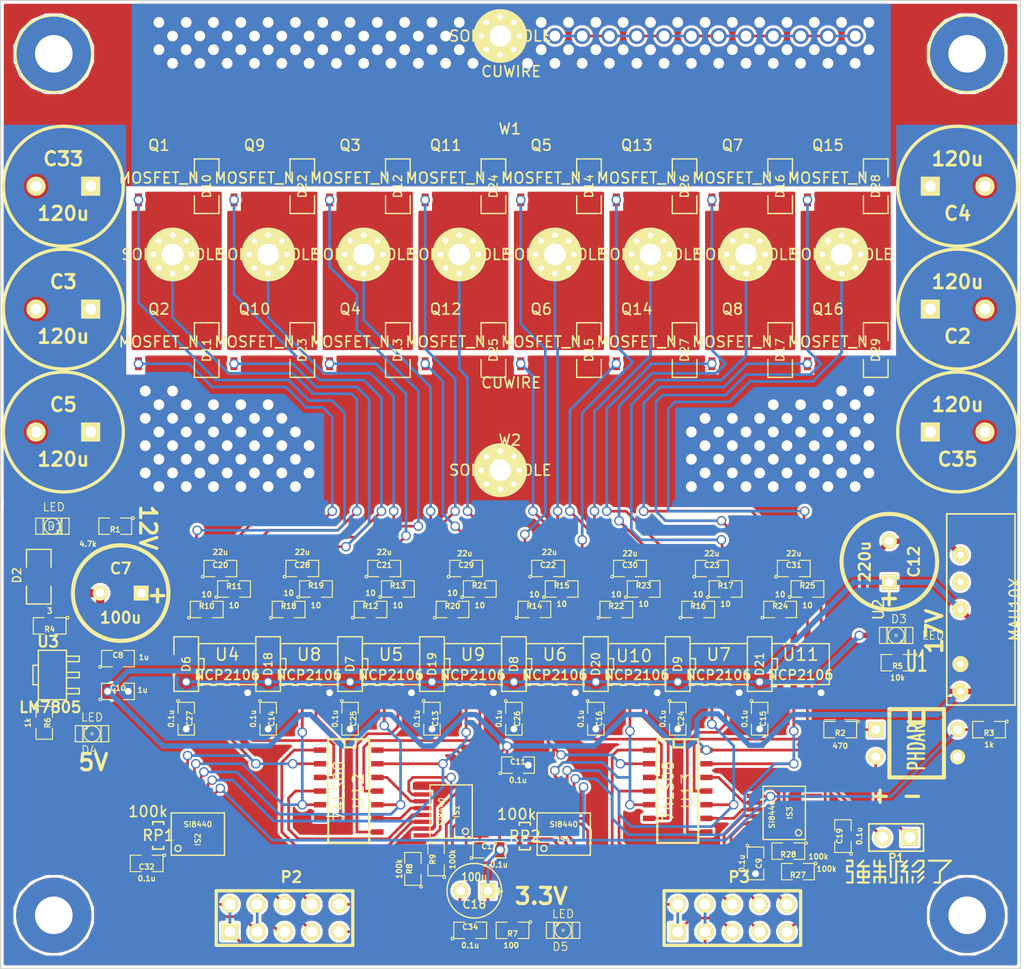
<source format=kicad_pcb>
(kicad_pcb (version 4) (host pcbnew 4.0.0-rc1-stable)
  (layers (0 F.Cu signal) (31 B.Cu signal) (34 B.Paste user) (35 F.Paste user) (36 B.SilkS user) (37 F.SilkS user) (38 B.Mask user) (39 F.Mask user) (44 Edge.Cuts user))
  (net 0 "")
  (net 1 +12V)
  (net 2 +3.3V)
  (net 3 +5V)
  (net 4 12V)
  (net 5 17V)
  (net 6 EN2)
  (net 7 GND)
  (net 8 GNDA)
  (net 9 IN_A0)
  (net 10 IN_A1)
  (net 11 IN_B0)
  (net 12 IN_B1)
  (net 13 IN_C0)
  (net 14 IN_C1)
  (net 15 IN_D0)
  (net 16 IN_D1)
  (net 17 N-0000010)
  (net 18 N-00000100)
  (net 19 N-00000101)
  (net 20 N-00000104)
  (net 21 N-00000105)
  (net 22 N-0000011)
  (net 23 N-00000110)
  (net 24 N-00000111)
  (net 25 N-0000013)
  (net 26 N-0000014)
  (net 27 N-0000015)
  (net 28 N-0000016)
  (net 29 N-0000018)
  (net 30 N-0000019)
  (net 31 N-000002)
  (net 32 N-0000020)
  (net 33 N-0000021)
  (net 34 N-0000022)
  (net 35 N-0000027)
  (net 36 N-0000028)
  (net 37 N-0000036)
  (net 38 N-0000037)
  (net 39 N-0000038)
  (net 40 N-0000039)
  (net 41 N-000004)
  (net 42 N-0000040)
  (net 43 N-0000041)
  (net 44 N-0000042)
  (net 45 N-0000043)
  (net 46 N-0000044)
  (net 47 N-0000045)
  (net 48 N-0000048)
  (net 49 N-0000049)
  (net 50 N-000005)
  (net 51 N-0000050)
  (net 52 N-0000057)
  (net 53 N-0000059)
  (net 54 N-000006)
  (net 55 N-0000060)
  (net 56 N-0000061)
  (net 57 N-0000063)
  (net 58 N-0000064)
  (net 59 N-0000065)
  (net 60 N-0000066)
  (net 61 N-0000067)
  (net 62 N-0000068)
  (net 63 N-0000069)
  (net 64 N-000007)
  (net 65 N-0000070)
  (net 66 N-0000071)
  (net 67 N-0000075)
  (net 68 N-0000076)
  (net 69 N-0000077)
  (net 70 N-0000078)
  (net 71 N-0000079)
  (net 72 N-000008)
  (net 73 N-0000080)
  (net 74 N-0000081)
  (net 75 N-0000082)
  (net 76 N-0000083)
  (net 77 N-0000084)
  (net 78 N-0000085)
  (net 79 N-0000086)
  (net 80 N-0000088)
  (net 81 N-0000089)
  (net 82 N-000009)
  (net 83 N-0000090)
  (net 84 N-0000091)
  (net 85 N-0000092)
  (net 86 N-0000093)
  (net 87 N-0000094)
  (net 88 N-0000095)
  (net 89 N-0000096)
  (net 90 N-0000097)
  (net 91 N-0000098)
  (net 92 N-0000099)
  (net 93 ~SD_A0)
  (net 94 ~SD_A1)
  (net 95 ~SD_B0)
  (net 96 ~SD_B1)
  (net 97 ~SD_C0)
  (net 98 ~SD_C1)
  (net 99 ~SD_D0)
  (net 100 ~SD_D1)
  (module CuWire_70mm (layer F.Cu) (at 256.286 151.638)
    (fp_text reference W2 (at -0.127 2.794) (layer F.SilkS))
    (fp_text value CUWIRE (at 0 -2.54) (layer F.SilkS))
    (pad 1 smd rect (at 0 0) (size 70 5) (layers F.Cu F.Paste F.Mask) (net 7 GND))
  )
  (module ssop-16 (layer F.Cu) (at 250.698 188.976 90)
    (fp_text reference IS1 (at 0 0.508 90) (layer F.SilkS) (effects (font (size 0.50038 0.50038) (thickness 0.09906))))
    (fp_text value SI8440 (at 0 -0.89916 90) (layer F.SilkS) (effects (font (size 0.50038 0.50038) (thickness 0.09906))))
    (pad 4 smd rect (at -0.3175 2.667 90) (size 0.4064 1.651) (layers F.Cu F.Paste F.Mask) (net 17 N-0000010))
    (pad 5 smd rect (at 0.3175 2.667 90) (size 0.4064 1.651) (layers F.Cu F.Paste F.Mask) (net 82 N-000009))
    (pad 6 smd rect (at 0.9525 2.667 90) (size 0.4064 1.651) (layers F.Cu F.Paste F.Mask) (net 82 N-000009))
    (pad 7 smd rect (at 1.5875 2.667 90) (size 0.4064 1.651) (layers F.Cu F.Paste F.Mask))
    (pad 16 smd rect (at -2.2225 -2.667 90) (size 0.4064 1.651) (layers F.Cu F.Paste F.Mask) (net 3 +5V))
    (pad 1 smd rect (at -2.2225 2.667 90) (size 0.4064 1.651) (layers F.Cu F.Paste F.Mask) (net 2 +3.3V))
    (pad 2 smd rect (at -1.5875 2.667 90) (size 0.4064 1.651) (layers F.Cu F.Paste F.Mask) (net 8 GNDA))
    (pad 3 smd rect (at -0.9525 2.667 90) (size 0.4064 1.651) (layers F.Cu F.Paste F.Mask) (net 17 N-0000010))
    (pad 9 smd rect (at 2.2225 -2.667 90) (size 0.4064 1.651) (layers F.Cu F.Paste F.Mask) (net 7 GND))
    (pad 10 smd rect (at 1.5875 -2.667 90) (size 0.4064 1.651) (layers F.Cu F.Paste F.Mask) (net 6 EN2))
    (pad 11 smd rect (at 0.9525 -2.667 90) (size 0.4064 1.651) (layers F.Cu F.Paste F.Mask) (net 64 N-000007))
    (pad 12 smd rect (at 0.3175 -2.667 90) (size 0.4064 1.651) (layers F.Cu F.Paste F.Mask) (net 54 N-000006))
    (pad 13 smd rect (at -0.3175 -2.667 90) (size 0.4064 1.651) (layers F.Cu F.Paste F.Mask) (net 50 N-000005))
    (pad 14 smd rect (at -0.9525 -2.667 90) (size 0.4064 1.651) (layers F.Cu F.Paste F.Mask) (net 41 N-000004))
    (pad 8 smd rect (at 2.2225 2.667 90) (size 0.4064 1.651) (layers F.Cu F.Paste F.Mask) (net 8 GNDA))
    (pad 15 smd rect (at -1.5875 -2.667 90) (size 0.4064 1.651) (layers F.Cu F.Paste F.Mask) (net 7 GND))
  )
  (module ssop-16 (layer F.Cu) (at 227.1395 191.0715)
    (fp_text reference IS2 (at 0 0.508 90) (layer F.SilkS) (effects (font (size 0.50038 0.50038) (thickness 0.09906))))
    (fp_text value SI8440 (at 0 -0.89916) (layer F.SilkS) (effects (font (size 0.50038 0.50038) (thickness 0.09906))))
    (pad 4 smd rect (at -0.3175 2.667) (size 0.4064 1.651) (layers F.Cu F.Paste F.Mask) (net 40 N-0000039))
    (pad 5 smd rect (at 0.3175 2.667) (size 0.4064 1.651) (layers F.Cu F.Paste F.Mask) (net 39 N-0000038))
    (pad 6 smd rect (at 0.9525 2.667) (size 0.4064 1.651) (layers F.Cu F.Paste F.Mask) (net 38 N-0000037))
    (pad 7 smd rect (at 1.5875 2.667) (size 0.4064 1.651) (layers F.Cu F.Paste F.Mask))
    (pad 16 smd rect (at -2.2225 -2.667) (size 0.4064 1.651) (layers F.Cu F.Paste F.Mask) (net 3 +5V))
    (pad 1 smd rect (at -2.2225 2.667) (size 0.4064 1.651) (layers F.Cu F.Paste F.Mask) (net 2 +3.3V))
    (pad 2 smd rect (at -1.5875 2.667) (size 0.4064 1.651) (layers F.Cu F.Paste F.Mask) (net 8 GNDA))
    (pad 3 smd rect (at -0.9525 2.667) (size 0.4064 1.651) (layers F.Cu F.Paste F.Mask) (net 37 N-0000036))
    (pad 9 smd rect (at 2.2225 -2.667) (size 0.4064 1.651) (layers F.Cu F.Paste F.Mask) (net 7 GND))
    (pad 10 smd rect (at 1.5875 -2.667) (size 0.4064 1.651) (layers F.Cu F.Paste F.Mask) (net 6 EN2))
    (pad 11 smd rect (at 0.9525 -2.667) (size 0.4064 1.651) (layers F.Cu F.Paste F.Mask) (net 12 IN_B1))
    (pad 12 smd rect (at 0.3175 -2.667) (size 0.4064 1.651) (layers F.Cu F.Paste F.Mask) (net 11 IN_B0))
    (pad 13 smd rect (at -0.3175 -2.667) (size 0.4064 1.651) (layers F.Cu F.Paste F.Mask) (net 10 IN_A1))
    (pad 14 smd rect (at -0.9525 -2.667) (size 0.4064 1.651) (layers F.Cu F.Paste F.Mask) (net 9 IN_A0))
    (pad 8 smd rect (at 2.2225 2.667) (size 0.4064 1.651) (layers F.Cu F.Paste F.Mask) (net 8 GNDA))
    (pad 15 smd rect (at -1.5875 -2.667) (size 0.4064 1.651) (layers F.Cu F.Paste F.Mask) (net 7 GND))
  )
  (module ssop-16 (layer F.Cu) (at 281.686 189.103 90)
    (fp_text reference IS3 (at 0 0.508 90) (layer F.SilkS) (effects (font (size 0.50038 0.50038) (thickness 0.09906))))
    (fp_text value SI8440 (at -0.127 -1.143 90) (layer F.SilkS) (effects (font (size 0.50038 0.50038) (thickness 0.09906))))
    (pad 4 smd rect (at -0.3175 2.667 90) (size 0.4064 1.651) (layers F.Cu F.Paste F.Mask) (net 29 N-0000018))
    (pad 5 smd rect (at 0.3175 2.667 90) (size 0.4064 1.651) (layers F.Cu F.Paste F.Mask) (net 28 N-0000016))
    (pad 6 smd rect (at 0.9525 2.667 90) (size 0.4064 1.651) (layers F.Cu F.Paste F.Mask) (net 28 N-0000016))
    (pad 7 smd rect (at 1.5875 2.667 90) (size 0.4064 1.651) (layers F.Cu F.Paste F.Mask))
    (pad 16 smd rect (at -2.2225 -2.667 90) (size 0.4064 1.651) (layers F.Cu F.Paste F.Mask) (net 3 +5V))
    (pad 1 smd rect (at -2.2225 2.667 90) (size 0.4064 1.651) (layers F.Cu F.Paste F.Mask) (net 2 +3.3V))
    (pad 2 smd rect (at -1.5875 2.667 90) (size 0.4064 1.651) (layers F.Cu F.Paste F.Mask) (net 8 GNDA))
    (pad 3 smd rect (at -0.9525 2.667 90) (size 0.4064 1.651) (layers F.Cu F.Paste F.Mask) (net 29 N-0000018))
    (pad 9 smd rect (at 2.2225 -2.667 90) (size 0.4064 1.651) (layers F.Cu F.Paste F.Mask) (net 7 GND))
    (pad 10 smd rect (at 1.5875 -2.667 90) (size 0.4064 1.651) (layers F.Cu F.Paste F.Mask) (net 6 EN2))
    (pad 11 smd rect (at 0.9525 -2.667 90) (size 0.4064 1.651) (layers F.Cu F.Paste F.Mask) (net 27 N-0000015))
    (pad 12 smd rect (at 0.3175 -2.667 90) (size 0.4064 1.651) (layers F.Cu F.Paste F.Mask) (net 26 N-0000014))
    (pad 13 smd rect (at -0.3175 -2.667 90) (size 0.4064 1.651) (layers F.Cu F.Paste F.Mask) (net 25 N-0000013))
    (pad 14 smd rect (at -0.9525 -2.667 90) (size 0.4064 1.651) (layers F.Cu F.Paste F.Mask) (net 22 N-0000011))
    (pad 8 smd rect (at 2.2225 2.667 90) (size 0.4064 1.651) (layers F.Cu F.Paste F.Mask) (net 8 GNDA))
    (pad 15 smd rect (at -1.5875 -2.667 90) (size 0.4064 1.651) (layers F.Cu F.Paste F.Mask) (net 7 GND))
  )
  (module ssop-16 (layer F.Cu) (at 261.1755 191.0715)
    (fp_text reference IS4 (at 0 0.508) (layer F.SilkS) (effects (font (size 0.50038 0.50038) (thickness 0.09906))))
    (fp_text value SI8440 (at 0 -0.89916) (layer F.SilkS) (effects (font (size 0.50038 0.50038) (thickness 0.09906))))
    (pad 4 smd rect (at -0.3175 2.667) (size 0.4064 1.651) (layers F.Cu F.Paste F.Mask) (net 43 N-0000041))
    (pad 5 smd rect (at 0.3175 2.667) (size 0.4064 1.651) (layers F.Cu F.Paste F.Mask) (net 44 N-0000042))
    (pad 6 smd rect (at 0.9525 2.667) (size 0.4064 1.651) (layers F.Cu F.Paste F.Mask) (net 45 N-0000043))
    (pad 7 smd rect (at 1.5875 2.667) (size 0.4064 1.651) (layers F.Cu F.Paste F.Mask))
    (pad 16 smd rect (at -2.2225 -2.667) (size 0.4064 1.651) (layers F.Cu F.Paste F.Mask) (net 3 +5V))
    (pad 1 smd rect (at -2.2225 2.667) (size 0.4064 1.651) (layers F.Cu F.Paste F.Mask) (net 2 +3.3V))
    (pad 2 smd rect (at -1.5875 2.667) (size 0.4064 1.651) (layers F.Cu F.Paste F.Mask) (net 8 GNDA))
    (pad 3 smd rect (at -0.9525 2.667) (size 0.4064 1.651) (layers F.Cu F.Paste F.Mask) (net 42 N-0000040))
    (pad 9 smd rect (at 2.2225 -2.667) (size 0.4064 1.651) (layers F.Cu F.Paste F.Mask) (net 7 GND))
    (pad 10 smd rect (at 1.5875 -2.667) (size 0.4064 1.651) (layers F.Cu F.Paste F.Mask) (net 6 EN2))
    (pad 11 smd rect (at 0.9525 -2.667) (size 0.4064 1.651) (layers F.Cu F.Paste F.Mask) (net 16 IN_D1))
    (pad 12 smd rect (at 0.3175 -2.667) (size 0.4064 1.651) (layers F.Cu F.Paste F.Mask) (net 15 IN_D0))
    (pad 13 smd rect (at -0.3175 -2.667) (size 0.4064 1.651) (layers F.Cu F.Paste F.Mask) (net 14 IN_C1))
    (pad 14 smd rect (at -0.9525 -2.667) (size 0.4064 1.651) (layers F.Cu F.Paste F.Mask) (net 13 IN_C0))
    (pad 8 smd rect (at 2.2225 2.667) (size 0.4064 1.651) (layers F.Cu F.Paste F.Mask) (net 8 GNDA))
    (pad 15 smd rect (at -1.5875 -2.667) (size 0.4064 1.651) (layers F.Cu F.Paste F.Mask) (net 7 GND))
  )
  (module SolderHole (layer F.Cu) (at 251.46 137.16)
    (fp_text reference H8 (at 0 0) (layer F.SilkS))
    (fp_text value SOLDERHOLE (at 0 0) (layer F.SilkS))
    (pad 1 thru_hole circle (at 0 0) (size 5 5) (drill 2) (layers *.Cu *.Mask F.SilkS) (net 75 N-0000082))
    (pad 1 thru_hole circle (at 1.778 0) (size 1 1) (drill 0.5) (layers *.Cu *.Mask F.SilkS) (net 75 N-0000082))
    (pad 1 thru_hole circle (at 0 -1.778) (size 1 1) (drill 0.5) (layers *.Cu *.Mask F.SilkS) (net 75 N-0000082))
    (pad 1 thru_hole circle (at -1.27 -1.27) (size 1 1) (drill 0.5) (layers *.Cu *.Mask F.SilkS) (net 75 N-0000082))
    (pad 1 thru_hole circle (at -1.778 0) (size 1 1) (drill 0.5) (layers *.Cu *.Mask F.SilkS) (net 75 N-0000082))
    (pad 1 thru_hole circle (at -1.27 1.27) (size 1 1) (drill 0.5) (layers *.Cu *.Mask F.SilkS) (net 75 N-0000082))
    (pad 1 thru_hole circle (at 0 1.778) (size 1 1) (drill 0.5) (layers *.Cu *.Mask F.SilkS) (net 75 N-0000082))
    (pad 1 thru_hole circle (at 1.27 1.27) (size 1 1) (drill 0.5) (layers *.Cu *.Mask F.SilkS) (net 75 N-0000082))
    (pad 1 thru_hole circle (at 1.27 -1.27) (size 1 1) (drill 0.5) (layers *.Cu *.Mask F.SilkS) (net 75 N-0000082))
  )
  (module SolderHole (layer F.Cu) (at 242.57 137.16)
    (fp_text reference H4 (at 0 0) (layer F.SilkS))
    (fp_text value SOLDERHOLE (at 0 0) (layer F.SilkS))
    (pad 1 thru_hole circle (at 0 0) (size 5 5) (drill 2) (layers *.Cu *.Mask F.SilkS) (net 91 N-0000098))
    (pad 1 thru_hole circle (at 1.778 0) (size 1 1) (drill 0.5) (layers *.Cu *.Mask F.SilkS) (net 91 N-0000098))
    (pad 1 thru_hole circle (at 0 -1.778) (size 1 1) (drill 0.5) (layers *.Cu *.Mask F.SilkS) (net 91 N-0000098))
    (pad 1 thru_hole circle (at -1.27 -1.27) (size 1 1) (drill 0.5) (layers *.Cu *.Mask F.SilkS) (net 91 N-0000098))
    (pad 1 thru_hole circle (at -1.778 0) (size 1 1) (drill 0.5) (layers *.Cu *.Mask F.SilkS) (net 91 N-0000098))
    (pad 1 thru_hole circle (at -1.27 1.27) (size 1 1) (drill 0.5) (layers *.Cu *.Mask F.SilkS) (net 91 N-0000098))
    (pad 1 thru_hole circle (at 0 1.778) (size 1 1) (drill 0.5) (layers *.Cu *.Mask F.SilkS) (net 91 N-0000098))
    (pad 1 thru_hole circle (at 1.27 1.27) (size 1 1) (drill 0.5) (layers *.Cu *.Mask F.SilkS) (net 91 N-0000098))
    (pad 1 thru_hole circle (at 1.27 -1.27) (size 1 1) (drill 0.5) (layers *.Cu *.Mask F.SilkS) (net 91 N-0000098))
  )
  (module SolderHole (layer F.Cu) (at 260.35 137.16)
    (fp_text reference H5 (at 0 0) (layer F.SilkS))
    (fp_text value SOLDERHOLE (at 0 0) (layer F.SilkS))
    (pad 1 thru_hole circle (at 0 0) (size 5 5) (drill 2) (layers *.Cu *.Mask F.SilkS) (net 19 N-00000101))
    (pad 1 thru_hole circle (at 1.778 0) (size 1 1) (drill 0.5) (layers *.Cu *.Mask F.SilkS) (net 19 N-00000101))
    (pad 1 thru_hole circle (at 0 -1.778) (size 1 1) (drill 0.5) (layers *.Cu *.Mask F.SilkS) (net 19 N-00000101))
    (pad 1 thru_hole circle (at -1.27 -1.27) (size 1 1) (drill 0.5) (layers *.Cu *.Mask F.SilkS) (net 19 N-00000101))
    (pad 1 thru_hole circle (at -1.778 0) (size 1 1) (drill 0.5) (layers *.Cu *.Mask F.SilkS) (net 19 N-00000101))
    (pad 1 thru_hole circle (at -1.27 1.27) (size 1 1) (drill 0.5) (layers *.Cu *.Mask F.SilkS) (net 19 N-00000101))
    (pad 1 thru_hole circle (at 0 1.778) (size 1 1) (drill 0.5) (layers *.Cu *.Mask F.SilkS) (net 19 N-00000101))
    (pad 1 thru_hole circle (at 1.27 1.27) (size 1 1) (drill 0.5) (layers *.Cu *.Mask F.SilkS) (net 19 N-00000101))
    (pad 1 thru_hole circle (at 1.27 -1.27) (size 1 1) (drill 0.5) (layers *.Cu *.Mask F.SilkS) (net 19 N-00000101))
  )
  (module SolderHole (layer F.Cu) (at 278.13 137.16)
    (fp_text reference H6 (at 0 0) (layer F.SilkS))
    (fp_text value SOLDERHOLE (at 0 0) (layer F.SilkS))
    (pad 1 thru_hole circle (at 0 0) (size 5 5) (drill 2) (layers *.Cu *.Mask F.SilkS) (net 90 N-0000097))
    (pad 1 thru_hole circle (at 1.778 0) (size 1 1) (drill 0.5) (layers *.Cu *.Mask F.SilkS) (net 90 N-0000097))
    (pad 1 thru_hole circle (at 0 -1.778) (size 1 1) (drill 0.5) (layers *.Cu *.Mask F.SilkS) (net 90 N-0000097))
    (pad 1 thru_hole circle (at -1.27 -1.27) (size 1 1) (drill 0.5) (layers *.Cu *.Mask F.SilkS) (net 90 N-0000097))
    (pad 1 thru_hole circle (at -1.778 0) (size 1 1) (drill 0.5) (layers *.Cu *.Mask F.SilkS) (net 90 N-0000097))
    (pad 1 thru_hole circle (at -1.27 1.27) (size 1 1) (drill 0.5) (layers *.Cu *.Mask F.SilkS) (net 90 N-0000097))
    (pad 1 thru_hole circle (at 0 1.778) (size 1 1) (drill 0.5) (layers *.Cu *.Mask F.SilkS) (net 90 N-0000097))
    (pad 1 thru_hole circle (at 1.27 1.27) (size 1 1) (drill 0.5) (layers *.Cu *.Mask F.SilkS) (net 90 N-0000097))
    (pad 1 thru_hole circle (at 1.27 -1.27) (size 1 1) (drill 0.5) (layers *.Cu *.Mask F.SilkS) (net 90 N-0000097))
  )
  (module SolderHole (layer F.Cu) (at 233.68 137.16)
    (fp_text reference H7 (at 0 0) (layer F.SilkS))
    (fp_text value SOLDERHOLE (at 0 0) (layer F.SilkS))
    (pad 1 thru_hole circle (at 0 0) (size 5 5) (drill 2) (layers *.Cu *.Mask F.SilkS) (net 79 N-0000086))
    (pad 1 thru_hole circle (at 1.778 0) (size 1 1) (drill 0.5) (layers *.Cu *.Mask F.SilkS) (net 79 N-0000086))
    (pad 1 thru_hole circle (at 0 -1.778) (size 1 1) (drill 0.5) (layers *.Cu *.Mask F.SilkS) (net 79 N-0000086))
    (pad 1 thru_hole circle (at -1.27 -1.27) (size 1 1) (drill 0.5) (layers *.Cu *.Mask F.SilkS) (net 79 N-0000086))
    (pad 1 thru_hole circle (at -1.778 0) (size 1 1) (drill 0.5) (layers *.Cu *.Mask F.SilkS) (net 79 N-0000086))
    (pad 1 thru_hole circle (at -1.27 1.27) (size 1 1) (drill 0.5) (layers *.Cu *.Mask F.SilkS) (net 79 N-0000086))
    (pad 1 thru_hole circle (at 0 1.778) (size 1 1) (drill 0.5) (layers *.Cu *.Mask F.SilkS) (net 79 N-0000086))
    (pad 1 thru_hole circle (at 1.27 1.27) (size 1 1) (drill 0.5) (layers *.Cu *.Mask F.SilkS) (net 79 N-0000086))
    (pad 1 thru_hole circle (at 1.27 -1.27) (size 1 1) (drill 0.5) (layers *.Cu *.Mask F.SilkS) (net 79 N-0000086))
  )
  (module SolderHole (layer F.Cu) (at 255.27 116.84)
    (fp_text reference H1 (at 0 0) (layer F.SilkS))
    (fp_text value SOLDERHOLE (at 0 0) (layer F.SilkS))
    (pad 1 thru_hole circle (at 0 0) (size 5 5) (drill 2) (layers *.Cu *.Mask F.SilkS) (net 1 +12V))
    (pad 1 thru_hole circle (at 1.778 0) (size 1 1) (drill 0.5) (layers *.Cu *.Mask F.SilkS) (net 1 +12V))
    (pad 1 thru_hole circle (at 0 -1.778) (size 1 1) (drill 0.5) (layers *.Cu *.Mask F.SilkS) (net 1 +12V))
    (pad 1 thru_hole circle (at -1.27 -1.27) (size 1 1) (drill 0.5) (layers *.Cu *.Mask F.SilkS) (net 1 +12V))
    (pad 1 thru_hole circle (at -1.778 0) (size 1 1) (drill 0.5) (layers *.Cu *.Mask F.SilkS) (net 1 +12V))
    (pad 1 thru_hole circle (at -1.27 1.27) (size 1 1) (drill 0.5) (layers *.Cu *.Mask F.SilkS) (net 1 +12V))
    (pad 1 thru_hole circle (at 0 1.778) (size 1 1) (drill 0.5) (layers *.Cu *.Mask F.SilkS) (net 1 +12V))
    (pad 1 thru_hole circle (at 1.27 1.27) (size 1 1) (drill 0.5) (layers *.Cu *.Mask F.SilkS) (net 1 +12V))
    (pad 1 thru_hole circle (at 1.27 -1.27) (size 1 1) (drill 0.5) (layers *.Cu *.Mask F.SilkS) (net 1 +12V))
  )
  (module SolderHole (layer F.Cu) (at 269.24 137.16)
    (fp_text reference H9 (at 0 0) (layer F.SilkS))
    (fp_text value SOLDERHOLE (at 0 0) (layer F.SilkS))
    (pad 1 thru_hole circle (at 0 0) (size 5 5) (drill 2) (layers *.Cu *.Mask F.SilkS) (net 69 N-0000077))
    (pad 1 thru_hole circle (at 1.778 0) (size 1 1) (drill 0.5) (layers *.Cu *.Mask F.SilkS) (net 69 N-0000077))
    (pad 1 thru_hole circle (at 0 -1.778) (size 1 1) (drill 0.5) (layers *.Cu *.Mask F.SilkS) (net 69 N-0000077))
    (pad 1 thru_hole circle (at -1.27 -1.27) (size 1 1) (drill 0.5) (layers *.Cu *.Mask F.SilkS) (net 69 N-0000077))
    (pad 1 thru_hole circle (at -1.778 0) (size 1 1) (drill 0.5) (layers *.Cu *.Mask F.SilkS) (net 69 N-0000077))
    (pad 1 thru_hole circle (at -1.27 1.27) (size 1 1) (drill 0.5) (layers *.Cu *.Mask F.SilkS) (net 69 N-0000077))
    (pad 1 thru_hole circle (at 0 1.778) (size 1 1) (drill 0.5) (layers *.Cu *.Mask F.SilkS) (net 69 N-0000077))
    (pad 1 thru_hole circle (at 1.27 1.27) (size 1 1) (drill 0.5) (layers *.Cu *.Mask F.SilkS) (net 69 N-0000077))
    (pad 1 thru_hole circle (at 1.27 -1.27) (size 1 1) (drill 0.5) (layers *.Cu *.Mask F.SilkS) (net 69 N-0000077))
  )
  (module SolderHole (layer F.Cu) (at 287.02 137.16)
    (fp_text reference H10 (at 0 0) (layer F.SilkS))
    (fp_text value SOLDERHOLE (at 0 0) (layer F.SilkS))
    (pad 1 thru_hole circle (at 0 0) (size 5 5) (drill 2) (layers *.Cu *.Mask F.SilkS) (net 78 N-0000085))
    (pad 1 thru_hole circle (at 1.778 0) (size 1 1) (drill 0.5) (layers *.Cu *.Mask F.SilkS) (net 78 N-0000085))
    (pad 1 thru_hole circle (at 0 -1.778) (size 1 1) (drill 0.5) (layers *.Cu *.Mask F.SilkS) (net 78 N-0000085))
    (pad 1 thru_hole circle (at -1.27 -1.27) (size 1 1) (drill 0.5) (layers *.Cu *.Mask F.SilkS) (net 78 N-0000085))
    (pad 1 thru_hole circle (at -1.778 0) (size 1 1) (drill 0.5) (layers *.Cu *.Mask F.SilkS) (net 78 N-0000085))
    (pad 1 thru_hole circle (at -1.27 1.27) (size 1 1) (drill 0.5) (layers *.Cu *.Mask F.SilkS) (net 78 N-0000085))
    (pad 1 thru_hole circle (at 0 1.778) (size 1 1) (drill 0.5) (layers *.Cu *.Mask F.SilkS) (net 78 N-0000085))
    (pad 1 thru_hole circle (at 1.27 1.27) (size 1 1) (drill 0.5) (layers *.Cu *.Mask F.SilkS) (net 78 N-0000085))
    (pad 1 thru_hole circle (at 1.27 -1.27) (size 1 1) (drill 0.5) (layers *.Cu *.Mask F.SilkS) (net 78 N-0000085))
  )
  (module SolderHole (layer F.Cu) (at 255.27 157.226)
    (fp_text reference H2 (at 0 0) (layer F.SilkS))
    (fp_text value SOLDERHOLE (at 0 0) (layer F.SilkS))
    (pad 1 thru_hole circle (at 0 0) (size 5 5) (drill 2) (layers *.Cu *.Mask F.SilkS) (net 7 GND))
    (pad 1 thru_hole circle (at 1.778 0) (size 1 1) (drill 0.5) (layers *.Cu *.Mask F.SilkS) (net 7 GND))
    (pad 1 thru_hole circle (at 0 -1.778) (size 1 1) (drill 0.5) (layers *.Cu *.Mask F.SilkS) (net 7 GND))
    (pad 1 thru_hole circle (at -1.27 -1.27) (size 1 1) (drill 0.5) (layers *.Cu *.Mask F.SilkS) (net 7 GND))
    (pad 1 thru_hole circle (at -1.778 0) (size 1 1) (drill 0.5) (layers *.Cu *.Mask F.SilkS) (net 7 GND))
    (pad 1 thru_hole circle (at -1.27 1.27) (size 1 1) (drill 0.5) (layers *.Cu *.Mask F.SilkS) (net 7 GND))
    (pad 1 thru_hole circle (at 0 1.778) (size 1 1) (drill 0.5) (layers *.Cu *.Mask F.SilkS) (net 7 GND))
    (pad 1 thru_hole circle (at 1.27 1.27) (size 1 1) (drill 0.5) (layers *.Cu *.Mask F.SilkS) (net 7 GND))
    (pad 1 thru_hole circle (at 1.27 -1.27) (size 1 1) (drill 0.5) (layers *.Cu *.Mask F.SilkS) (net 7 GND))
  )
  (module SolderHole (layer F.Cu) (at 224.79 137.16)
    (fp_text reference H3 (at 0 0) (layer F.SilkS))
    (fp_text value SOLDERHOLE (at 0 0) (layer F.SilkS))
    (pad 1 thru_hole circle (at 0 0) (size 5 5) (drill 2) (layers *.Cu *.Mask F.SilkS) (net 86 N-0000093))
    (pad 1 thru_hole circle (at 1.778 0) (size 1 1) (drill 0.5) (layers *.Cu *.Mask F.SilkS) (net 86 N-0000093))
    (pad 1 thru_hole circle (at 0 -1.778) (size 1 1) (drill 0.5) (layers *.Cu *.Mask F.SilkS) (net 86 N-0000093))
    (pad 1 thru_hole circle (at -1.27 -1.27) (size 1 1) (drill 0.5) (layers *.Cu *.Mask F.SilkS) (net 86 N-0000093))
    (pad 1 thru_hole circle (at -1.778 0) (size 1 1) (drill 0.5) (layers *.Cu *.Mask F.SilkS) (net 86 N-0000093))
    (pad 1 thru_hole circle (at -1.27 1.27) (size 1 1) (drill 0.5) (layers *.Cu *.Mask F.SilkS) (net 86 N-0000093))
    (pad 1 thru_hole circle (at 0 1.778) (size 1 1) (drill 0.5) (layers *.Cu *.Mask F.SilkS) (net 86 N-0000093))
    (pad 1 thru_hole circle (at 1.27 1.27) (size 1 1) (drill 0.5) (layers *.Cu *.Mask F.SilkS) (net 86 N-0000093))
    (pad 1 thru_hole circle (at 1.27 -1.27) (size 1 1) (drill 0.5) (layers *.Cu *.Mask F.SilkS) (net 86 N-0000093))
  )
  (module SO8E (layer F.Cu) (at 267.97 175.26)
    (fp_text reference U10 (at -0.254 -0.762) (layer F.SilkS) (effects (font (size 1.143 1.143) (thickness 0.1524))))
    (fp_text value NCP2106 (at 0 1.016) (layer F.SilkS) (effects (font (size 0.889 0.889) (thickness 0.1524))))
    (pad 8 smd rect (at -1.905 -2.667) (size 0.59944 1.39954) (layers F.Cu F.Paste F.Mask) (net 52 N-0000057))
    (pad 1 smd rect (at -1.905 2.667) (size 0.59944 1.39954) (layers F.Cu F.Paste F.Mask) (net 5 17V))
    (pad 7 smd rect (at -0.635 -2.667) (size 0.59944 1.39954) (layers F.Cu F.Paste F.Mask) (net 49 N-0000049))
    (pad 6 smd rect (at 0.635 -2.667) (size 0.59944 1.39954) (layers F.Cu F.Paste F.Mask) (net 69 N-0000077))
    (pad 5 smd rect (at 1.905 -2.667) (size 0.59944 1.39954) (layers F.Cu F.Paste F.Mask) (net 51 N-0000050))
    (pad 2 smd rect (at -0.635 2.667) (size 0.59944 1.39954) (layers F.Cu F.Paste F.Mask) (net 14 IN_C1))
    (pad 3 smd rect (at 0.635 2.667) (size 0.59944 1.39954) (layers F.Cu F.Paste F.Mask) (net 98 ~SD_C1))
    (pad 4 smd rect (at 1.905 2.667) (size 0.59944 1.39954) (layers F.Cu F.Paste F.Mask) (net 7 GND))
  )
  (module SO8E (layer F.Cu) (at 260.35 175.26)
    (fp_text reference U6 (at 0 -0.889) (layer F.SilkS) (effects (font (size 1.143 1.143) (thickness 0.1524))))
    (fp_text value NCP2106 (at 0 1.016) (layer F.SilkS) (effects (font (size 0.889 0.889) (thickness 0.1524))))
    (pad 8 smd rect (at -1.905 -2.667) (size 0.59944 1.39954) (layers F.Cu F.Paste F.Mask) (net 35 N-0000027))
    (pad 1 smd rect (at -1.905 2.667) (size 0.59944 1.39954) (layers F.Cu F.Paste F.Mask) (net 5 17V))
    (pad 7 smd rect (at -0.635 -2.667) (size 0.59944 1.39954) (layers F.Cu F.Paste F.Mask) (net 36 N-0000028))
    (pad 6 smd rect (at 0.635 -2.667) (size 0.59944 1.39954) (layers F.Cu F.Paste F.Mask) (net 19 N-00000101))
    (pad 5 smd rect (at 1.905 -2.667) (size 0.59944 1.39954) (layers F.Cu F.Paste F.Mask) (net 34 N-0000022))
    (pad 2 smd rect (at -0.635 2.667) (size 0.59944 1.39954) (layers F.Cu F.Paste F.Mask) (net 13 IN_C0))
    (pad 3 smd rect (at 0.635 2.667) (size 0.59944 1.39954) (layers F.Cu F.Paste F.Mask) (net 97 ~SD_C0))
    (pad 4 smd rect (at 1.905 2.667) (size 0.59944 1.39954) (layers F.Cu F.Paste F.Mask) (net 7 GND))
  )
  (module SO8E (layer F.Cu) (at 275.59 175.26)
    (fp_text reference U7 (at 0 -0.889) (layer F.SilkS) (effects (font (size 1.143 1.143) (thickness 0.1524))))
    (fp_text value NCP2106 (at 0 1.016) (layer F.SilkS) (effects (font (size 0.889 0.889) (thickness 0.1524))))
    (pad 8 smd rect (at -1.905 -2.667) (size 0.59944 1.39954) (layers F.Cu F.Paste F.Mask) (net 58 N-0000064))
    (pad 1 smd rect (at -1.905 2.667) (size 0.59944 1.39954) (layers F.Cu F.Paste F.Mask) (net 5 17V))
    (pad 7 smd rect (at -0.635 -2.667) (size 0.59944 1.39954) (layers F.Cu F.Paste F.Mask) (net 59 N-0000065))
    (pad 6 smd rect (at 0.635 -2.667) (size 0.59944 1.39954) (layers F.Cu F.Paste F.Mask) (net 90 N-0000097))
    (pad 5 smd rect (at 1.905 -2.667) (size 0.59944 1.39954) (layers F.Cu F.Paste F.Mask) (net 61 N-0000067))
    (pad 2 smd rect (at -0.635 2.667) (size 0.59944 1.39954) (layers F.Cu F.Paste F.Mask) (net 15 IN_D0))
    (pad 3 smd rect (at 0.635 2.667) (size 0.59944 1.39954) (layers F.Cu F.Paste F.Mask) (net 99 ~SD_D0))
    (pad 4 smd rect (at 1.905 2.667) (size 0.59944 1.39954) (layers F.Cu F.Paste F.Mask) (net 7 GND))
  )
  (module SO8E (layer F.Cu) (at 283.21 175.26)
    (fp_text reference U11 (at 0 -0.889) (layer F.SilkS) (effects (font (size 1.143 1.143) (thickness 0.1524))))
    (fp_text value NCP2106 (at 0 1.016) (layer F.SilkS) (effects (font (size 0.889 0.889) (thickness 0.1524))))
    (pad 8 smd rect (at -1.905 -2.667) (size 0.59944 1.39954) (layers F.Cu F.Paste F.Mask) (net 53 N-0000059))
    (pad 1 smd rect (at -1.905 2.667) (size 0.59944 1.39954) (layers F.Cu F.Paste F.Mask) (net 5 17V))
    (pad 7 smd rect (at -0.635 -2.667) (size 0.59944 1.39954) (layers F.Cu F.Paste F.Mask) (net 55 N-0000060))
    (pad 6 smd rect (at 0.635 -2.667) (size 0.59944 1.39954) (layers F.Cu F.Paste F.Mask) (net 78 N-0000085))
    (pad 5 smd rect (at 1.905 -2.667) (size 0.59944 1.39954) (layers F.Cu F.Paste F.Mask) (net 56 N-0000061))
    (pad 2 smd rect (at -0.635 2.667) (size 0.59944 1.39954) (layers F.Cu F.Paste F.Mask) (net 16 IN_D1))
    (pad 3 smd rect (at 0.635 2.667) (size 0.59944 1.39954) (layers F.Cu F.Paste F.Mask) (net 100 ~SD_D1))
    (pad 4 smd rect (at 1.905 2.667) (size 0.59944 1.39954) (layers F.Cu F.Paste F.Mask) (net 7 GND))
  )
  (module SO8E (layer F.Cu) (at 252.73 175.26)
    (fp_text reference U9 (at 0 -0.889) (layer F.SilkS) (effects (font (size 1.143 1.143) (thickness 0.1524))))
    (fp_text value NCP2106 (at 0 1.016) (layer F.SilkS) (effects (font (size 0.889 0.889) (thickness 0.1524))))
    (pad 8 smd rect (at -1.905 -2.667) (size 0.59944 1.39954) (layers F.Cu F.Paste F.Mask) (net 62 N-0000068))
    (pad 1 smd rect (at -1.905 2.667) (size 0.59944 1.39954) (layers F.Cu F.Paste F.Mask) (net 5 17V))
    (pad 7 smd rect (at -0.635 -2.667) (size 0.59944 1.39954) (layers F.Cu F.Paste F.Mask) (net 63 N-0000069))
    (pad 6 smd rect (at 0.635 -2.667) (size 0.59944 1.39954) (layers F.Cu F.Paste F.Mask) (net 75 N-0000082))
    (pad 5 smd rect (at 1.905 -2.667) (size 0.59944 1.39954) (layers F.Cu F.Paste F.Mask) (net 65 N-0000070))
    (pad 2 smd rect (at -0.635 2.667) (size 0.59944 1.39954) (layers F.Cu F.Paste F.Mask) (net 12 IN_B1))
    (pad 3 smd rect (at 0.635 2.667) (size 0.59944 1.39954) (layers F.Cu F.Paste F.Mask) (net 96 ~SD_B1))
    (pad 4 smd rect (at 1.905 2.667) (size 0.59944 1.39954) (layers F.Cu F.Paste F.Mask) (net 7 GND))
  )
  (module SO8E (layer F.Cu) (at 229.87 175.26)
    (fp_text reference U4 (at 0 -0.889) (layer F.SilkS) (effects (font (size 1.143 1.143) (thickness 0.1524))))
    (fp_text value NCP2106 (at 0 1.016) (layer F.SilkS) (effects (font (size 0.889 0.889) (thickness 0.1524))))
    (pad 8 smd rect (at -1.905 -2.667) (size 0.59944 1.39954) (layers F.Cu F.Paste F.Mask) (net 48 N-0000048))
    (pad 1 smd rect (at -1.905 2.667) (size 0.59944 1.39954) (layers F.Cu F.Paste F.Mask) (net 5 17V))
    (pad 7 smd rect (at -0.635 -2.667) (size 0.59944 1.39954) (layers F.Cu F.Paste F.Mask) (net 46 N-0000044))
    (pad 6 smd rect (at 0.635 -2.667) (size 0.59944 1.39954) (layers F.Cu F.Paste F.Mask) (net 86 N-0000093))
    (pad 5 smd rect (at 1.905 -2.667) (size 0.59944 1.39954) (layers F.Cu F.Paste F.Mask) (net 47 N-0000045))
    (pad 2 smd rect (at -0.635 2.667) (size 0.59944 1.39954) (layers F.Cu F.Paste F.Mask) (net 9 IN_A0))
    (pad 3 smd rect (at 0.635 2.667) (size 0.59944 1.39954) (layers F.Cu F.Paste F.Mask) (net 93 ~SD_A0))
    (pad 4 smd rect (at 1.905 2.667) (size 0.59944 1.39954) (layers F.Cu F.Paste F.Mask) (net 7 GND))
  )
  (module SO8E (layer F.Cu) (at 245.11 175.26)
    (fp_text reference U5 (at 0 -0.889) (layer F.SilkS) (effects (font (size 1.143 1.143) (thickness 0.1524))))
    (fp_text value NCP2106 (at 0 1.016) (layer F.SilkS) (effects (font (size 0.889 0.889) (thickness 0.1524))))
    (pad 8 smd rect (at -1.905 -2.667) (size 0.59944 1.39954) (layers F.Cu F.Paste F.Mask) (net 30 N-0000019))
    (pad 1 smd rect (at -1.905 2.667) (size 0.59944 1.39954) (layers F.Cu F.Paste F.Mask) (net 5 17V))
    (pad 7 smd rect (at -0.635 -2.667) (size 0.59944 1.39954) (layers F.Cu F.Paste F.Mask) (net 32 N-0000020))
    (pad 6 smd rect (at 0.635 -2.667) (size 0.59944 1.39954) (layers F.Cu F.Paste F.Mask) (net 91 N-0000098))
    (pad 5 smd rect (at 1.905 -2.667) (size 0.59944 1.39954) (layers F.Cu F.Paste F.Mask) (net 33 N-0000021))
    (pad 2 smd rect (at -0.635 2.667) (size 0.59944 1.39954) (layers F.Cu F.Paste F.Mask) (net 11 IN_B0))
    (pad 3 smd rect (at 0.635 2.667) (size 0.59944 1.39954) (layers F.Cu F.Paste F.Mask) (net 95 ~SD_B0))
    (pad 4 smd rect (at 1.905 2.667) (size 0.59944 1.39954) (layers F.Cu F.Paste F.Mask) (net 7 GND))
  )
  (module SO8E (layer F.Cu) (at 237.49 175.26)
    (fp_text reference U8 (at 0 -0.889) (layer F.SilkS) (effects (font (size 1.143 1.143) (thickness 0.1524))))
    (fp_text value NCP2106 (at 0 1.016) (layer F.SilkS) (effects (font (size 0.889 0.889) (thickness 0.1524))))
    (pad 8 smd rect (at -1.905 -2.667) (size 0.59944 1.39954) (layers F.Cu F.Paste F.Mask) (net 57 N-0000063))
    (pad 1 smd rect (at -1.905 2.667) (size 0.59944 1.39954) (layers F.Cu F.Paste F.Mask) (net 5 17V))
    (pad 7 smd rect (at -0.635 -2.667) (size 0.59944 1.39954) (layers F.Cu F.Paste F.Mask) (net 60 N-0000066))
    (pad 6 smd rect (at 0.635 -2.667) (size 0.59944 1.39954) (layers F.Cu F.Paste F.Mask) (net 79 N-0000086))
    (pad 5 smd rect (at 1.905 -2.667) (size 0.59944 1.39954) (layers F.Cu F.Paste F.Mask) (net 66 N-0000071))
    (pad 2 smd rect (at -0.635 2.667) (size 0.59944 1.39954) (layers F.Cu F.Paste F.Mask) (net 10 IN_A1))
    (pad 3 smd rect (at 0.635 2.667) (size 0.59944 1.39954) (layers F.Cu F.Paste F.Mask) (net 94 ~SD_A1))
    (pad 4 smd rect (at 1.905 2.667) (size 0.59944 1.39954) (layers F.Cu F.Paste F.Mask) (net 7 GND))
  )
  (module SM1206 (layer F.Cu) (at 281.305 146.05 90)
    (fp_text reference D17 (at 0 0 90) (layer F.SilkS) (effects (font (size 0.762 0.762) (thickness 0.127))))
    (fp_text value DIODE hide)
    (pad 1 smd rect (at -1.651 0 90) (size 1.524 2.032) (layers F.Cu F.Paste F.Mask) (net 7 GND))
    (pad 2 smd rect (at 1.651 0 90) (size 1.524 2.032) (layers F.Cu F.Paste F.Mask) (net 90 N-0000097))
  )
  (module SM1206 (layer F.Cu) (at 212.344 167.132 270)
    (fp_text reference D2 (at -0.127 2.032 270) (layer F.SilkS) (effects (font (size 0.762 0.762) (thickness 0.127))))
    (fp_text value DIODE hide)
    (pad 1 smd rect (at -1.651 0 270) (size 1.524 2.032) (layers F.Cu F.Paste F.Mask) (net 1 +12V))
    (pad 2 smd rect (at 1.651 0 270) (size 1.524 2.032) (layers F.Cu F.Paste F.Mask) (net 83 N-0000090))
  )
  (module SM1206 (layer F.Cu) (at 264.16 175.26 90)
    (fp_text reference D20 (at 0 0 90) (layer F.SilkS) (effects (font (size 0.762 0.762) (thickness 0.127))))
    (fp_text value DIODE hide)
    (pad 1 smd rect (at -1.651 0 90) (size 1.524 2.032) (layers F.Cu F.Paste F.Mask) (net 5 17V))
    (pad 2 smd rect (at 1.651 0 90) (size 1.524 2.032) (layers F.Cu F.Paste F.Mask) (net 52 N-0000057))
  )
  (module SM1206 (layer F.Cu) (at 233.68 175.26 90)
    (fp_text reference D18 (at 0 0 90) (layer F.SilkS) (effects (font (size 0.762 0.762) (thickness 0.127))))
    (fp_text value DIODE hide)
    (pad 1 smd rect (at -1.651 0 90) (size 1.524 2.032) (layers F.Cu F.Paste F.Mask) (net 5 17V))
    (pad 2 smd rect (at 1.651 0 90) (size 1.524 2.032) (layers F.Cu F.Paste F.Mask) (net 57 N-0000063))
  )
  (module SM1206 (layer F.Cu) (at 226.06 175.26 90)
    (fp_text reference D6 (at 0 0 90) (layer F.SilkS) (effects (font (size 0.762 0.762) (thickness 0.127))))
    (fp_text value DIODE hide)
    (pad 1 smd rect (at -1.651 0 90) (size 1.524 2.032) (layers F.Cu F.Paste F.Mask) (net 5 17V))
    (pad 2 smd rect (at 1.651 0 90) (size 1.524 2.032) (layers F.Cu F.Paste F.Mask) (net 48 N-0000048))
  )
  (module SM1206 (layer F.Cu) (at 254.635 146.05 90)
    (fp_text reference D25 (at 0 0 90) (layer F.SilkS) (effects (font (size 0.762 0.762) (thickness 0.127))))
    (fp_text value DIODE hide)
    (pad 1 smd rect (at -1.651 0 90) (size 1.524 2.032) (layers F.Cu F.Paste F.Mask) (net 7 GND))
    (pad 2 smd rect (at 1.651 0 90) (size 1.524 2.032) (layers F.Cu F.Paste F.Mask) (net 75 N-0000082))
  )
  (module SM1206 (layer F.Cu) (at 236.855 130.81 90)
    (fp_text reference D22 (at 0 0 90) (layer F.SilkS) (effects (font (size 0.762 0.762) (thickness 0.127))))
    (fp_text value DIODE hide)
    (pad 1 smd rect (at -1.651 0 90) (size 1.524 2.032) (layers F.Cu F.Paste F.Mask) (net 79 N-0000086))
    (pad 2 smd rect (at 1.651 0 90) (size 1.524 2.032) (layers F.Cu F.Paste F.Mask) (net 1 +12V))
  )
  (module SM1206 (layer F.Cu) (at 236.855 146.05 90)
    (fp_text reference D23 (at 0 0 90) (layer F.SilkS) (effects (font (size 0.762 0.762) (thickness 0.127))))
    (fp_text value DIODE hide)
    (pad 1 smd rect (at -1.651 0 90) (size 1.524 2.032) (layers F.Cu F.Paste F.Mask) (net 7 GND))
    (pad 2 smd rect (at 1.651 0 90) (size 1.524 2.032) (layers F.Cu F.Paste F.Mask) (net 79 N-0000086))
  )
  (module SM1206 (layer F.Cu) (at 254.635 130.81 90)
    (fp_text reference D24 (at 0 0 90) (layer F.SilkS) (effects (font (size 0.762 0.762) (thickness 0.127))))
    (fp_text value DIODE hide)
    (pad 1 smd rect (at -1.651 0 90) (size 1.524 2.032) (layers F.Cu F.Paste F.Mask) (net 75 N-0000082))
    (pad 2 smd rect (at 1.651 0 90) (size 1.524 2.032) (layers F.Cu F.Paste F.Mask) (net 1 +12V))
  )
  (module SM1206 (layer F.Cu) (at 248.92 175.26 90)
    (fp_text reference D19 (at 0 0 90) (layer F.SilkS) (effects (font (size 0.762 0.762) (thickness 0.127))))
    (fp_text value DIODE hide)
    (pad 1 smd rect (at -1.651 0 90) (size 1.524 2.032) (layers F.Cu F.Paste F.Mask) (net 5 17V))
    (pad 2 smd rect (at 1.651 0 90) (size 1.524 2.032) (layers F.Cu F.Paste F.Mask) (net 62 N-0000068))
  )
  (module SM1206 (layer F.Cu) (at 281.305 130.81 90)
    (fp_text reference D16 (at 0 0 90) (layer F.SilkS) (effects (font (size 0.762 0.762) (thickness 0.127))))
    (fp_text value DIODE hide)
    (pad 1 smd rect (at -1.651 0 90) (size 1.524 2.032) (layers F.Cu F.Paste F.Mask) (net 90 N-0000097))
    (pad 2 smd rect (at 1.651 0 90) (size 1.524 2.032) (layers F.Cu F.Paste F.Mask) (net 1 +12V))
  )
  (module SM1206 (layer F.Cu) (at 245.745 130.81 90)
    (fp_text reference D12 (at 0 0 90) (layer F.SilkS) (effects (font (size 0.762 0.762) (thickness 0.127))))
    (fp_text value DIODE hide)
    (pad 1 smd rect (at -1.651 0 90) (size 1.524 2.032) (layers F.Cu F.Paste F.Mask) (net 91 N-0000098))
    (pad 2 smd rect (at 1.651 0 90) (size 1.524 2.032) (layers F.Cu F.Paste F.Mask) (net 1 +12V))
  )
  (module SM1206 (layer F.Cu) (at 245.745 146.05 90)
    (fp_text reference D13 (at 0 0 90) (layer F.SilkS) (effects (font (size 0.762 0.762) (thickness 0.127))))
    (fp_text value DIODE hide)
    (pad 1 smd rect (at -1.651 0 90) (size 1.524 2.032) (layers F.Cu F.Paste F.Mask) (net 7 GND))
    (pad 2 smd rect (at 1.651 0 90) (size 1.524 2.032) (layers F.Cu F.Paste F.Mask) (net 91 N-0000098))
  )
  (module SM1206 (layer F.Cu) (at 241.3 175.26 90)
    (fp_text reference D7 (at 0 0 90) (layer F.SilkS) (effects (font (size 0.762 0.762) (thickness 0.127))))
    (fp_text value DIODE hide)
    (pad 1 smd rect (at -1.651 0 90) (size 1.524 2.032) (layers F.Cu F.Paste F.Mask) (net 5 17V))
    (pad 2 smd rect (at 1.651 0 90) (size 1.524 2.032) (layers F.Cu F.Paste F.Mask) (net 30 N-0000019))
  )
  (module SM1206 (layer F.Cu) (at 279.4 175.26 90)
    (fp_text reference D21 (at 0 0 90) (layer F.SilkS) (effects (font (size 0.762 0.762) (thickness 0.127))))
    (fp_text value DIODE hide)
    (pad 1 smd rect (at -1.651 0 90) (size 1.524 2.032) (layers F.Cu F.Paste F.Mask) (net 5 17V))
    (pad 2 smd rect (at 1.651 0 90) (size 1.524 2.032) (layers F.Cu F.Paste F.Mask) (net 53 N-0000059))
  )
  (module SM1206 (layer F.Cu) (at 256.54 175.26 90)
    (fp_text reference D8 (at 0 0 90) (layer F.SilkS) (effects (font (size 0.762 0.762) (thickness 0.127))))
    (fp_text value DIODE hide)
    (pad 1 smd rect (at -1.651 0 90) (size 1.524 2.032) (layers F.Cu F.Paste F.Mask) (net 5 17V))
    (pad 2 smd rect (at 1.651 0 90) (size 1.524 2.032) (layers F.Cu F.Paste F.Mask) (net 35 N-0000027))
  )
  (module SM1206 (layer F.Cu) (at 227.965 146.05 90)
    (fp_text reference D11 (at 0 0 90) (layer F.SilkS) (effects (font (size 0.762 0.762) (thickness 0.127))))
    (fp_text value DIODE hide)
    (pad 1 smd rect (at -1.651 0 90) (size 1.524 2.032) (layers F.Cu F.Paste F.Mask) (net 7 GND))
    (pad 2 smd rect (at 1.651 0 90) (size 1.524 2.032) (layers F.Cu F.Paste F.Mask) (net 86 N-0000093))
  )
  (module SM1206 (layer F.Cu) (at 227.965 130.81 90)
    (fp_text reference D10 (at 0 0 90) (layer F.SilkS) (effects (font (size 0.762 0.762) (thickness 0.127))))
    (fp_text value DIODE hide)
    (pad 1 smd rect (at -1.651 0 90) (size 1.524 2.032) (layers F.Cu F.Paste F.Mask) (net 86 N-0000093))
    (pad 2 smd rect (at 1.651 0 90) (size 1.524 2.032) (layers F.Cu F.Paste F.Mask) (net 1 +12V))
  )
  (module SM1206 (layer F.Cu) (at 263.525 130.81 90)
    (fp_text reference D14 (at 0 0 90) (layer F.SilkS) (effects (font (size 0.762 0.762) (thickness 0.127))))
    (fp_text value DIODE hide)
    (pad 1 smd rect (at -1.651 0 90) (size 1.524 2.032) (layers F.Cu F.Paste F.Mask) (net 19 N-00000101))
    (pad 2 smd rect (at 1.651 0 90) (size 1.524 2.032) (layers F.Cu F.Paste F.Mask) (net 1 +12V))
  )
  (module SM1206 (layer F.Cu) (at 263.525 146.05 90)
    (fp_text reference D15 (at 0 0 90) (layer F.SilkS) (effects (font (size 0.762 0.762) (thickness 0.127))))
    (fp_text value DIODE hide)
    (pad 1 smd rect (at -1.651 0 90) (size 1.524 2.032) (layers F.Cu F.Paste F.Mask) (net 7 GND))
    (pad 2 smd rect (at 1.651 0 90) (size 1.524 2.032) (layers F.Cu F.Paste F.Mask) (net 19 N-00000101))
  )
  (module SM1206 (layer F.Cu) (at 272.415 146.05 90)
    (fp_text reference D27 (at 0 0 90) (layer F.SilkS) (effects (font (size 0.762 0.762) (thickness 0.127))))
    (fp_text value DIODE hide)
    (pad 1 smd rect (at -1.651 0 90) (size 1.524 2.032) (layers F.Cu F.Paste F.Mask) (net 7 GND))
    (pad 2 smd rect (at 1.651 0 90) (size 1.524 2.032) (layers F.Cu F.Paste F.Mask) (net 69 N-0000077))
  )
  (module SM1206 (layer F.Cu) (at 272.415 130.81 90)
    (fp_text reference D26 (at 0 0 90) (layer F.SilkS) (effects (font (size 0.762 0.762) (thickness 0.127))))
    (fp_text value DIODE hide)
    (pad 1 smd rect (at -1.651 0 90) (size 1.524 2.032) (layers F.Cu F.Paste F.Mask) (net 69 N-0000077))
    (pad 2 smd rect (at 1.651 0 90) (size 1.524 2.032) (layers F.Cu F.Paste F.Mask) (net 1 +12V))
  )
  (module SM1206 (layer F.Cu) (at 290.195 130.81 90)
    (fp_text reference D28 (at 0 0 90) (layer F.SilkS) (effects (font (size 0.762 0.762) (thickness 0.127))))
    (fp_text value DIODE hide)
    (pad 1 smd rect (at -1.651 0 90) (size 1.524 2.032) (layers F.Cu F.Paste F.Mask) (net 78 N-0000085))
    (pad 2 smd rect (at 1.651 0 90) (size 1.524 2.032) (layers F.Cu F.Paste F.Mask) (net 1 +12V))
  )
  (module SM1206 (layer F.Cu) (at 271.78 175.26 90)
    (fp_text reference D9 (at 0 0 90) (layer F.SilkS) (effects (font (size 0.762 0.762) (thickness 0.127))))
    (fp_text value DIODE hide)
    (pad 1 smd rect (at -1.651 0 90) (size 1.524 2.032) (layers F.Cu F.Paste F.Mask) (net 5 17V))
    (pad 2 smd rect (at 1.651 0 90) (size 1.524 2.032) (layers F.Cu F.Paste F.Mask) (net 58 N-0000064))
  )
  (module SM1206 (layer F.Cu) (at 290.195 146.05 90)
    (fp_text reference D29 (at 0 0 90) (layer F.SilkS) (effects (font (size 0.762 0.762) (thickness 0.127))))
    (fp_text value DIODE hide)
    (pad 1 smd rect (at -1.651 0 90) (size 1.524 2.032) (layers F.Cu F.Paste F.Mask) (net 7 GND))
    (pad 2 smd rect (at 1.651 0 90) (size 1.524 2.032) (layers F.Cu F.Paste F.Mask) (net 78 N-0000085))
  )
  (module SM0805 (layer F.Cu) (at 227.965 170.18)
    (fp_text reference R10 (at 0 -0.3175) (layer F.SilkS) (effects (font (size 0.50038 0.50038) (thickness 0.10922))))
    (fp_text value 10 (at 0 -1.397) (layer F.SilkS) (effects (font (size 0.50038 0.50038) (thickness 0.10922))))
    (pad 1 smd rect (at -0.9525 0) (size 0.889 1.397) (layers F.Cu F.Paste F.Mask) (net 85 N-0000092))
    (pad 2 smd rect (at 0.9525 0) (size 0.889 1.397) (layers F.Cu F.Paste F.Mask) (net 46 N-0000044))
  )
  (module SM0805 (layer F.Cu) (at 219.456 162.433 180)
    (fp_text reference R1 (at 0 -0.3175 180) (layer F.SilkS) (effects (font (size 0.50038 0.50038) (thickness 0.10922))))
    (fp_text value 4.7k (at 2.54 -1.651 180) (layer F.SilkS) (effects (font (size 0.50038 0.50038) (thickness 0.10922))))
    (pad 1 smd rect (at -0.9525 0 180) (size 0.889 1.397) (layers F.Cu F.Paste F.Mask) (net 7 GND))
    (pad 2 smd rect (at 0.9525 0 180) (size 0.889 1.397) (layers F.Cu F.Paste F.Mask) (net 24 N-00000111))
  )
  (module SM0805 (layer F.Cu) (at 226.06 180.34 270)
    (fp_text reference C27 (at 0 -0.3175 270) (layer F.SilkS) (effects (font (size 0.50038 0.50038) (thickness 0.10922))))
    (fp_text value 0.1u (at 0 1.397 270) (layer F.SilkS) (effects (font (size 0.50038 0.50038) (thickness 0.10922))))
    (pad 1 smd rect (at -0.9525 0 270) (size 0.889 1.397) (layers F.Cu F.Paste F.Mask) (net 5 17V))
    (pad 2 smd rect (at 0.9525 0 270) (size 0.889 1.397) (layers F.Cu F.Paste F.Mask) (net 7 GND))
  )
  (module SM0805 (layer F.Cu) (at 281.305 170.18)
    (fp_text reference R24 (at 0 -0.3175) (layer F.SilkS) (effects (font (size 0.50038 0.50038) (thickness 0.10922))))
    (fp_text value 10 (at 0 -1.397) (layer F.SilkS) (effects (font (size 0.50038 0.50038) (thickness 0.10922))))
    (pad 1 smd rect (at -0.9525 0) (size 0.889 1.397) (layers F.Cu F.Paste F.Mask) (net 77 N-0000084))
    (pad 2 smd rect (at 0.9525 0) (size 0.889 1.397) (layers F.Cu F.Paste F.Mask) (net 55 N-0000060))
  )
  (module SM0805 (layer F.Cu) (at 279.019 193.802 270)
    (fp_text reference C9 (at 0 -0.3175 270) (layer F.SilkS) (effects (font (size 0.50038 0.50038) (thickness 0.10922))))
    (fp_text value 0.1u (at 0 1.27 270) (layer F.SilkS) (effects (font (size 0.50038 0.50038) (thickness 0.10922))))
    (pad 1 smd rect (at -0.9525 0 270) (size 0.889 1.397) (layers F.Cu F.Paste F.Mask) (net 3 +5V))
    (pad 2 smd rect (at 0.9525 0 270) (size 0.889 1.397) (layers F.Cu F.Paste F.Mask) (net 7 GND))
  )
  (module SM0805 (layer F.Cu) (at 222.377 193.802 180)
    (fp_text reference C32 (at 0 -0.3175 180) (layer F.SilkS) (effects (font (size 0.50038 0.50038) (thickness 0.10922))))
    (fp_text value 0.1u (at 0 -1.397 180) (layer F.SilkS) (effects (font (size 0.50038 0.50038) (thickness 0.10922))))
    (pad 1 smd rect (at -0.9525 0 180) (size 0.889 1.397) (layers F.Cu F.Paste F.Mask) (net 2 +3.3V))
    (pad 2 smd rect (at 0.9525 0 180) (size 0.889 1.397) (layers F.Cu F.Paste F.Mask) (net 8 GNDA))
  )
  (module SM0805 (layer F.Cu) (at 252.476 200.025)
    (fp_text reference C34 (at 0 -0.3175) (layer F.SilkS) (effects (font (size 0.50038 0.50038) (thickness 0.10922))))
    (fp_text value 0.1u (at 0 1.397) (layer F.SilkS) (effects (font (size 0.50038 0.50038) (thickness 0.10922))))
    (pad 1 smd rect (at -0.9525 0) (size 0.889 1.397) (layers F.Cu F.Paste F.Mask) (net 2 +3.3V))
    (pad 2 smd rect (at 0.9525 0) (size 0.889 1.397) (layers F.Cu F.Paste F.Mask) (net 8 GNDA))
  )
  (module SM0805 (layer F.Cu) (at 229.235 166.37)
    (fp_text reference C20 (at 0 -0.3175) (layer F.SilkS) (effects (font (size 0.50038 0.50038) (thickness 0.10922))))
    (fp_text value 22u (at 0 -1.524) (layer F.SilkS) (effects (font (size 0.50038 0.50038) (thickness 0.10922))))
    (pad 1 smd rect (at -0.9525 0) (size 0.889 1.397) (layers F.Cu F.Paste F.Mask) (net 48 N-0000048))
    (pad 2 smd rect (at 0.9525 0) (size 0.889 1.397) (layers F.Cu F.Paste F.Mask) (net 86 N-0000093))
  )
  (module SM0805 (layer F.Cu) (at 282.067 192.659 180)
    (fp_text reference R28 (at 0 -0.3175 180) (layer F.SilkS) (effects (font (size 0.50038 0.50038) (thickness 0.10922))))
    (fp_text value 100k (at -2.794 -0.508 180) (layer F.SilkS) (effects (font (size 0.50038 0.50038) (thickness 0.10922))))
    (pad 1 smd rect (at -0.9525 0 180) (size 0.889 1.397) (layers F.Cu F.Paste F.Mask) (net 8 GNDA))
    (pad 2 smd rect (at 0.9525 0 180) (size 0.889 1.397) (layers F.Cu F.Paste F.Mask) (net 28 N-0000016))
  )
  (module SM0805 (layer F.Cu) (at 282.956 194.564 180)
    (fp_text reference R27 (at 0 -0.3175 180) (layer F.SilkS) (effects (font (size 0.50038 0.50038) (thickness 0.10922))))
    (fp_text value 100k (at -2.667 0.254 180) (layer F.SilkS) (effects (font (size 0.50038 0.50038) (thickness 0.10922))))
    (pad 1 smd rect (at -0.9525 0 180) (size 0.889 1.397) (layers F.Cu F.Paste F.Mask) (net 8 GNDA))
    (pad 2 smd rect (at 0.9525 0 180) (size 0.889 1.397) (layers F.Cu F.Paste F.Mask) (net 29 N-0000018))
  )
  (module SM0805 (layer F.Cu) (at 256.921 184.658)
    (fp_text reference C11 (at 0 -0.3175) (layer F.SilkS) (effects (font (size 0.50038 0.50038) (thickness 0.10922))))
    (fp_text value 0.1u (at 0 1.397) (layer F.SilkS) (effects (font (size 0.50038 0.50038) (thickness 0.10922))))
    (pad 1 smd rect (at -0.9525 0) (size 0.889 1.397) (layers F.Cu F.Paste F.Mask) (net 3 +5V))
    (pad 2 smd rect (at 0.9525 0) (size 0.889 1.397) (layers F.Cu F.Paste F.Mask) (net 7 GND))
  )
  (module SM0805 (layer F.Cu) (at 254.254 192.532)
    (fp_text reference C17 (at 0 -0.3175) (layer F.SilkS) (effects (font (size 0.50038 0.50038) (thickness 0.10922))))
    (fp_text value 0.1u (at 0.889 1.397) (layer F.SilkS) (effects (font (size 0.50038 0.50038) (thickness 0.10922))))
    (pad 1 smd rect (at -0.9525 0) (size 0.889 1.397) (layers F.Cu F.Paste F.Mask) (net 2 +3.3V))
    (pad 2 smd rect (at 0.9525 0) (size 0.889 1.397) (layers F.Cu F.Paste F.Mask) (net 8 GNDA))
  )
  (module SM0805 (layer F.Cu) (at 247.142 194.31 90)
    (fp_text reference R8 (at 0 -0.3175 90) (layer F.SilkS) (effects (font (size 0.50038 0.50038) (thickness 0.10922))))
    (fp_text value 100k (at 0 -1.27 90) (layer F.SilkS) (effects (font (size 0.50038 0.50038) (thickness 0.10922))))
    (pad 1 smd rect (at -0.9525 0 90) (size 0.889 1.397) (layers F.Cu F.Paste F.Mask) (net 8 GNDA))
    (pad 2 smd rect (at 0.9525 0 90) (size 0.889 1.397) (layers F.Cu F.Paste F.Mask) (net 17 N-0000010))
  )
  (module SM0805 (layer F.Cu) (at 287.147 191.262 90)
    (fp_text reference C19 (at 0 -0.3175 90) (layer F.SilkS) (effects (font (size 0.50038 0.50038) (thickness 0.10922))))
    (fp_text value 0.1u (at 0 1.524 90) (layer F.SilkS) (effects (font (size 0.50038 0.50038) (thickness 0.10922))))
    (pad 1 smd rect (at -0.9525 0 90) (size 0.889 1.397) (layers F.Cu F.Paste F.Mask) (net 2 +3.3V))
    (pad 2 smd rect (at 0.9525 0 90) (size 0.889 1.397) (layers F.Cu F.Paste F.Mask) (net 8 GNDA))
  )
  (module SM0805 (layer F.Cu) (at 286.893 181.356 180)
    (fp_text reference R2 (at 0 -0.3175 180) (layer F.SilkS) (effects (font (size 0.50038 0.50038) (thickness 0.10922))))
    (fp_text value 470 (at 0 -1.524 180) (layer F.SilkS) (effects (font (size 0.50038 0.50038) (thickness 0.10922))))
    (pad 1 smd rect (at -0.9525 0 180) (size 0.889 1.397) (layers F.Cu F.Paste F.Mask) (net 20 N-00000104))
    (pad 2 smd rect (at 0.9525 0 180) (size 0.889 1.397) (layers F.Cu F.Paste F.Mask) (net 21 N-00000105))
  )
  (module SM0805 (layer F.Cu) (at 300.736 181.356 180)
    (fp_text reference R3 (at 0 -0.3175 180) (layer F.SilkS) (effects (font (size 0.50038 0.50038) (thickness 0.10922))))
    (fp_text value 1k (at 0 -1.397 180) (layer F.SilkS) (effects (font (size 0.50038 0.50038) (thickness 0.10922))))
    (pad 1 smd rect (at -0.9525 0 180) (size 0.889 1.397) (layers F.Cu F.Paste F.Mask) (net 3 +5V))
    (pad 2 smd rect (at 0.9525 0 180) (size 0.889 1.397) (layers F.Cu F.Paste F.Mask) (net 6 EN2))
  )
  (module SM0805 (layer F.Cu) (at 256.413 200.025 180)
    (fp_text reference R7 (at 0 -0.3175 180) (layer F.SilkS) (effects (font (size 0.50038 0.50038) (thickness 0.10922))))
    (fp_text value 100 (at 0.127 -1.397 180) (layer F.SilkS) (effects (font (size 0.50038 0.50038) (thickness 0.10922))))
    (pad 1 smd rect (at -0.9525 0 180) (size 0.889 1.397) (layers F.Cu F.Paste F.Mask) (net 23 N-00000110))
    (pad 2 smd rect (at 0.9525 0 180) (size 0.889 1.397) (layers F.Cu F.Paste F.Mask) (net 8 GNDA))
  )
  (module SM0805 (layer F.Cu) (at 212.852 180.721 270)
    (fp_text reference R6 (at 0 -0.3175 270) (layer F.SilkS) (effects (font (size 0.50038 0.50038) (thickness 0.10922))))
    (fp_text value 1k (at 0 1.524 270) (layer F.SilkS) (effects (font (size 0.50038 0.50038) (thickness 0.10922))))
    (pad 1 smd rect (at -0.9525 0 270) (size 0.889 1.397) (layers F.Cu F.Paste F.Mask) (net 7 GND))
    (pad 2 smd rect (at 0.9525 0 270) (size 0.889 1.397) (layers F.Cu F.Paste F.Mask) (net 31 N-000002))
  )
  (module SM0805 (layer F.Cu) (at 243.205 170.18)
    (fp_text reference R12 (at 0 -0.3175) (layer F.SilkS) (effects (font (size 0.50038 0.50038) (thickness 0.10922))))
    (fp_text value 10 (at 0 -1.524) (layer F.SilkS) (effects (font (size 0.50038 0.50038) (thickness 0.10922))))
    (pad 1 smd rect (at -0.9525 0) (size 0.889 1.397) (layers F.Cu F.Paste F.Mask) (net 87 N-0000094))
    (pad 2 smd rect (at 0.9525 0) (size 0.889 1.397) (layers F.Cu F.Paste F.Mask) (net 32 N-0000020))
  )
  (module SM0805 (layer F.Cu) (at 230.505 168.275)
    (fp_text reference R11 (at 0 -0.254) (layer F.SilkS) (effects (font (size 0.50038 0.50038) (thickness 0.10922))))
    (fp_text value 10 (at 0 1.524) (layer F.SilkS) (effects (font (size 0.50038 0.50038) (thickness 0.10922))))
    (pad 1 smd rect (at -0.9525 0) (size 0.889 1.397) (layers F.Cu F.Paste F.Mask) (net 84 N-0000091))
    (pad 2 smd rect (at 0.9525 0) (size 0.889 1.397) (layers F.Cu F.Paste F.Mask) (net 47 N-0000045))
  )
  (module SM0805 (layer F.Cu) (at 249.301 193.421 90)
    (fp_text reference R9 (at 0 -0.3175 90) (layer F.SilkS) (effects (font (size 0.50038 0.50038) (thickness 0.10922))))
    (fp_text value 100k (at 0 1.524 90) (layer F.SilkS) (effects (font (size 0.50038 0.50038) (thickness 0.10922))))
    (pad 1 smd rect (at -0.9525 0 90) (size 0.889 1.397) (layers F.Cu F.Paste F.Mask) (net 8 GNDA))
    (pad 2 smd rect (at 0.9525 0 90) (size 0.889 1.397) (layers F.Cu F.Paste F.Mask) (net 82 N-000009))
  )
  (module SM0805 (layer F.Cu) (at 260.985 168.275)
    (fp_text reference R15 (at 0 -0.3175) (layer F.SilkS) (effects (font (size 0.50038 0.50038) (thickness 0.10922))))
    (fp_text value 10 (at 0 1.397) (layer F.SilkS) (effects (font (size 0.50038 0.50038) (thickness 0.10922))))
    (pad 1 smd rect (at -0.9525 0) (size 0.889 1.397) (layers F.Cu F.Paste F.Mask) (net 92 N-0000099))
    (pad 2 smd rect (at 0.9525 0) (size 0.889 1.397) (layers F.Cu F.Paste F.Mask) (net 34 N-0000022))
  )
  (module SM0805 (layer F.Cu) (at 274.955 166.37)
    (fp_text reference C23 (at 0 -0.3175) (layer F.SilkS) (effects (font (size 0.50038 0.50038) (thickness 0.10922))))
    (fp_text value 22u (at 0 -1.397) (layer F.SilkS) (effects (font (size 0.50038 0.50038) (thickness 0.10922))))
    (pad 1 smd rect (at -0.9525 0) (size 0.889 1.397) (layers F.Cu F.Paste F.Mask) (net 58 N-0000064))
    (pad 2 smd rect (at 0.9525 0) (size 0.889 1.397) (layers F.Cu F.Paste F.Mask) (net 90 N-0000097))
  )
  (module SM0805 (layer F.Cu) (at 276.225 168.275)
    (fp_text reference R17 (at 0 -0.3175) (layer F.SilkS) (effects (font (size 0.50038 0.50038) (thickness 0.10922))))
    (fp_text value 10 (at 0 1.397) (layer F.SilkS) (effects (font (size 0.50038 0.50038) (thickness 0.10922))))
    (pad 1 smd rect (at -0.9525 0) (size 0.889 1.397) (layers F.Cu F.Paste F.Mask) (net 89 N-0000096))
    (pad 2 smd rect (at 0.9525 0) (size 0.889 1.397) (layers F.Cu F.Paste F.Mask) (net 61 N-0000067))
  )
  (module SM0805 (layer F.Cu) (at 279.4 180.34 270)
    (fp_text reference C15 (at 0 -0.3175 270) (layer F.SilkS) (effects (font (size 0.50038 0.50038) (thickness 0.10922))))
    (fp_text value 0.1u (at 0 1.397 270) (layer F.SilkS) (effects (font (size 0.50038 0.50038) (thickness 0.10922))))
    (pad 1 smd rect (at -0.9525 0 270) (size 0.889 1.397) (layers F.Cu F.Paste F.Mask) (net 5 17V))
    (pad 2 smd rect (at 0.9525 0 270) (size 0.889 1.397) (layers F.Cu F.Paste F.Mask) (net 7 GND))
  )
  (module SM0805 (layer F.Cu) (at 273.685 170.18)
    (fp_text reference R16 (at 0 -0.3175) (layer F.SilkS) (effects (font (size 0.50038 0.50038) (thickness 0.10922))))
    (fp_text value 10 (at 0 -1.397) (layer F.SilkS) (effects (font (size 0.50038 0.50038) (thickness 0.10922))))
    (pad 1 smd rect (at -0.9525 0) (size 0.889 1.397) (layers F.Cu F.Paste F.Mask) (net 88 N-0000095))
    (pad 2 smd rect (at 0.9525 0) (size 0.889 1.397) (layers F.Cu F.Paste F.Mask) (net 59 N-0000065))
  )
  (module SM0805 (layer F.Cu) (at 213.36 171.704 180)
    (fp_text reference R4 (at 0 -0.3175 180) (layer F.SilkS) (effects (font (size 0.50038 0.50038) (thickness 0.10922))))
    (fp_text value 3 (at 0 1.397 180) (layer F.SilkS) (effects (font (size 0.50038 0.50038) (thickness 0.10922))))
    (pad 1 smd rect (at -0.9525 0 180) (size 0.889 1.397) (layers F.Cu F.Paste F.Mask) (net 4 12V))
    (pad 2 smd rect (at 0.9525 0 180) (size 0.889 1.397) (layers F.Cu F.Paste F.Mask) (net 83 N-0000090))
  )
  (module SM0805 (layer F.Cu) (at 248.92 180.34 270)
    (fp_text reference C13 (at 0 -0.3175 270) (layer F.SilkS) (effects (font (size 0.50038 0.50038) (thickness 0.10922))))
    (fp_text value 0.1u (at 0 1.397 270) (layer F.SilkS) (effects (font (size 0.50038 0.50038) (thickness 0.10922))))
    (pad 1 smd rect (at -0.9525 0 270) (size 0.889 1.397) (layers F.Cu F.Paste F.Mask) (net 5 17V))
    (pad 2 smd rect (at 0.9525 0 270) (size 0.889 1.397) (layers F.Cu F.Paste F.Mask) (net 7 GND))
  )
  (module SM0805 (layer F.Cu) (at 244.475 166.37)
    (fp_text reference C21 (at 0 -0.3175) (layer F.SilkS) (effects (font (size 0.50038 0.50038) (thickness 0.10922))))
    (fp_text value 22u (at 0 -1.524) (layer F.SilkS) (effects (font (size 0.50038 0.50038) (thickness 0.10922))))
    (pad 1 smd rect (at -0.9525 0) (size 0.889 1.397) (layers F.Cu F.Paste F.Mask) (net 30 N-0000019))
    (pad 2 smd rect (at 0.9525 0) (size 0.889 1.397) (layers F.Cu F.Paste F.Mask) (net 91 N-0000098))
  )
  (module SM0805 (layer F.Cu) (at 264.16 180.34 270)
    (fp_text reference C16 (at 0 -0.3175 270) (layer F.SilkS) (effects (font (size 0.50038 0.50038) (thickness 0.10922))))
    (fp_text value 0.1u (at 0 1.397 270) (layer F.SilkS) (effects (font (size 0.50038 0.50038) (thickness 0.10922))))
    (pad 1 smd rect (at -0.9525 0 270) (size 0.889 1.397) (layers F.Cu F.Paste F.Mask) (net 5 17V))
    (pad 2 smd rect (at 0.9525 0 270) (size 0.889 1.397) (layers F.Cu F.Paste F.Mask) (net 7 GND))
  )
  (module SM0805 (layer F.Cu) (at 236.855 166.37)
    (fp_text reference C28 (at 0 -0.3175) (layer F.SilkS) (effects (font (size 0.50038 0.50038) (thickness 0.10922))))
    (fp_text value 22u (at 0 -1.524) (layer F.SilkS) (effects (font (size 0.50038 0.50038) (thickness 0.10922))))
    (pad 1 smd rect (at -0.9525 0) (size 0.889 1.397) (layers F.Cu F.Paste F.Mask) (net 57 N-0000063))
    (pad 2 smd rect (at 0.9525 0) (size 0.889 1.397) (layers F.Cu F.Paste F.Mask) (net 79 N-0000086))
  )
  (module SM0805 (layer F.Cu) (at 283.845 168.275)
    (fp_text reference R25 (at 0 -0.3175) (layer F.SilkS) (effects (font (size 0.50038 0.50038) (thickness 0.10922))))
    (fp_text value 10 (at 0 1.524) (layer F.SilkS) (effects (font (size 0.50038 0.50038) (thickness 0.10922))))
    (pad 1 smd rect (at -0.9525 0) (size 0.889 1.397) (layers F.Cu F.Paste F.Mask) (net 76 N-0000083))
    (pad 2 smd rect (at 0.9525 0) (size 0.889 1.397) (layers F.Cu F.Paste F.Mask) (net 56 N-0000061))
  )
  (module SM0805 (layer F.Cu) (at 258.445 170.18)
    (fp_text reference R14 (at 0 -0.3175) (layer F.SilkS) (effects (font (size 0.50038 0.50038) (thickness 0.10922))))
    (fp_text value 10 (at 0 -1.397) (layer F.SilkS) (effects (font (size 0.50038 0.50038) (thickness 0.10922))))
    (pad 1 smd rect (at -0.9525 0) (size 0.889 1.397) (layers F.Cu F.Paste F.Mask) (net 18 N-00000100))
    (pad 2 smd rect (at 0.9525 0) (size 0.889 1.397) (layers F.Cu F.Paste F.Mask) (net 36 N-0000028))
  )
  (module SM0805 (layer F.Cu) (at 238.125 168.275)
    (fp_text reference R19 (at 0 -0.3175) (layer F.SilkS) (effects (font (size 0.50038 0.50038) (thickness 0.10922))))
    (fp_text value 10 (at 0 1.524) (layer F.SilkS) (effects (font (size 0.50038 0.50038) (thickness 0.10922))))
    (pad 1 smd rect (at -0.9525 0) (size 0.889 1.397) (layers F.Cu F.Paste F.Mask) (net 71 N-0000079))
    (pad 2 smd rect (at 0.9525 0) (size 0.889 1.397) (layers F.Cu F.Paste F.Mask) (net 66 N-0000071))
  )
  (module SM0805 (layer F.Cu) (at 235.585 170.18)
    (fp_text reference R18 (at 0 -0.3175) (layer F.SilkS) (effects (font (size 0.50038 0.50038) (thickness 0.10922))))
    (fp_text value 10 (at 0 -1.524) (layer F.SilkS) (effects (font (size 0.50038 0.50038) (thickness 0.10922))))
    (pad 1 smd rect (at -0.9525 0) (size 0.889 1.397) (layers F.Cu F.Paste F.Mask) (net 73 N-0000080))
    (pad 2 smd rect (at 0.9525 0) (size 0.889 1.397) (layers F.Cu F.Paste F.Mask) (net 60 N-0000066))
  )
  (module SM0805 (layer F.Cu) (at 259.715 166.37)
    (fp_text reference C22 (at 0 -0.3175) (layer F.SilkS) (effects (font (size 0.50038 0.50038) (thickness 0.10922))))
    (fp_text value 22u (at 0.127 -1.524) (layer F.SilkS) (effects (font (size 0.50038 0.50038) (thickness 0.10922))))
    (pad 1 smd rect (at -0.9525 0) (size 0.889 1.397) (layers F.Cu F.Paste F.Mask) (net 35 N-0000027))
    (pad 2 smd rect (at 0.9525 0) (size 0.889 1.397) (layers F.Cu F.Paste F.Mask) (net 19 N-00000101))
  )
  (module SM0805 (layer F.Cu) (at 271.78 180.34 270)
    (fp_text reference C24 (at 0 -0.3175 270) (layer F.SilkS) (effects (font (size 0.50038 0.50038) (thickness 0.10922))))
    (fp_text value 0.1u (at 0 1.397 270) (layer F.SilkS) (effects (font (size 0.50038 0.50038) (thickness 0.10922))))
    (pad 1 smd rect (at -0.9525 0 270) (size 0.889 1.397) (layers F.Cu F.Paste F.Mask) (net 5 17V))
    (pad 2 smd rect (at 0.9525 0 270) (size 0.889 1.397) (layers F.Cu F.Paste F.Mask) (net 7 GND))
  )
  (module SM0805 (layer F.Cu) (at 241.3 180.34 270)
    (fp_text reference C25 (at 0 -0.3175 270) (layer F.SilkS) (effects (font (size 0.50038 0.50038) (thickness 0.10922))))
    (fp_text value 0.1u (at 0 1.397 270) (layer F.SilkS) (effects (font (size 0.50038 0.50038) (thickness 0.10922))))
    (pad 1 smd rect (at -0.9525 0 270) (size 0.889 1.397) (layers F.Cu F.Paste F.Mask) (net 5 17V))
    (pad 2 smd rect (at 0.9525 0 270) (size 0.889 1.397) (layers F.Cu F.Paste F.Mask) (net 7 GND))
  )
  (module SM0805 (layer F.Cu) (at 282.575 166.37)
    (fp_text reference C31 (at 0 -0.3175) (layer F.SilkS) (effects (font (size 0.50038 0.50038) (thickness 0.10922))))
    (fp_text value 22u (at 0 -1.397) (layer F.SilkS) (effects (font (size 0.50038 0.50038) (thickness 0.10922))))
    (pad 1 smd rect (at -0.9525 0) (size 0.889 1.397) (layers F.Cu F.Paste F.Mask) (net 53 N-0000059))
    (pad 2 smd rect (at 0.9525 0) (size 0.889 1.397) (layers F.Cu F.Paste F.Mask) (net 78 N-0000085))
  )
  (module SM0805 (layer F.Cu) (at 256.54 180.34 270)
    (fp_text reference C26 (at 0 -0.3175 270) (layer F.SilkS) (effects (font (size 0.50038 0.50038) (thickness 0.10922))))
    (fp_text value 0.1u (at 0 1.397 270) (layer F.SilkS) (effects (font (size 0.50038 0.50038) (thickness 0.10922))))
    (pad 1 smd rect (at -0.9525 0 270) (size 0.889 1.397) (layers F.Cu F.Paste F.Mask) (net 5 17V))
    (pad 2 smd rect (at 0.9525 0 270) (size 0.889 1.397) (layers F.Cu F.Paste F.Mask) (net 7 GND))
  )
  (module SM0805 (layer F.Cu) (at 219.71 174.752)
    (fp_text reference C8 (at 0 -0.3175) (layer F.SilkS) (effects (font (size 0.50038 0.50038) (thickness 0.10922))))
    (fp_text value 1u (at 2.413 -0.127) (layer F.SilkS) (effects (font (size 0.50038 0.50038) (thickness 0.10922))))
    (pad 1 smd rect (at -0.9525 0) (size 0.889 1.397) (layers F.Cu F.Paste F.Mask) (net 4 12V))
    (pad 2 smd rect (at 0.9525 0) (size 0.889 1.397) (layers F.Cu F.Paste F.Mask) (net 7 GND))
  )
  (module SM0805 (layer F.Cu) (at 219.71 177.8)
    (fp_text reference C10 (at 0 -0.3175) (layer F.SilkS) (effects (font (size 0.50038 0.50038) (thickness 0.10922))))
    (fp_text value 1u (at 2.286 -0.127) (layer F.SilkS) (effects (font (size 0.50038 0.50038) (thickness 0.10922))))
    (pad 1 smd rect (at -0.9525 0) (size 0.889 1.397) (layers F.Cu F.Paste F.Mask) (net 3 +5V))
    (pad 2 smd rect (at 0.9525 0) (size 0.889 1.397) (layers F.Cu F.Paste F.Mask) (net 7 GND))
  )
  (module SM0805 (layer F.Cu) (at 266.065 170.18)
    (fp_text reference R22 (at 0 -0.3175) (layer F.SilkS) (effects (font (size 0.50038 0.50038) (thickness 0.10922))))
    (fp_text value 10 (at 0 -1.397) (layer F.SilkS) (effects (font (size 0.50038 0.50038) (thickness 0.10922))))
    (pad 1 smd rect (at -0.9525 0) (size 0.889 1.397) (layers F.Cu F.Paste F.Mask) (net 70 N-0000078))
    (pad 2 smd rect (at 0.9525 0) (size 0.889 1.397) (layers F.Cu F.Paste F.Mask) (net 49 N-0000049))
  )
  (module SM0805 (layer F.Cu) (at 268.605 168.275)
    (fp_text reference R23 (at 0 -0.3175) (layer F.SilkS) (effects (font (size 0.50038 0.50038) (thickness 0.10922))))
    (fp_text value 10 (at 0 1.397) (layer F.SilkS) (effects (font (size 0.50038 0.50038) (thickness 0.10922))))
    (pad 1 smd rect (at -0.9525 0) (size 0.889 1.397) (layers F.Cu F.Paste F.Mask) (net 67 N-0000075))
    (pad 2 smd rect (at 0.9525 0) (size 0.889 1.397) (layers F.Cu F.Paste F.Mask) (net 51 N-0000050))
  )
  (module SM0805 (layer F.Cu) (at 267.335 166.37)
    (fp_text reference C30 (at 0 -0.3175) (layer F.SilkS) (effects (font (size 0.50038 0.50038) (thickness 0.10922))))
    (fp_text value 22u (at 0 -1.397) (layer F.SilkS) (effects (font (size 0.50038 0.50038) (thickness 0.10922))))
    (pad 1 smd rect (at -0.9525 0) (size 0.889 1.397) (layers F.Cu F.Paste F.Mask) (net 52 N-0000057))
    (pad 2 smd rect (at 0.9525 0) (size 0.889 1.397) (layers F.Cu F.Paste F.Mask) (net 69 N-0000077))
  )
  (module SM0805 (layer F.Cu) (at 233.68 180.34 270)
    (fp_text reference C14 (at 0 -0.3175 270) (layer F.SilkS) (effects (font (size 0.50038 0.50038) (thickness 0.10922))))
    (fp_text value 0.1u (at 0 1.397 270) (layer F.SilkS) (effects (font (size 0.50038 0.50038) (thickness 0.10922))))
    (pad 1 smd rect (at -0.9525 0 270) (size 0.889 1.397) (layers F.Cu F.Paste F.Mask) (net 5 17V))
    (pad 2 smd rect (at 0.9525 0 270) (size 0.889 1.397) (layers F.Cu F.Paste F.Mask) (net 7 GND))
  )
  (module SM0805 (layer F.Cu) (at 292.227 175.133 180)
    (fp_text reference R5 (at 0 -0.3175 180) (layer F.SilkS) (effects (font (size 0.50038 0.50038) (thickness 0.10922))))
    (fp_text value 10k (at 0 -1.397 180) (layer F.SilkS) (effects (font (size 0.50038 0.50038) (thickness 0.10922))))
    (pad 1 smd rect (at -0.9525 0 180) (size 0.889 1.397) (layers F.Cu F.Paste F.Mask) (net 80 N-0000088))
    (pad 2 smd rect (at 0.9525 0 180) (size 0.889 1.397) (layers F.Cu F.Paste F.Mask) (net 3 +5V))
  )
  (module SM0805 (layer F.Cu) (at 245.745 168.275)
    (fp_text reference R13 (at 0 -0.3175) (layer F.SilkS) (effects (font (size 0.50038 0.50038) (thickness 0.10922))))
    (fp_text value 10 (at 0 1.524) (layer F.SilkS) (effects (font (size 0.50038 0.50038) (thickness 0.10922))))
    (pad 1 smd rect (at -0.9525 0) (size 0.889 1.397) (layers F.Cu F.Paste F.Mask) (net 81 N-0000089))
    (pad 2 smd rect (at 0.9525 0) (size 0.889 1.397) (layers F.Cu F.Paste F.Mask) (net 33 N-0000021))
  )
  (module SM0805 (layer F.Cu) (at 250.825 170.18)
    (fp_text reference R20 (at 0 -0.3175) (layer F.SilkS) (effects (font (size 0.50038 0.50038) (thickness 0.10922))))
    (fp_text value 10 (at 0 -1.524) (layer F.SilkS) (effects (font (size 0.50038 0.50038) (thickness 0.10922))))
    (pad 1 smd rect (at -0.9525 0) (size 0.889 1.397) (layers F.Cu F.Paste F.Mask) (net 74 N-0000081))
    (pad 2 smd rect (at 0.9525 0) (size 0.889 1.397) (layers F.Cu F.Paste F.Mask) (net 63 N-0000069))
  )
  (module SM0805 (layer F.Cu) (at 253.365 168.275)
    (fp_text reference R21 (at 0 -0.3175) (layer F.SilkS) (effects (font (size 0.50038 0.50038) (thickness 0.10922))))
    (fp_text value 10 (at 0 1.524) (layer F.SilkS) (effects (font (size 0.50038 0.50038) (thickness 0.10922))))
    (pad 1 smd rect (at -0.9525 0) (size 0.889 1.397) (layers F.Cu F.Paste F.Mask) (net 68 N-0000076))
    (pad 2 smd rect (at 0.9525 0) (size 0.889 1.397) (layers F.Cu F.Paste F.Mask) (net 65 N-0000070))
  )
  (module SM0805 (layer F.Cu) (at 252.095 166.37)
    (fp_text reference C29 (at 0 -0.3175) (layer F.SilkS) (effects (font (size 0.50038 0.50038) (thickness 0.10922))))
    (fp_text value 22u (at -0.127 -1.397) (layer F.SilkS) (effects (font (size 0.50038 0.50038) (thickness 0.10922))))
    (pad 1 smd rect (at -0.9525 0) (size 0.889 1.397) (layers F.Cu F.Paste F.Mask) (net 62 N-0000068))
    (pad 2 smd rect (at 0.9525 0) (size 0.889 1.397) (layers F.Cu F.Paste F.Mask) (net 75 N-0000082))
  )
  (module R_1005_Quad (layer F.Cu) (at 257.556 191.262)
    (fp_text reference RP2 (at 0 0) (layer F.SilkS))
    (fp_text value 100k (at -0.762 -2.032) (layer F.SilkS))
    (pad 2 smd rect (at 0.5 -0.25) (size 0.5 0.4) (layers F.Cu F.Paste F.Mask) (net 44 N-0000042))
    (pad 3 smd rect (at 0.5 0.25) (size 0.5 0.4) (layers F.Cu F.Paste F.Mask) (net 43 N-0000041))
    (pad 1 smd rect (at 0.5 -0.75) (size 0.5 0.4) (layers F.Cu F.Paste F.Mask) (net 45 N-0000043))
    (pad 4 smd rect (at 0.5 0.75) (size 0.5 0.4) (layers F.Cu F.Paste F.Mask) (net 42 N-0000040))
    (pad 5 smd rect (at -0.5 -0.75) (size 0.5 0.4) (layers F.Cu F.Paste F.Mask) (net 8 GNDA))
    (pad 6 smd rect (at -0.5 -0.25) (size 0.5 0.4) (layers F.Cu F.Paste F.Mask) (net 8 GNDA))
    (pad 7 smd rect (at -0.5 0.25) (size 0.5 0.4) (layers F.Cu F.Paste F.Mask) (net 8 GNDA))
    (pad 8 smd rect (at -0.5 0.75) (size 0.5 0.4) (layers F.Cu F.Paste F.Mask) (net 8 GNDA))
  )
  (module R_1005_Quad (layer F.Cu) (at 223.4565 191.1985)
    (fp_text reference RP1 (at 0 0) (layer F.SilkS))
    (fp_text value 100k (at -0.9525 -2.2225) (layer F.SilkS))
    (pad 2 smd rect (at 0.5 -0.25) (size 0.5 0.4) (layers F.Cu F.Paste F.Mask) (net 39 N-0000038))
    (pad 3 smd rect (at 0.5 0.25) (size 0.5 0.4) (layers F.Cu F.Paste F.Mask) (net 40 N-0000039))
    (pad 1 smd rect (at 0.5 -0.75) (size 0.5 0.4) (layers F.Cu F.Paste F.Mask) (net 38 N-0000037))
    (pad 4 smd rect (at 0.5 0.75) (size 0.5 0.4) (layers F.Cu F.Paste F.Mask) (net 37 N-0000036))
    (pad 5 smd rect (at -0.5 -0.75) (size 0.5 0.4) (layers F.Cu F.Paste F.Mask) (net 8 GNDA))
    (pad 6 smd rect (at -0.5 -0.25) (size 0.5 0.4) (layers F.Cu F.Paste F.Mask) (net 8 GNDA))
    (pad 7 smd rect (at -0.5 0.25) (size 0.5 0.4) (layers F.Cu F.Paste F.Mask) (net 8 GNDA))
    (pad 8 smd rect (at -0.5 0.75) (size 0.5 0.4) (layers F.Cu F.Paste F.Mask) (net 8 GNDA))
  )
  (module PIN_ARRAY_5x2 (layer F.Cu) (at 235.204 198.882)
    (fp_text reference P2 (at 0.635 -3.81) (layer F.SilkS) (effects (font (size 1.016 1.016) (thickness 0.2032))))
    (fp_text value CONN_10 hide)
    (pad 1 thru_hole rect (at -5.08 1.27) (size 1.524 1.524) (drill 1.016) (layers *.Cu *.Mask F.SilkS) (net 8 GNDA))
    (pad 2 thru_hole circle (at -5.08 -1.27) (size 1.524 1.524) (drill 1.016) (layers *.Cu *.Mask F.SilkS) (net 8 GNDA))
    (pad 3 thru_hole circle (at -2.54 1.27) (size 1.524 1.524) (drill 1.016) (layers *.Cu *.Mask F.SilkS) (net 2 +3.3V))
    (pad 4 thru_hole circle (at -2.54 -1.27) (size 1.524 1.524) (drill 1.016) (layers *.Cu *.Mask F.SilkS) (net 2 +3.3V))
    (pad 5 thru_hole circle (at 0 1.27) (size 1.524 1.524) (drill 1.016) (layers *.Cu *.Mask F.SilkS) (net 37 N-0000036))
    (pad 6 thru_hole circle (at 0 -1.27) (size 1.524 1.524) (drill 1.016) (layers *.Cu *.Mask F.SilkS) (net 40 N-0000039))
    (pad 7 thru_hole circle (at 2.54 1.27) (size 1.524 1.524) (drill 1.016) (layers *.Cu *.Mask F.SilkS) (net 39 N-0000038))
    (pad 8 thru_hole circle (at 2.54 -1.27) (size 1.524 1.524) (drill 1.016) (layers *.Cu *.Mask F.SilkS) (net 38 N-0000037))
    (pad 9 thru_hole circle (at 5.08 1.27) (size 1.524 1.524) (drill 1.016) (layers *.Cu *.Mask F.SilkS) (net 17 N-0000010))
    (pad 10 thru_hole circle (at 5.08 -1.27) (size 1.524 1.524) (drill 1.016) (layers *.Cu *.Mask F.SilkS) (net 82 N-000009))
  )
  (module PIN_ARRAY_5x2 (layer F.Cu) (at 276.86 198.882)
    (fp_text reference P3 (at 0.635 -3.81) (layer F.SilkS) (effects (font (size 1.016 1.016) (thickness 0.2032))))
    (fp_text value CONN_10 hide)
    (pad 1 thru_hole rect (at -5.08 1.27) (size 1.524 1.524) (drill 1.016) (layers *.Cu *.Mask F.SilkS) (net 8 GNDA))
    (pad 2 thru_hole circle (at -5.08 -1.27) (size 1.524 1.524) (drill 1.016) (layers *.Cu *.Mask F.SilkS) (net 8 GNDA))
    (pad 3 thru_hole circle (at -2.54 1.27) (size 1.524 1.524) (drill 1.016) (layers *.Cu *.Mask F.SilkS) (net 2 +3.3V))
    (pad 4 thru_hole circle (at -2.54 -1.27) (size 1.524 1.524) (drill 1.016) (layers *.Cu *.Mask F.SilkS) (net 2 +3.3V))
    (pad 5 thru_hole circle (at 0 1.27) (size 1.524 1.524) (drill 1.016) (layers *.Cu *.Mask F.SilkS) (net 42 N-0000040))
    (pad 6 thru_hole circle (at 0 -1.27) (size 1.524 1.524) (drill 1.016) (layers *.Cu *.Mask F.SilkS) (net 43 N-0000041))
    (pad 7 thru_hole circle (at 2.54 1.27) (size 1.524 1.524) (drill 1.016) (layers *.Cu *.Mask F.SilkS) (net 44 N-0000042))
    (pad 8 thru_hole circle (at 2.54 -1.27) (size 1.524 1.524) (drill 1.016) (layers *.Cu *.Mask F.SilkS) (net 45 N-0000043))
    (pad 9 thru_hole circle (at 5.08 1.27) (size 1.524 1.524) (drill 1.016) (layers *.Cu *.Mask F.SilkS) (net 29 N-0000018))
    (pad 10 thru_hole circle (at 5.08 -1.27) (size 1.524 1.524) (drill 1.016) (layers *.Cu *.Mask F.SilkS) (net 28 N-0000016))
  )
  (module PIN_ARRAY_2X1 (layer F.Cu) (at 292.1 191.389 180)
    (fp_text reference P1 (at 0 -1.905 180) (layer F.SilkS) (effects (font (size 0.762 0.762) (thickness 0.1524))))
    (fp_text value CONN_2 hide)
    (pad 1 thru_hole rect (at -1.27 0 180) (size 1.524 1.524) (drill 1.016) (layers *.Cu *.Mask F.SilkS) (net 72 N-000008))
    (pad 2 thru_hole circle (at 1.27 0 180) (size 1.524 1.524) (drill 1.016) (layers *.Cu *.Mask F.SilkS) (net 21 N-00000105))
  )
  (module MAU10x (layer F.Cu) (at 298.069 170.18 90)
    (fp_text reference U2 (at 0 -7.62 90) (layer F.SilkS))
    (fp_text value MAU10X (at 0 5.08 90) (layer F.SilkS))
    (pad 1 thru_hole circle (at -7.62 0 90) (size 1.5 1.5) (drill 0.6) (layers *.Cu *.Mask F.SilkS) (net 3 +5V))
    (pad 2 thru_hole circle (at -5.08 0 90) (size 1.5 1.5) (drill 0.6) (layers *.Cu *.Mask F.SilkS) (net 7 GND))
    (pad 4 thru_hole circle (at 0 0 90) (size 1.5 1.5) (drill 0.6) (layers *.Cu *.Mask F.SilkS) (net 3 +5V))
    (pad 5 thru_hole circle (at 2.54 0 90) (size 1.5 1.5) (drill 0.6) (layers *.Cu *.Mask F.SilkS))
    (pad 6 thru_hole circle (at 5.08 0 90) (size 1.5 1.5) (drill 0.6) (layers *.Cu *.Mask F.SilkS) (net 5 17V))
  )
  (module LED-1206 (layer F.Cu) (at 261.112 200.025 180)
    (fp_text reference D5 (at 0.254 -1.524 180) (layer F.SilkS) (effects (font (size 0.762 0.762) (thickness 0.0889))))
    (fp_text value LED (at 0 1.524 180) (layer F.SilkS) (effects (font (size 0.762 0.762) (thickness 0.0889))))
    (pad 1 smd rect (at -1.41986 0 180) (size 1.59766 1.80086) (layers F.Cu F.Paste F.Mask) (net 2 +3.3V))
    (pad 2 smd rect (at 1.41986 0 180) (size 1.59766 1.80086) (layers F.Cu F.Paste F.Mask) (net 23 N-00000110))
  )
  (module LED-1206 (layer F.Cu) (at 217.297 181.737 180)
    (fp_text reference D4 (at 0.254 -1.524 180) (layer F.SilkS) (effects (font (size 0.762 0.762) (thickness 0.0889))))
    (fp_text value LED (at 0 1.524 180) (layer F.SilkS) (effects (font (size 0.762 0.762) (thickness 0.0889))))
    (pad 1 smd rect (at -1.41986 0 180) (size 1.59766 1.80086) (layers F.Cu F.Paste F.Mask) (net 3 +5V))
    (pad 2 smd rect (at 1.41986 0 180) (size 1.59766 1.80086) (layers F.Cu F.Paste F.Mask) (net 31 N-000002))
  )
  (module LED-1206 (layer F.Cu) (at 213.614 162.433)
    (fp_text reference D1 (at 0.254 0) (layer F.SilkS) (effects (font (size 0.762 0.762) (thickness 0.0889))))
    (fp_text value LED (at 0.127 -1.778) (layer F.SilkS) (effects (font (size 0.762 0.762) (thickness 0.0889))))
    (pad 1 smd rect (at -1.41986 0) (size 1.59766 1.80086) (layers F.Cu F.Paste F.Mask) (net 1 +12V))
    (pad 2 smd rect (at 1.41986 0) (size 1.59766 1.80086) (layers F.Cu F.Paste F.Mask) (net 24 N-00000111))
  )
  (module LED-1206 (layer F.Cu) (at 292.1 172.593)
    (fp_text reference D3 (at 0.254 -1.524) (layer F.SilkS) (effects (font (size 0.762 0.762) (thickness 0.0889))))
    (fp_text value LED (at 3.429 0) (layer F.SilkS) (effects (font (size 0.762 0.762) (thickness 0.0889))))
    (pad 1 smd rect (at -1.41986 0) (size 1.59766 1.80086) (layers F.Cu F.Paste F.Mask) (net 5 17V))
    (pad 2 smd rect (at 1.41986 0) (size 1.59766 1.80086) (layers F.Cu F.Paste F.Mask) (net 80 N-0000088))
  )
  (module DIP-4__300 (layer F.Cu) (at 294.005 181.356 270)
    (fp_text reference U1 (at -6.35 0 360) (layer F.SilkS) (effects (font (size 1.905 1.016) (thickness 0.2032))))
    (fp_text value PHDARL (at 1.27 0 270) (layer F.SilkS) (effects (font (size 1.524 0.889) (thickness 0.2032))))
    (pad 1 thru_hole rect (at 0 3.81 270) (size 1.397 1.397) (drill 0.8128) (layers *.Cu *.Mask F.SilkS) (net 20 N-00000104))
    (pad 2 thru_hole circle (at 2.54 3.81 270) (size 1.397 1.397) (drill 0.8128) (layers *.Cu *.Mask F.SilkS) (net 72 N-000008))
    (pad 4 thru_hole circle (at 2.54 -3.81 270) (size 1.397 1.397) (drill 0.8128) (layers *.Cu *.Mask F.SilkS) (net 7 GND))
    (pad 5 thru_hole circle (at 0 -3.81 270) (size 1.397 1.397) (drill 0.8128) (layers *.Cu *.Mask F.SilkS) (net 6 EN2))
  )
  (module C2V10 (layer F.Cu) (at 214.63 142.24 180)
    (fp_text reference C3 (at 0 2.54 180) (layer F.SilkS) (effects (font (size 1.27 1.27) (thickness 0.254))))
    (fp_text value 120u (at 0 -2.54 180) (layer F.SilkS) (effects (font (size 1.27 1.27) (thickness 0.254))))
    (pad 1 thru_hole rect (at -2.54 0 180) (size 1.778 1.778) (drill 1.016) (layers *.Cu *.Mask F.SilkS) (net 7 GND))
    (pad 2 thru_hole circle (at 2.54 0 180) (size 1.778 1.778) (drill 1.016) (layers *.Cu *.Mask F.SilkS) (net 1 +12V))
  )
  (module C2V10 (layer F.Cu) (at 297.815 130.81)
    (fp_text reference C4 (at 0 2.54) (layer F.SilkS) (effects (font (size 1.27 1.27) (thickness 0.254))))
    (fp_text value 120u (at 0 -2.54) (layer F.SilkS) (effects (font (size 1.27 1.27) (thickness 0.254))))
    (pad 1 thru_hole rect (at -2.54 0) (size 1.778 1.778) (drill 1.016) (layers *.Cu *.Mask F.SilkS) (net 7 GND))
    (pad 2 thru_hole circle (at 2.54 0) (size 1.778 1.778) (drill 1.016) (layers *.Cu *.Mask F.SilkS) (net 1 +12V))
  )
  (module C2V10 (layer F.Cu) (at 214.63 153.67 180)
    (fp_text reference C5 (at 0 2.54 180) (layer F.SilkS) (effects (font (size 1.27 1.27) (thickness 0.254))))
    (fp_text value 120u (at 0 -2.54 180) (layer F.SilkS) (effects (font (size 1.27 1.27) (thickness 0.254))))
    (pad 1 thru_hole rect (at -2.54 0 180) (size 1.778 1.778) (drill 1.016) (layers *.Cu *.Mask F.SilkS) (net 7 GND))
    (pad 2 thru_hole circle (at 2.54 0 180) (size 1.778 1.778) (drill 1.016) (layers *.Cu *.Mask F.SilkS) (net 1 +12V))
  )
  (module C2V10 (layer F.Cu) (at 297.815 142.24)
    (fp_text reference C2 (at 0 2.54) (layer F.SilkS) (effects (font (size 1.27 1.27) (thickness 0.254))))
    (fp_text value 120u (at 0 -2.54) (layer F.SilkS) (effects (font (size 1.27 1.27) (thickness 0.254))))
    (pad 1 thru_hole rect (at -2.54 0) (size 1.778 1.778) (drill 1.016) (layers *.Cu *.Mask F.SilkS) (net 7 GND))
    (pad 2 thru_hole circle (at 2.54 0) (size 1.778 1.778) (drill 1.016) (layers *.Cu *.Mask F.SilkS) (net 1 +12V))
  )
  (module C2V10 (layer F.Cu) (at 297.815 153.67)
    (fp_text reference C35 (at 0 2.54) (layer F.SilkS) (effects (font (size 1.27 1.27) (thickness 0.254))))
    (fp_text value 120u (at 0 -2.54) (layer F.SilkS) (effects (font (size 1.27 1.27) (thickness 0.254))))
    (pad 1 thru_hole rect (at -2.54 0) (size 1.778 1.778) (drill 1.016) (layers *.Cu *.Mask F.SilkS) (net 7 GND))
    (pad 2 thru_hole circle (at 2.54 0) (size 1.778 1.778) (drill 1.016) (layers *.Cu *.Mask F.SilkS) (net 1 +12V))
  )
  (module C2V10 (layer F.Cu) (at 214.63 130.81 180)
    (fp_text reference C33 (at 0 2.54 180) (layer F.SilkS) (effects (font (size 1.27 1.27) (thickness 0.254))))
    (fp_text value 120u (at 0 -2.54 180) (layer F.SilkS) (effects (font (size 1.27 1.27) (thickness 0.254))))
    (pad 1 thru_hole rect (at -2.54 0 180) (size 1.778 1.778) (drill 1.016) (layers *.Cu *.Mask F.SilkS) (net 7 GND))
    (pad 2 thru_hole circle (at 2.54 0 180) (size 1.778 1.778) (drill 1.016) (layers *.Cu *.Mask F.SilkS) (net 1 +12V))
  )
  (module C1V5 (layer F.Cu) (at 252.857 196.342 180)
    (fp_text reference C18 (at 0 -1.26746 180) (layer F.SilkS) (effects (font (size 0.762 0.762) (thickness 0.127))))
    (fp_text value 100u (at 0 1.27 180) (layer F.SilkS) (effects (font (size 0.762 0.635) (thickness 0.127))))
    (fp_text user + (at -2.286 0 180) (layer F.SilkS) (effects (font (size 0.762 0.762) (thickness 0.2032))))
    (pad 1 thru_hole rect (at -1.27 0 180) (size 1.397 1.397) (drill 0.8128) (layers *.Cu *.Mask F.SilkS) (net 8 GNDA))
    (pad 2 thru_hole circle (at 1.27 0 180) (size 1.397 1.397) (drill 0.8128) (layers *.Cu *.Mask F.SilkS) (net 2 +3.3V))
  )
  (module C1.5V8V (layer F.Cu) (at 291.465 165.735 90)
    (fp_text reference C12 (at 0 2.286 90) (layer F.SilkS) (effects (font (size 1.016 1.016) (thickness 0.2032))))
    (fp_text value 220u (at 0 -2.286 90) (layer F.SilkS) (effects (font (size 1.016 1.016) (thickness 0.2032))))
    (fp_text user + (at -3.429 -0.127 90) (layer F.SilkS) (effects (font (thickness 0.3048))))
    (pad 1 thru_hole rect (at -1.905 0 90) (size 1.397 1.397) (drill 0.8128) (layers *.Cu *.Mask F.SilkS) (net 3 +5V))
    (pad 2 thru_hole circle (at 1.905 0 90) (size 1.397 1.397) (drill 0.8128) (layers *.Cu *.Mask F.SilkS) (net 5 17V))
  )
  (module SuperSO8 (layer F.Cu) (at 223.52 132.08)
    (fp_text reference Q1 (at 0 -5.08) (layer F.SilkS))
    (fp_text value MOSFET_N (at 0 -2.032) (layer F.SilkS))
    (pad D smd rect (at 0 -3.75) (size 5 4.7) (layers F.Cu F.Paste F.Mask) (net 1 +12V))
    (pad S smd rect (at 0.635 0) (size 3.19 1.2) (layers F.Cu F.Paste F.Mask) (net 86 N-0000093))
    (pad G smd rect (at -1.905 0) (size 0.65 1.2) (layers F.Cu F.Paste F.Mask) (net 85 N-0000092))
  )
  (module SuperSO8 (layer F.Cu) (at 232.41 132.08)
    (fp_text reference Q9 (at 0 -5.08) (layer F.SilkS))
    (fp_text value MOSFET_N (at 0 -2.032) (layer F.SilkS))
    (pad D smd rect (at 0 -3.75) (size 5 4.7) (layers F.Cu F.Paste F.Mask) (net 1 +12V))
    (pad S smd rect (at 0.635 0) (size 3.19 1.2) (layers F.Cu F.Paste F.Mask) (net 79 N-0000086))
    (pad G smd rect (at -1.905 0) (size 0.65 1.2) (layers F.Cu F.Paste F.Mask) (net 73 N-0000080))
  )
  (module SuperSO8 (layer F.Cu) (at 241.3 132.08)
    (fp_text reference Q3 (at 0 -5.08) (layer F.SilkS))
    (fp_text value MOSFET_N (at 0 -2.032) (layer F.SilkS))
    (pad D smd rect (at 0 -3.75) (size 5 4.7) (layers F.Cu F.Paste F.Mask) (net 1 +12V))
    (pad S smd rect (at 0.635 0) (size 3.19 1.2) (layers F.Cu F.Paste F.Mask) (net 91 N-0000098))
    (pad G smd rect (at -1.905 0) (size 0.65 1.2) (layers F.Cu F.Paste F.Mask) (net 87 N-0000094))
  )
  (module SuperSO8 (layer F.Cu) (at 250.19 132.08)
    (fp_text reference Q11 (at 0 -5.08) (layer F.SilkS))
    (fp_text value MOSFET_N (at 0 -2.032) (layer F.SilkS))
    (pad D smd rect (at 0 -3.75) (size 5 4.7) (layers F.Cu F.Paste F.Mask) (net 1 +12V))
    (pad S smd rect (at 0.635 0) (size 3.19 1.2) (layers F.Cu F.Paste F.Mask) (net 75 N-0000082))
    (pad G smd rect (at -1.905 0) (size 0.65 1.2) (layers F.Cu F.Paste F.Mask) (net 74 N-0000081))
  )
  (module SuperSO8 (layer F.Cu) (at 259.08 132.08)
    (fp_text reference Q5 (at 0 -5.08) (layer F.SilkS))
    (fp_text value MOSFET_N (at 0 -2.032) (layer F.SilkS))
    (pad D smd rect (at 0 -3.75) (size 5 4.7) (layers F.Cu F.Paste F.Mask) (net 1 +12V))
    (pad S smd rect (at 0.635 0) (size 3.19 1.2) (layers F.Cu F.Paste F.Mask) (net 19 N-00000101))
    (pad G smd rect (at -1.905 0) (size 0.65 1.2) (layers F.Cu F.Paste F.Mask) (net 18 N-00000100))
  )
  (module SuperSO8 (layer F.Cu) (at 267.97 132.08)
    (fp_text reference Q13 (at 0 -5.08) (layer F.SilkS))
    (fp_text value MOSFET_N (at 0 -2.032) (layer F.SilkS))
    (pad D smd rect (at 0 -3.75) (size 5 4.7) (layers F.Cu F.Paste F.Mask) (net 1 +12V))
    (pad S smd rect (at 0.635 0) (size 3.19 1.2) (layers F.Cu F.Paste F.Mask) (net 69 N-0000077))
    (pad G smd rect (at -1.905 0) (size 0.65 1.2) (layers F.Cu F.Paste F.Mask) (net 70 N-0000078))
  )
  (module SuperSO8 (layer F.Cu) (at 276.86 132.08)
    (fp_text reference Q7 (at 0 -5.08) (layer F.SilkS))
    (fp_text value MOSFET_N (at 0 -2.032) (layer F.SilkS))
    (pad D smd rect (at 0 -3.75) (size 5 4.7) (layers F.Cu F.Paste F.Mask) (net 1 +12V))
    (pad S smd rect (at 0.635 0) (size 3.19 1.2) (layers F.Cu F.Paste F.Mask) (net 90 N-0000097))
    (pad G smd rect (at -1.905 0) (size 0.65 1.2) (layers F.Cu F.Paste F.Mask) (net 88 N-0000095))
  )
  (module SuperSO8 (layer F.Cu) (at 285.75 132.08)
    (fp_text reference Q15 (at 0 -5.08) (layer F.SilkS))
    (fp_text value MOSFET_N (at 0 -2.032) (layer F.SilkS))
    (pad D smd rect (at 0 -3.75) (size 5 4.7) (layers F.Cu F.Paste F.Mask) (net 1 +12V))
    (pad S smd rect (at 0.635 0) (size 3.19 1.2) (layers F.Cu F.Paste F.Mask) (net 78 N-0000085))
    (pad G smd rect (at -1.905 0) (size 0.65 1.2) (layers F.Cu F.Paste F.Mask) (net 77 N-0000084))
  )
  (module SuperSO8 (layer F.Cu) (at 223.52 147.32)
    (fp_text reference Q2 (at 0 -5.08) (layer F.SilkS))
    (fp_text value MOSFET_N (at 0 -2.032) (layer F.SilkS))
    (pad D smd rect (at 0 -3.75) (size 5 4.7) (layers F.Cu F.Paste F.Mask) (net 86 N-0000093))
    (pad S smd rect (at 0.635 0) (size 3.19 1.2) (layers F.Cu F.Paste F.Mask) (net 7 GND))
    (pad G smd rect (at -1.905 0) (size 0.65 1.2) (layers F.Cu F.Paste F.Mask) (net 84 N-0000091))
  )
  (module SuperSO8 (layer F.Cu) (at 232.41 147.32)
    (fp_text reference Q10 (at 0 -5.08) (layer F.SilkS))
    (fp_text value MOSFET_N (at 0 -2.032) (layer F.SilkS))
    (pad D smd rect (at 0 -3.75) (size 5 4.7) (layers F.Cu F.Paste F.Mask) (net 79 N-0000086))
    (pad S smd rect (at 0.635 0) (size 3.19 1.2) (layers F.Cu F.Paste F.Mask) (net 7 GND))
    (pad G smd rect (at -1.905 0) (size 0.65 1.2) (layers F.Cu F.Paste F.Mask) (net 71 N-0000079))
  )
  (module SuperSO8 (layer F.Cu) (at 241.3 147.32)
    (fp_text reference Q4 (at 0 -5.08) (layer F.SilkS))
    (fp_text value MOSFET_N (at 0 -2.032) (layer F.SilkS))
    (pad D smd rect (at 0 -3.75) (size 5 4.7) (layers F.Cu F.Paste F.Mask) (net 91 N-0000098))
    (pad S smd rect (at 0.635 0) (size 3.19 1.2) (layers F.Cu F.Paste F.Mask) (net 7 GND))
    (pad G smd rect (at -1.905 0) (size 0.65 1.2) (layers F.Cu F.Paste F.Mask) (net 81 N-0000089))
  )
  (module SuperSO8 (layer F.Cu) (at 259.08 147.32)
    (fp_text reference Q6 (at 0 -5.08) (layer F.SilkS))
    (fp_text value MOSFET_N (at 0 -2.032) (layer F.SilkS))
    (pad D smd rect (at 0 -3.75) (size 5 4.7) (layers F.Cu F.Paste F.Mask) (net 19 N-00000101))
    (pad S smd rect (at 0.635 0) (size 3.19 1.2) (layers F.Cu F.Paste F.Mask) (net 7 GND))
    (pad G smd rect (at -1.905 0) (size 0.65 1.2) (layers F.Cu F.Paste F.Mask) (net 92 N-0000099))
  )
  (module SuperSO8 (layer F.Cu) (at 267.97 147.32)
    (fp_text reference Q14 (at 0 -5.08) (layer F.SilkS))
    (fp_text value MOSFET_N (at 0 -2.032) (layer F.SilkS))
    (pad D smd rect (at 0 -3.75) (size 5 4.7) (layers F.Cu F.Paste F.Mask) (net 69 N-0000077))
    (pad S smd rect (at 0.635 0) (size 3.19 1.2) (layers F.Cu F.Paste F.Mask) (net 7 GND))
    (pad G smd rect (at -1.905 0) (size 0.65 1.2) (layers F.Cu F.Paste F.Mask) (net 67 N-0000075))
  )
  (module SuperSO8 (layer F.Cu) (at 276.86 147.32)
    (fp_text reference Q8 (at 0 -5.08) (layer F.SilkS))
    (fp_text value MOSFET_N (at 0 -2.032) (layer F.SilkS))
    (pad D smd rect (at 0 -3.75) (size 5 4.7) (layers F.Cu F.Paste F.Mask) (net 90 N-0000097))
    (pad S smd rect (at 0.635 0) (size 3.19 1.2) (layers F.Cu F.Paste F.Mask) (net 7 GND))
    (pad G smd rect (at -1.905 0) (size 0.65 1.2) (layers F.Cu F.Paste F.Mask) (net 89 N-0000096))
  )
  (module SuperSO8 (layer F.Cu) (at 285.75 147.32)
    (fp_text reference Q16 (at 0 -5.08) (layer F.SilkS))
    (fp_text value MOSFET_N (at 0 -2.032) (layer F.SilkS))
    (pad D smd rect (at 0 -3.75) (size 5 4.7) (layers F.Cu F.Paste F.Mask) (net 78 N-0000085))
    (pad S smd rect (at 0.635 0) (size 3.19 1.2) (layers F.Cu F.Paste F.Mask) (net 7 GND))
    (pad G smd rect (at -1.905 0) (size 0.65 1.2) (layers F.Cu F.Paste F.Mask) (net 76 N-0000083))
  )
  (module SuperSO8 (layer F.Cu) (at 250.19 147.32)
    (fp_text reference Q12 (at 0 -5.08) (layer F.SilkS))
    (fp_text value MOSFET_N (at 0 -2.032) (layer F.SilkS))
    (pad D smd rect (at 0 -3.75) (size 5 4.7) (layers F.Cu F.Paste F.Mask) (net 75 N-0000082))
    (pad S smd rect (at 0.635 0) (size 3.19 1.2) (layers F.Cu F.Paste F.Mask) (net 7 GND))
    (pad G smd rect (at -1.905 0) (size 0.65 1.2) (layers F.Cu F.Paste F.Mask) (net 68 N-0000076))
  )
  (module CuWire_70mm (layer F.Cu) (at 256.286 122.682)
    (fp_text reference W1 (at -0.127 2.794) (layer F.SilkS))
    (fp_text value CUWIRE (at 0 -2.54) (layer F.SilkS))
    (pad 1 smd rect (at 0 0) (size 70 5) (layers F.Cu F.Paste F.Mask) (net 1 +12V))
  )
  (module sot89_reg (layer F.Cu) (at 213.614 176.276 90)
    (fp_text reference U3 (at 3.0988 -0.39878 180) (layer F.SilkS) (effects (font (size 1.00076 1.00076) (thickness 0.20066))))
    (fp_text value LM7805 (at -2.99974 -0.20066 180) (layer F.SilkS) (effects (font (size 1.00076 1.00076) (thickness 0.20066))))
    (pad VO smd rect (at -1.50114 1.89992 90) (size 0.70104 1.6002) (layers F.Cu F.Paste F.Mask) (net 3 +5V))
    (pad GND smd rect (at 0 1.651 90) (size 0.70104 2.10058) (layers F.Cu F.Paste F.Mask) (net 7 GND))
    (pad VI smd rect (at 1.50114 1.89992 90) (size 0.70104 1.6002) (layers F.Cu F.Paste F.Mask) (net 4 12V))
    (pad GND smd rect (at 0 -0.7493 90) (size 1.99898 2.75082) (layers F.Cu F.Paste F.Mask) (net 7 GND))
  )
  (module SO14E (layer F.Cu) (at 271.907 187.071 270)
    (fp_text reference U13 (at 0 -0.762 270) (layer F.SilkS) (effects (font (size 1.016 1.143) (thickness 0.127))))
    (fp_text value 74LS08 (at 0 1.016 270) (layer F.SilkS) (effects (font (size 1.016 1.016) (thickness 0.127))))
    (pad 1 smd rect (at -3.81 2.794 270) (size 0.508 1.143) (layers F.Cu F.Paste F.Mask) (net 22 N-0000011))
    (pad 2 smd rect (at -2.54 2.794 270) (size 0.508 1.143) (layers F.Cu F.Paste F.Mask) (net 13 IN_C0))
    (pad 3 smd rect (at -1.27 2.794 270) (size 0.508 1.143) (layers F.Cu F.Paste F.Mask) (net 97 ~SD_C0))
    (pad 4 smd rect (at 0 2.794 270) (size 0.508 1.143) (layers F.Cu F.Paste F.Mask) (net 25 N-0000013))
    (pad 5 smd rect (at 1.27 2.794 270) (size 0.508 1.143) (layers F.Cu F.Paste F.Mask) (net 14 IN_C1))
    (pad 6 smd rect (at 2.54 2.794 270) (size 0.508 1.143) (layers F.Cu F.Paste F.Mask) (net 98 ~SD_C1))
    (pad 7 smd rect (at 3.81 2.794 270) (size 0.508 1.143) (layers F.Cu F.Paste F.Mask) (net 7 GND))
    (pad 8 smd rect (at 3.81 -2.54 270) (size 0.508 1.143) (layers F.Cu F.Paste F.Mask) (net 99 ~SD_D0))
    (pad 9 smd rect (at 2.54 -2.54 270) (size 0.508 1.143) (layers F.Cu F.Paste F.Mask) (net 26 N-0000014))
    (pad 10 smd rect (at 1.27 -2.54 270) (size 0.508 1.143) (layers F.Cu F.Paste F.Mask) (net 15 IN_D0))
    (pad 11 smd rect (at 0 -2.54 270) (size 0.508 1.143) (layers F.Cu F.Paste F.Mask) (net 100 ~SD_D1))
    (pad 12 smd rect (at -1.27 -2.54 270) (size 0.508 1.143) (layers F.Cu F.Paste F.Mask) (net 27 N-0000015))
    (pad 13 smd rect (at -2.54 -2.54 270) (size 0.508 1.143) (layers F.Cu F.Paste F.Mask) (net 16 IN_D1))
    (pad 14 smd rect (at -3.81 -2.54 270) (size 0.508 1.143) (layers F.Cu F.Paste F.Mask) (net 3 +5V))
  )
  (module SO14E (layer F.Cu) (at 241.3 187.071 270)
    (fp_text reference U12 (at 0 -0.762 270) (layer F.SilkS) (effects (font (size 1.016 1.143) (thickness 0.127))))
    (fp_text value 74LS08 (at 0 1.016 270) (layer F.SilkS) (effects (font (size 1.016 1.016) (thickness 0.127))))
    (pad 1 smd rect (at -3.81 2.794 270) (size 0.508 1.143) (layers F.Cu F.Paste F.Mask) (net 41 N-000004))
    (pad 2 smd rect (at -2.54 2.794 270) (size 0.508 1.143) (layers F.Cu F.Paste F.Mask) (net 9 IN_A0))
    (pad 3 smd rect (at -1.27 2.794 270) (size 0.508 1.143) (layers F.Cu F.Paste F.Mask) (net 93 ~SD_A0))
    (pad 4 smd rect (at 0 2.794 270) (size 0.508 1.143) (layers F.Cu F.Paste F.Mask) (net 50 N-000005))
    (pad 5 smd rect (at 1.27 2.794 270) (size 0.508 1.143) (layers F.Cu F.Paste F.Mask) (net 10 IN_A1))
    (pad 6 smd rect (at 2.54 2.794 270) (size 0.508 1.143) (layers F.Cu F.Paste F.Mask) (net 94 ~SD_A1))
    (pad 7 smd rect (at 3.81 2.794 270) (size 0.508 1.143) (layers F.Cu F.Paste F.Mask) (net 7 GND))
    (pad 8 smd rect (at 3.81 -2.54 270) (size 0.508 1.143) (layers F.Cu F.Paste F.Mask) (net 95 ~SD_B0))
    (pad 9 smd rect (at 2.54 -2.54 270) (size 0.508 1.143) (layers F.Cu F.Paste F.Mask) (net 54 N-000006))
    (pad 10 smd rect (at 1.27 -2.54 270) (size 0.508 1.143) (layers F.Cu F.Paste F.Mask) (net 11 IN_B0))
    (pad 11 smd rect (at 0 -2.54 270) (size 0.508 1.143) (layers F.Cu F.Paste F.Mask) (net 96 ~SD_B1))
    (pad 12 smd rect (at -1.27 -2.54 270) (size 0.508 1.143) (layers F.Cu F.Paste F.Mask) (net 64 N-000007))
    (pad 13 smd rect (at -2.54 -2.54 270) (size 0.508 1.143) (layers F.Cu F.Paste F.Mask) (net 12 IN_B1))
    (pad 14 smd rect (at -3.81 -2.54 270) (size 0.508 1.143) (layers F.Cu F.Paste F.Mask) (net 3 +5V))
  )
  (module C1.5V8V (layer F.Cu) (at 219.964 168.656 180)
    (fp_text reference C7 (at 0 2.286 180) (layer F.SilkS) (effects (font (size 1.016 1.016) (thickness 0.2032))))
    (fp_text value 100u (at 0 -2.286 180) (layer F.SilkS) (effects (font (size 1.016 1.016) (thickness 0.2032))))
    (fp_text user + (at -3.429 -0.127 180) (layer F.SilkS) (effects (font (thickness 0.3048))))
    (pad 1 thru_hole rect (at -1.905 0 180) (size 1.397 1.397) (drill 0.8128) (layers *.Cu *.Mask F.SilkS) (net 7 GND))
    (pad 2 thru_hole circle (at 1.905 0 180) (size 1.397 1.397) (drill 0.8128) (layers *.Cu *.Mask F.SilkS) (net 4 12V))
  )
  (gr_text "+ -" (at 292.1 187.452) (layer F.SilkS) (effects (font (size 1.5 1.5) (thickness 0.3))))
  (gr_line (start 294.64 193.548) (end 294.132 193.548) (angle 90) (layer F.SilkS) (width 0.2))
  (gr_line (start 294.64 194.056) (end 294.64 193.548) (angle 90) (layer F.SilkS) (width 0.2))
  (gr_line (start 294.132 193.548) (end 293.624 194.056) (angle 90) (layer F.SilkS) (width 0.2))
  (gr_line (start 294.132 194.564) (end 293.624 194.564) (angle 90) (layer F.SilkS) (width 0.2))
  (gr_line (start 294.64 194.564) (end 294.132 195.072) (angle 90) (layer F.SilkS) (width 0.2))
  (gr_line (start 294.132 194.564) (end 294.64 194.056) (angle 90) (layer F.SilkS) (width 0.2))
  (gr_line (start 294.64 195.072) (end 294.132 195.58) (angle 90) (layer F.SilkS) (width 0.2))
  (gr_line (start 295.656 195.58) (end 296.164 195.58) (angle 90) (layer F.SilkS) (width 0.2))
  (gr_line (start 296.164 194.564) (end 296.164 195.58) (angle 90) (layer F.SilkS) (width 0.2))
  (gr_line (start 297.18 193.548) (end 296.164 194.564) (angle 90) (layer F.SilkS) (width 0.2))
  (gr_line (start 296.672 193.548) (end 297.18 193.548) (angle 90) (layer F.SilkS) (width 0.2))
  (gr_line (start 295.148 193.548) (end 296.672 193.548) (angle 90) (layer F.SilkS) (width 0.2))
  (gr_line (start 291.592 194.056) (end 291.592 193.548) (angle 90) (layer F.SilkS) (width 0.2))
  (gr_line (start 292.1 195.58) (end 291.592 195.58) (angle 90) (layer F.SilkS) (width 0.2))
  (gr_line (start 291.592 194.056) (end 291.592 195.072) (angle 90) (layer F.SilkS) (width 0.2))
  (gr_line (start 292.1 193.548) (end 292.1 195.58) (angle 90) (layer F.SilkS) (width 0.2))
  (gr_line (start 290.576 193.548) (end 290.576 195.58) (angle 90) (layer F.SilkS) (width 0.2))
  (gr_line (start 291.084 195.072) (end 291.084 195.58) (angle 90) (layer F.SilkS) (width 0.2))
  (gr_line (start 290.068 195.072) (end 291.084 195.072) (angle 90) (layer F.SilkS) (width 0.2))
  (gr_line (start 290.068 195.58) (end 290.068 195.072) (angle 90) (layer F.SilkS) (width 0.2))
  (gr_line (start 290.068 194.564) (end 291.084 194.564) (angle 90) (layer F.SilkS) (width 0.2))
  (gr_line (start 290.068 194.056) (end 291.084 194.056) (angle 90) (layer F.SilkS) (width 0.2))
  (gr_line (start 290.068 193.548) (end 290.068 194.056) (angle 90) (layer F.SilkS) (width 0.2))
  (gr_line (start 293.624 195.072) (end 293.624 195.58) (angle 90) (layer F.SilkS) (width 0.2))
  (gr_line (start 292.608 195.072) (end 292.608 195.58) (angle 90) (layer F.SilkS) (width 0.2))
  (gr_line (start 293.116 194.564) (end 293.116 195.58) (angle 90) (layer F.SilkS) (width 0.2))
  (gr_line (start 292.608 194.564) (end 293.116 194.564) (angle 90) (layer F.SilkS) (width 0.2))
  (gr_line (start 293.116 194.056) (end 292.608 194.564) (angle 90) (layer F.SilkS) (width 0.2))
  (gr_line (start 292.608 194.056) (end 293.116 194.056) (angle 90) (layer F.SilkS) (width 0.2))
  (gr_line (start 293.116 193.548) (end 292.608 194.056) (angle 90) (layer F.SilkS) (width 0.2))
  (gr_line (start 289.052 194.056) (end 289.052 195.072) (angle 90) (layer F.SilkS) (width 0.2))
  (gr_line (start 288.544 194.056) (end 289.052 193.548) (angle 90) (layer F.SilkS) (width 0.2))
  (gr_line (start 288.544 194.056) (end 289.56 194.056) (angle 90) (layer F.SilkS) (width 0.2))
  (gr_line (start 289.56 194.564) (end 288.544 194.564) (angle 90) (layer F.SilkS) (width 0.2))
  (gr_line (start 289.56 195.072) (end 289.56 194.564) (angle 90) (layer F.SilkS) (width 0.2))
  (gr_line (start 288.544 195.072) (end 289.56 195.072) (angle 90) (layer F.SilkS) (width 0.2))
  (gr_line (start 288.544 194.564) (end 288.544 195.072) (angle 90) (layer F.SilkS) (width 0.2))
  (gr_line (start 288.544 195.58) (end 289.56 195.58) (angle 90) (layer F.SilkS) (width 0.2))
  (gr_line (start 289.052 195.072) (end 289.052 195.58) (angle 90) (layer F.SilkS) (width 0.2))
  (gr_line (start 288.036 195.58) (end 287.528 195.58) (angle 90) (layer F.SilkS) (width 0.2))
  (gr_line (start 288.036 195.072) (end 288.036 195.58) (angle 90) (layer F.SilkS) (width 0.2))
  (gr_line (start 288.036 194.564) (end 288.036 195.072) (angle 90) (layer F.SilkS) (width 0.2))
  (gr_line (start 287.528 194.564) (end 288.036 194.564) (angle 90) (layer F.SilkS) (width 0.2))
  (gr_line (start 287.528 194.056) (end 287.528 194.564) (angle 90) (layer F.SilkS) (width 0.2))
  (gr_line (start 288.036 194.056) (end 287.528 194.056) (angle 90) (layer F.SilkS) (width 0.2))
  (gr_line (start 288.036 193.548) (end 288.036 194.056) (angle 90) (layer F.SilkS) (width 0.2))
  (gr_line (start 287.528 193.548) (end 288.036 193.548) (angle 90) (layer F.SilkS) (width 0.2))
  (gr_line (start 288.036 193.548) (end 287.528 193.548) (angle 90) (layer F.SilkS) (width 0.2))
  (gr_text 5V (at 217.424 184.404) (layer F.SilkS) (effects (font (size 1.5 1.5) (thickness 0.3))))
  (gr_text 3.3V (at 259.08 196.85) (layer F.SilkS) (effects (font (size 1.5 1.5) (thickness 0.3))))
  (gr_text 17V (at 295.656 172.212 90) (layer F.SilkS) (effects (font (size 1.5 1.5) (thickness 0.3))))
  (gr_text 12V (at 222.504 162.56 270) (layer F.SilkS) (effects (font (size 1.5 1.5) (thickness 0.3))))
  (gr_line (start 208.788 113.538) (end 208.788 203.581) (angle 90) (layer Edge.Cuts) (width 0.1))
  (gr_line (start 303.657 203.581) (end 303.657 113.538) (angle 90) (layer Edge.Cuts) (width 0.1))
  (gr_line (start 303.657 203.581) (end 208.788 203.581) (angle 90) (layer Edge.Cuts) (width 0.1))
  (gr_circle (center 298.704 118.491) (end 302.26 118.491) (layer F.SilkS) (width 0.2))
  (gr_circle (center 213.741 118.491) (end 210.185 118.491) (layer F.SilkS) (width 0.2))
  (gr_line (start 291.465 180.34) (end 291.465 180.721) (angle 90) (layer F.SilkS) (width 0.2))
  (gr_line (start 303.657 113.538) (end 208.788 113.538) (angle 90) (layer Edge.Cuts) (width 0.1))
  (via (at 213.741 198.628) (size 7) (drill 3.5) (layers F.Cu B.Cu) (net 0))
  (via (at 298.704 198.628) (size 7) (drill 3.5) (layers F.Cu B.Cu) (net 0))
  (via (at 298.704 118.491) (size 7) (drill 3.5) (layers F.Cu B.Cu) (net 0))
  (via (at 213.741 118.491) (size 7) (drill 3.5) (layers F.Cu B.Cu) (net 0))
  (segment (start 259.08 116.84) (end 260.35 116.84) (width 0.254) (layer F.Cu) (net 0))
  (via (at 288.29 116.84) (size 1.5) (drill 1) (layers F.Cu B.Cu) (net 0))
  (segment (start 285.75 116.84) (end 288.29 116.84) (width 0.254) (layer B.Cu) (net 0))
  (via (at 285.75 116.84) (size 1.5) (drill 1) (layers F.Cu B.Cu) (net 0))
  (segment (start 283.21 116.84) (end 285.75 116.84) (width 0.254) (layer F.Cu) (net 0))
  (via (at 283.21 116.84) (size 1.5) (drill 1) (layers F.Cu B.Cu) (net 0))
  (segment (start 280.67 116.84) (end 283.21 116.84) (width 0.254) (layer B.Cu) (net 0))
  (via (at 280.67 116.84) (size 1.5) (drill 1) (layers F.Cu B.Cu) (net 0))
  (segment (start 278.13 116.84) (end 280.67 116.84) (width 0.254) (layer F.Cu) (net 0))
  (via (at 278.13 116.84) (size 1.5) (drill 1) (layers F.Cu B.Cu) (net 0))
  (segment (start 275.59 116.84) (end 278.13 116.84) (width 0.254) (layer B.Cu) (net 0))
  (via (at 275.59 116.84) (size 1.5) (drill 1) (layers F.Cu B.Cu) (net 0))
  (segment (start 273.05 116.84) (end 275.59 116.84) (width 0.254) (layer F.Cu) (net 0))
  (via (at 273.05 116.84) (size 1.5) (drill 1) (layers F.Cu B.Cu) (net 0))
  (segment (start 270.51 116.84) (end 273.05 116.84) (width 0.254) (layer B.Cu) (net 0))
  (via (at 270.51 116.84) (size 1.5) (drill 1) (layers F.Cu B.Cu) (net 0))
  (segment (start 267.97 116.84) (end 270.51 116.84) (width 0.254) (layer F.Cu) (net 0))
  (via (at 267.97 116.84) (size 1.5) (drill 1) (layers F.Cu B.Cu) (net 0))
  (segment (start 265.43 116.84) (end 267.97 116.84) (width 0.254) (layer B.Cu) (net 0))
  (via (at 265.43 116.84) (size 1.5) (drill 1) (layers F.Cu B.Cu) (net 0))
  (segment (start 262.89 116.84) (end 265.43 116.84) (width 0.254) (layer F.Cu) (net 0))
  (via (at 262.89 116.84) (size 1.5) (drill 1) (layers F.Cu B.Cu) (net 0))
  (segment (start 260.35 116.84) (end 262.89 116.84) (width 0.254) (layer B.Cu) (net 0))
  (via (at 260.35 116.84) (size 1.5) (drill 1) (layers F.Cu B.Cu) (net 0))
  (segment (start 259.08 118.11) (end 257.81 119.38) (width 0.254) (layer F.Cu) (net 1))
  (via (at 288.29 119.38) (size 1.5) (drill 1) (layers F.Cu B.Cu) (net 1))
  (segment (start 285.75 119.38) (end 288.29 119.38) (width 0.254) (layer F.Cu) (net 1))
  (via (at 285.75 119.38) (size 1.5) (drill 1) (layers F.Cu B.Cu) (net 1))
  (segment (start 283.21 119.38) (end 285.75 119.38) (width 0.254) (layer B.Cu) (net 1))
  (via (at 283.21 119.38) (size 1.5) (drill 1) (layers F.Cu B.Cu) (net 1))
  (segment (start 280.67 119.38) (end 283.21 119.38) (width 0.254) (layer F.Cu) (net 1))
  (via (at 280.67 119.38) (size 1.5) (drill 1) (layers F.Cu B.Cu) (net 1))
  (segment (start 278.13 119.38) (end 280.67 119.38) (width 0.254) (layer B.Cu) (net 1))
  (via (at 278.13 119.38) (size 1.5) (drill 1) (layers F.Cu B.Cu) (net 1))
  (segment (start 275.59 119.38) (end 278.13 119.38) (width 0.254) (layer F.Cu) (net 1))
  (via (at 275.59 119.38) (size 1.5) (drill 1) (layers F.Cu B.Cu) (net 1))
  (segment (start 273.05 119.38) (end 275.59 119.38) (width 0.254) (layer B.Cu) (net 1))
  (via (at 273.05 119.38) (size 1.5) (drill 1) (layers F.Cu B.Cu) (net 1))
  (segment (start 270.51 119.38) (end 273.05 119.38) (width 0.254) (layer F.Cu) (net 1))
  (via (at 270.51 119.38) (size 1.5) (drill 1) (layers F.Cu B.Cu) (net 1))
  (segment (start 267.97 119.38) (end 270.51 119.38) (width 0.254) (layer B.Cu) (net 1))
  (via (at 267.97 119.38) (size 1.5) (drill 1) (layers F.Cu B.Cu) (net 1))
  (segment (start 265.43 119.38) (end 267.97 119.38) (width 0.254) (layer F.Cu) (net 1))
  (via (at 265.43 119.38) (size 1.5) (drill 1) (layers F.Cu B.Cu) (net 1))
  (segment (start 262.89 119.38) (end 265.43 119.38) (width 0.254) (layer B.Cu) (net 1))
  (via (at 262.89 119.38) (size 1.5) (drill 1) (layers F.Cu B.Cu) (net 1))
  (segment (start 260.35 119.38) (end 262.89 119.38) (width 0.254) (layer F.Cu) (net 1))
  (via (at 260.35 119.38) (size 1.5) (drill 1) (layers F.Cu B.Cu) (net 1))
  (segment (start 257.81 119.38) (end 260.35 119.38) (width 0.254) (layer B.Cu) (net 1))
  (via (at 257.81 119.38) (size 1.5) (drill 1) (layers F.Cu B.Cu) (net 1))
  (segment (start 223.52 118.11) (end 224.79 119.38) (width 0.254) (layer F.Cu) (net 1))
  (via (at 223.52 118.11) (size 1.5) (drill 1) (layers F.Cu B.Cu) (net 1))
  (via (at 252.73 119.38) (size 1.5) (drill 1) (layers F.Cu B.Cu) (net 1))
  (segment (start 250.19 119.38) (end 252.73 119.38) (width 0.254) (layer B.Cu) (net 1))
  (via (at 250.19 119.38) (size 1.5) (drill 1) (layers F.Cu B.Cu) (net 1))
  (segment (start 247.65 119.38) (end 250.19 119.38) (width 0.254) (layer F.Cu) (net 1))
  (via (at 247.65 119.38) (size 1.5) (drill 1) (layers F.Cu B.Cu) (net 1))
  (segment (start 245.11 119.38) (end 247.65 119.38) (width 0.254) (layer B.Cu) (net 1))
  (via (at 245.11 119.38) (size 1.5) (drill 1) (layers F.Cu B.Cu) (net 1))
  (segment (start 242.57 119.38) (end 245.11 119.38) (width 0.254) (layer F.Cu) (net 1))
  (via (at 242.57 119.38) (size 1.5) (drill 1) (layers F.Cu B.Cu) (net 1))
  (segment (start 240.03 119.38) (end 242.57 119.38) (width 0.254) (layer B.Cu) (net 1))
  (via (at 240.03 119.38) (size 1.5) (drill 1) (layers F.Cu B.Cu) (net 1))
  (segment (start 237.49 119.38) (end 240.03 119.38) (width 0.254) (layer F.Cu) (net 1))
  (via (at 237.49 119.38) (size 1.5) (drill 1) (layers F.Cu B.Cu) (net 1))
  (segment (start 234.95 119.38) (end 237.49 119.38) (width 0.254) (layer B.Cu) (net 1))
  (via (at 234.95 119.38) (size 1.5) (drill 1) (layers F.Cu B.Cu) (net 1))
  (segment (start 232.41 119.38) (end 234.95 119.38) (width 0.254) (layer F.Cu) (net 1))
  (via (at 232.41 119.38) (size 1.5) (drill 1) (layers F.Cu B.Cu) (net 1))
  (segment (start 229.87 119.38) (end 232.41 119.38) (width 0.254) (layer B.Cu) (net 1))
  (via (at 229.87 119.38) (size 1.5) (drill 1) (layers F.Cu B.Cu) (net 1))
  (segment (start 227.33 119.38) (end 229.87 119.38) (width 0.254) (layer F.Cu) (net 1))
  (via (at 227.33 119.38) (size 1.5) (drill 1) (layers F.Cu B.Cu) (net 1))
  (segment (start 224.79 119.38) (end 227.33 119.38) (width 0.254) (layer B.Cu) (net 1))
  (via (at 224.79 119.38) (size 1.5) (drill 1) (layers F.Cu B.Cu) (net 1))
  (segment (start 223.52 118.11) (end 224.79 116.84) (width 0.254) (layer B.Cu) (net 1))
  (via (at 251.46 118.11) (size 1.5) (drill 1) (layers F.Cu B.Cu) (net 1))
  (segment (start 251.46 118.11) (end 248.92 118.11) (width 0.254) (layer B.Cu) (net 1))
  (via (at 248.92 118.11) (size 1.5) (drill 1) (layers F.Cu B.Cu) (net 1))
  (segment (start 248.92 118.11) (end 246.38 118.11) (width 0.254) (layer F.Cu) (net 1))
  (via (at 246.38 118.11) (size 1.5) (drill 1) (layers F.Cu B.Cu) (net 1))
  (segment (start 246.38 118.11) (end 243.84 118.11) (width 0.254) (layer B.Cu) (net 1))
  (via (at 243.84 118.11) (size 1.5) (drill 1) (layers F.Cu B.Cu) (net 1))
  (segment (start 243.84 118.11) (end 241.3 118.11) (width 0.254) (layer F.Cu) (net 1))
  (via (at 241.3 118.11) (size 1.5) (drill 1) (layers F.Cu B.Cu) (net 1))
  (segment (start 241.3 118.11) (end 238.76 118.11) (width 0.254) (layer B.Cu) (net 1))
  (via (at 238.76 118.11) (size 1.5) (drill 1) (layers F.Cu B.Cu) (net 1))
  (segment (start 238.76 118.11) (end 236.22 118.11) (width 0.254) (layer F.Cu) (net 1))
  (via (at 236.22 118.11) (size 1.5) (drill 1) (layers F.Cu B.Cu) (net 1))
  (segment (start 236.22 118.11) (end 233.68 118.11) (width 0.254) (layer B.Cu) (net 1))
  (via (at 233.68 118.11) (size 1.5) (drill 1) (layers F.Cu B.Cu) (net 1))
  (segment (start 233.68 118.11) (end 231.14 118.11) (width 0.254) (layer F.Cu) (net 1))
  (via (at 231.14 118.11) (size 1.5) (drill 1) (layers F.Cu B.Cu) (net 1))
  (segment (start 231.14 118.11) (end 228.6 118.11) (width 0.254) (layer B.Cu) (net 1))
  (via (at 228.6 118.11) (size 1.5) (drill 1) (layers F.Cu B.Cu) (net 1))
  (segment (start 228.6 118.11) (end 226.06 118.11) (width 0.254) (layer F.Cu) (net 1))
  (via (at 226.06 118.11) (size 1.5) (drill 1) (layers F.Cu B.Cu) (net 1))
  (segment (start 226.06 118.11) (end 223.52 118.11) (width 0.254) (layer B.Cu) (net 1))
  (segment (start 251.46 115.57) (end 251.46 118.11) (width 0.254) (layer F.Cu) (net 1))
  (via (at 250.19 116.84) (size 1.5) (drill 1) (layers F.Cu B.Cu) (net 1))
  (segment (start 247.65 116.84) (end 250.19 116.84) (width 0.254) (layer B.Cu) (net 1))
  (via (at 247.65 116.84) (size 1.5) (drill 1) (layers F.Cu B.Cu) (net 1))
  (segment (start 245.11 116.84) (end 247.65 116.84) (width 0.254) (layer F.Cu) (net 1))
  (via (at 245.11 116.84) (size 1.5) (drill 1) (layers F.Cu B.Cu) (net 1))
  (segment (start 242.57 116.84) (end 245.11 116.84) (width 0.254) (layer B.Cu) (net 1))
  (via (at 242.57 116.84) (size 1.5) (drill 1) (layers F.Cu B.Cu) (net 1))
  (segment (start 240.03 116.84) (end 242.57 116.84) (width 0.254) (layer F.Cu) (net 1))
  (via (at 240.03 116.84) (size 1.5) (drill 1) (layers F.Cu B.Cu) (net 1))
  (segment (start 237.49 116.84) (end 240.03 116.84) (width 0.254) (layer B.Cu) (net 1))
  (via (at 237.49 116.84) (size 1.5) (drill 1) (layers F.Cu B.Cu) (net 1))
  (segment (start 234.95 116.84) (end 237.49 116.84) (width 0.254) (layer F.Cu) (net 1))
  (via (at 234.95 116.84) (size 1.5) (drill 1) (layers F.Cu B.Cu) (net 1))
  (segment (start 232.41 116.84) (end 234.95 116.84) (width 0.254) (layer B.Cu) (net 1))
  (via (at 232.41 116.84) (size 1.5) (drill 1) (layers F.Cu B.Cu) (net 1))
  (segment (start 229.87 116.84) (end 232.41 116.84) (width 0.254) (layer F.Cu) (net 1))
  (via (at 229.87 116.84) (size 1.5) (drill 1) (layers F.Cu B.Cu) (net 1))
  (segment (start 227.33 116.84) (end 229.87 116.84) (width 0.254) (layer B.Cu) (net 1))
  (via (at 227.33 116.84) (size 1.5) (drill 1) (layers F.Cu B.Cu) (net 1))
  (segment (start 224.79 116.84) (end 227.33 116.84) (width 0.254) (layer F.Cu) (net 1))
  (via (at 224.79 116.84) (size 1.5) (drill 1) (layers F.Cu B.Cu) (net 1))
  (segment (start 255.27 116.84) (end 252.73 116.84) (width 0.254) (layer F.Cu) (net 1))
  (via (at 223.52 115.57) (size 1.5) (drill 1) (layers F.Cu B.Cu) (net 1))
  (segment (start 226.06 115.57) (end 223.52 115.57) (width 0.254) (layer B.Cu) (net 1))
  (via (at 226.06 115.57) (size 1.5) (drill 1) (layers F.Cu B.Cu) (net 1))
  (segment (start 228.6 115.57) (end 226.06 115.57) (width 0.254) (layer F.Cu) (net 1))
  (via (at 228.6 115.57) (size 1.5) (drill 1) (layers F.Cu B.Cu) (net 1))
  (segment (start 231.14 115.57) (end 228.6 115.57) (width 0.254) (layer B.Cu) (net 1))
  (via (at 231.14 115.57) (size 1.5) (drill 1) (layers F.Cu B.Cu) (net 1))
  (segment (start 233.68 115.57) (end 231.14 115.57) (width 0.254) (layer F.Cu) (net 1))
  (via (at 233.68 115.57) (size 1.5) (drill 1) (layers F.Cu B.Cu) (net 1))
  (segment (start 236.22 115.57) (end 233.68 115.57) (width 0.254) (layer B.Cu) (net 1))
  (via (at 236.22 115.57) (size 1.5) (drill 1) (layers F.Cu B.Cu) (net 1))
  (segment (start 238.76 115.57) (end 236.22 115.57) (width 0.254) (layer F.Cu) (net 1))
  (via (at 238.76 115.57) (size 1.5) (drill 1) (layers F.Cu B.Cu) (net 1))
  (segment (start 241.3 115.57) (end 238.76 115.57) (width 0.254) (layer B.Cu) (net 1))
  (via (at 241.3 115.57) (size 1.5) (drill 1) (layers F.Cu B.Cu) (net 1))
  (segment (start 243.84 115.57) (end 241.3 115.57) (width 0.254) (layer F.Cu) (net 1))
  (via (at 243.84 115.57) (size 1.5) (drill 1) (layers F.Cu B.Cu) (net 1))
  (segment (start 246.38 115.57) (end 243.84 115.57) (width 0.254) (layer B.Cu) (net 1))
  (via (at 246.38 115.57) (size 1.5) (drill 1) (layers F.Cu B.Cu) (net 1))
  (segment (start 248.92 115.57) (end 246.38 115.57) (width 0.254) (layer F.Cu) (net 1))
  (via (at 248.92 115.57) (size 1.5) (drill 1) (layers F.Cu B.Cu) (net 1))
  (segment (start 251.46 115.57) (end 248.92 115.57) (width 0.254) (layer B.Cu) (net 1))
  (via (at 251.46 115.57) (size 1.5) (drill 1) (layers F.Cu B.Cu) (net 1))
  (segment (start 252.73 116.84) (end 251.46 115.57) (width 0.254) (layer F.Cu) (net 1))
  (segment (start 259.08 115.57) (end 259.08 118.11) (width 0.254) (layer B.Cu) (net 1))
  (via (at 289.56 118.11) (size 1.5) (drill 1) (layers F.Cu B.Cu) (net 1))
  (segment (start 287.02 118.11) (end 289.56 118.11) (width 0.254) (layer B.Cu) (net 1))
  (via (at 287.02 118.11) (size 1.5) (drill 1) (layers F.Cu B.Cu) (net 1))
  (segment (start 284.48 118.11) (end 287.02 118.11) (width 0.254) (layer F.Cu) (net 1))
  (via (at 284.48 118.11) (size 1.5) (drill 1) (layers F.Cu B.Cu) (net 1))
  (segment (start 281.94 118.11) (end 284.48 118.11) (width 0.254) (layer B.Cu) (net 1))
  (via (at 281.94 118.11) (size 1.5) (drill 1) (layers F.Cu B.Cu) (net 1))
  (segment (start 279.4 118.11) (end 281.94 118.11) (width 0.254) (layer F.Cu) (net 1))
  (via (at 279.4 118.11) (size 1.5) (drill 1) (layers F.Cu B.Cu) (net 1))
  (segment (start 276.86 118.11) (end 279.4 118.11) (width 0.254) (layer B.Cu) (net 1))
  (via (at 276.86 118.11) (size 1.5) (drill 1) (layers F.Cu B.Cu) (net 1))
  (segment (start 274.32 118.11) (end 276.86 118.11) (width 0.254) (layer F.Cu) (net 1))
  (via (at 274.32 118.11) (size 1.5) (drill 1) (layers F.Cu B.Cu) (net 1))
  (segment (start 271.78 118.11) (end 274.32 118.11) (width 0.254) (layer B.Cu) (net 1))
  (via (at 271.78 118.11) (size 1.5) (drill 1) (layers F.Cu B.Cu) (net 1))
  (segment (start 269.24 118.11) (end 271.78 118.11) (width 0.254) (layer F.Cu) (net 1))
  (via (at 269.24 118.11) (size 1.5) (drill 1) (layers F.Cu B.Cu) (net 1))
  (segment (start 266.7 118.11) (end 269.24 118.11) (width 0.254) (layer B.Cu) (net 1))
  (via (at 266.7 118.11) (size 1.5) (drill 1) (layers F.Cu B.Cu) (net 1))
  (segment (start 264.16 118.11) (end 266.7 118.11) (width 0.254) (layer F.Cu) (net 1))
  (via (at 264.16 118.11) (size 1.5) (drill 1) (layers F.Cu B.Cu) (net 1))
  (segment (start 261.62 118.11) (end 264.16 118.11) (width 0.254) (layer B.Cu) (net 1))
  (via (at 261.62 118.11) (size 1.5) (drill 1) (layers F.Cu B.Cu) (net 1))
  (segment (start 259.08 118.11) (end 261.62 118.11) (width 0.254) (layer F.Cu) (net 1))
  (via (at 259.08 118.11) (size 1.5) (drill 1) (layers F.Cu B.Cu) (net 1))
  (via (at 289.56 115.57) (size 1.5) (drill 1) (layers F.Cu B.Cu) (net 1))
  (segment (start 257.81 116.84) (end 259.08 115.57) (width 0.254) (layer F.Cu) (net 1))
  (via (at 259.08 115.57) (size 1.5) (drill 1) (layers F.Cu B.Cu) (net 1))
  (segment (start 259.08 115.57) (end 261.62 115.57) (width 0.254) (layer B.Cu) (net 1))
  (via (at 261.62 115.57) (size 1.5) (drill 1) (layers F.Cu B.Cu) (net 1))
  (segment (start 261.62 115.57) (end 264.16 115.57) (width 0.254) (layer F.Cu) (net 1))
  (via (at 264.16 115.57) (size 1.5) (drill 1) (layers F.Cu B.Cu) (net 1))
  (segment (start 264.16 115.57) (end 266.7 115.57) (width 0.254) (layer B.Cu) (net 1))
  (via (at 266.7 115.57) (size 1.5) (drill 1) (layers F.Cu B.Cu) (net 1))
  (segment (start 266.7 115.57) (end 269.24 115.57) (width 0.254) (layer F.Cu) (net 1))
  (via (at 269.24 115.57) (size 1.5) (drill 1) (layers F.Cu B.Cu) (net 1))
  (segment (start 269.24 115.57) (end 271.78 115.57) (width 0.254) (layer B.Cu) (net 1))
  (via (at 271.78 115.57) (size 1.5) (drill 1) (layers F.Cu B.Cu) (net 1))
  (segment (start 271.78 115.57) (end 274.32 115.57) (width 0.254) (layer F.Cu) (net 1))
  (via (at 274.32 115.57) (size 1.5) (drill 1) (layers F.Cu B.Cu) (net 1))
  (segment (start 274.32 115.57) (end 276.86 115.57) (width 0.254) (layer B.Cu) (net 1))
  (via (at 276.86 115.57) (size 1.5) (drill 1) (layers F.Cu B.Cu) (net 1))
  (segment (start 276.86 115.57) (end 279.4 115.57) (width 0.254) (layer F.Cu) (net 1))
  (via (at 279.4 115.57) (size 1.5) (drill 1) (layers F.Cu B.Cu) (net 1))
  (segment (start 279.4 115.57) (end 281.94 115.57) (width 0.254) (layer B.Cu) (net 1))
  (via (at 281.94 115.57) (size 1.5) (drill 1) (layers F.Cu B.Cu) (net 1))
  (segment (start 281.94 115.57) (end 284.48 115.57) (width 0.254) (layer F.Cu) (net 1))
  (via (at 284.48 115.57) (size 1.5) (drill 1) (layers F.Cu B.Cu) (net 1))
  (segment (start 284.48 115.57) (end 287.02 115.57) (width 0.254) (layer B.Cu) (net 1))
  (via (at 287.02 115.57) (size 1.5) (drill 1) (layers F.Cu B.Cu) (net 1))
  (segment (start 289.56 115.57) (end 287.02 115.57) (width 0.254) (layer F.Cu) (net 1))
  (segment (start 257.81 116.84) (end 255.27 116.84) (width 0.254) (layer F.Cu) (net 1))
  (segment (start 212.19414 162.433) (end 212.19414 165.45814) (width 1) (layer F.Cu) (net 1))
  (segment (start 212.19414 165.45814) (end 212.217 165.481) (width 1) (layer F.Cu) (net 1))
  (segment (start 212.19414 162.433) (end 212.19414 153.77414) (width 1) (layer F.Cu) (net 1))
  (segment (start 212.19414 153.77414) (end 212.09 153.67) (width 1) (layer F.Cu) (net 1))
  (segment (start 251.587 196.342) (end 251.5235 196.4055) (width 0.254) (layer F.Cu) (net 2))
  (segment (start 251.5235 196.4055) (end 251.5235 200.025) (width 0.254) (layer F.Cu) (net 2))
  (segment (start 251.5235 200.025) (end 245.8085 200.025) (width 0.254) (layer F.Cu) (net 2))
  (segment (start 262.53186 200.025) (end 262.636 199.92086) (width 0.254) (layer F.Cu) (net 2))
  (segment (start 262.636 199.92086) (end 262.636 198.12) (width 0.254) (layer F.Cu) (net 2))
  (segment (start 223.3295 193.802) (end 223.393 193.7385) (width 0.254) (layer F.Cu) (net 2))
  (segment (start 223.393 193.7385) (end 224.917 193.7385) (width 0.254) (layer F.Cu) (net 2))
  (segment (start 287.147 192.2145) (end 286.3215 193.04) (width 0.254) (layer F.Cu) (net 2))
  (segment (start 286.3215 193.04) (end 285.496 193.04) (width 0.254) (layer F.Cu) (net 2))
  (segment (start 261.62 198.12) (end 262.636 198.12) (width 0.254) (layer F.Cu) (net 2))
  (segment (start 262.636 198.12) (end 267.335 198.12) (width 0.254) (layer F.Cu) (net 2))
  (segment (start 267.335 198.12) (end 271.399 202.184) (width 0.254) (layer F.Cu) (net 2))
  (segment (start 284.353 191.3255) (end 285.496 192.4685) (width 0.254) (layer F.Cu) (net 2))
  (segment (start 285.496 192.4685) (end 285.496 193.04) (width 0.254) (layer F.Cu) (net 2))
  (segment (start 285.496 193.04) (end 285.496 201.295) (width 0.254) (layer F.Cu) (net 2))
  (segment (start 274.32 200.152) (end 274.32 202.184) (width 0.254) (layer F.Cu) (net 2))
  (segment (start 258.953 195.453) (end 261.62 198.12) (width 0.254) (layer F.Cu) (net 2))
  (segment (start 258.953 195.453) (end 258.953 193.7385) (width 0.254) (layer F.Cu) (net 2))
  (segment (start 271.399 202.184) (end 274.32 202.184) (width 0.254) (layer F.Cu) (net 2))
  (segment (start 274.32 202.184) (end 274.828 202.184) (width 0.254) (layer F.Cu) (net 2))
  (segment (start 274.828 202.184) (end 283.718 202.184) (width 0.254) (layer F.Cu) (net 2))
  (segment (start 283.718 202.184) (end 284.607 202.184) (width 0.254) (layer F.Cu) (net 2))
  (segment (start 284.607 202.184) (end 285.496 201.295) (width 0.254) (layer F.Cu) (net 2))
  (segment (start 228.092 198.755) (end 228.092 200.406) (width 0.254) (layer F.Cu) (net 2))
  (segment (start 243.6495 202.184) (end 245.8085 200.025) (width 0.254) (layer F.Cu) (net 2))
  (segment (start 245.8085 200.025) (end 253.3015 192.532) (width 0.254) (layer F.Cu) (net 2))
  (segment (start 229.87 202.184) (end 243.6495 202.184) (width 0.254) (layer F.Cu) (net 2))
  (segment (start 228.092 200.406) (end 229.87 202.184) (width 0.254) (layer F.Cu) (net 2))
  (segment (start 253.3015 192.532) (end 253.3015 193.6115) (width 0.254) (layer F.Cu) (net 2))
  (segment (start 253.4285 193.7385) (end 258.953 193.7385) (width 0.254) (layer F.Cu) (net 2))
  (segment (start 253.3015 193.6115) (end 253.4285 193.7385) (width 0.254) (layer F.Cu) (net 2))
  (segment (start 224.917 193.7385) (end 224.917 195.58) (width 0.254) (layer F.Cu) (net 2))
  (segment (start 231.267 198.755) (end 232.664 200.152) (width 0.254) (layer F.Cu) (net 2))
  (segment (start 228.092 198.755) (end 231.267 198.755) (width 0.254) (layer F.Cu) (net 2))
  (segment (start 224.917 195.58) (end 228.092 198.755) (width 0.254) (layer F.Cu) (net 2))
  (segment (start 274.32 197.612) (end 274.32 200.152) (width 0.254) (layer B.Cu) (net 2))
  (segment (start 232.664 197.612) (end 232.664 200.152) (width 0.254) (layer B.Cu) (net 2))
  (segment (start 253.365 191.1985) (end 253.365 192.4685) (width 0.254) (layer F.Cu) (net 2))
  (segment (start 253.365 192.4685) (end 253.3015 192.532) (width 0.254) (layer F.Cu) (net 2))
  (segment (start 291.465 167.64) (end 288.163 167.64) (width 0.5) (layer B.Cu) (net 3))
  (segment (start 220.6625 175.895) (end 218.7575 177.8) (width 0.5) (layer B.Cu) (net 3))
  (segment (start 220.6625 175.895) (end 279.908 175.895) (width 0.5) (layer B.Cu) (net 3))
  (segment (start 279.908 175.895) (end 288.163 167.64) (width 0.5) (layer B.Cu) (net 3))
  (via (at 274.447 183.261) (size 0.889) (layers F.Cu B.Cu) (net 3))
  (segment (start 274.447 183.261) (end 283.083 183.261) (width 0.254) (layer F.Cu) (net 3))
  (segment (start 283.591 185.293) (end 283.591 183.769) (width 0.254) (layer F.Cu) (net 3))
  (segment (start 281.686 187.198) (end 283.591 185.293) (width 0.254) (layer F.Cu) (net 3))
  (segment (start 281.686 189.738) (end 281.686 187.198) (width 0.254) (layer F.Cu) (net 3))
  (segment (start 280.162 191.262) (end 281.686 189.738) (width 0.254) (layer F.Cu) (net 3))
  (segment (start 279.0825 191.262) (end 280.162 191.262) (width 0.254) (layer F.Cu) (net 3))
  (segment (start 279.019 191.3255) (end 279.0825 191.262) (width 0.254) (layer F.Cu) (net 3))
  (segment (start 283.083 183.261) (end 283.591 183.769) (width 0.254) (layer F.Cu) (net 3))
  (segment (start 273.558 182.372) (end 273.558 182.118) (width 0.254) (layer B.Cu) (net 3))
  (segment (start 274.447 183.261) (end 273.558 182.372) (width 0.254) (layer B.Cu) (net 3))
  (segment (start 301.6885 181.356) (end 301.6885 176.9745) (width 0.254) (layer F.Cu) (net 3))
  (segment (start 301.6885 176.9745) (end 300.863 176.149) (width 0.254) (layer F.Cu) (net 3))
  (segment (start 279.019 191.3255) (end 279.019 192.8495) (width 0.254) (layer F.Cu) (net 3))
  (segment (start 258.953 188.4045) (end 255.9685 185.42) (width 0.254) (layer F.Cu) (net 3))
  (segment (start 255.9685 185.42) (end 255.9685 184.658) (width 0.254) (layer F.Cu) (net 3))
  (segment (start 224.917 188.4045) (end 224.917 187.93714) (width 0.254) (layer F.Cu) (net 3))
  (segment (start 224.917 187.93714) (end 218.71686 181.737) (width 0.254) (layer F.Cu) (net 3))
  (segment (start 255.905 182.88) (end 255.905 184.5945) (width 0.254) (layer F.Cu) (net 3))
  (segment (start 255.905 184.5945) (end 255.9685 184.658) (width 0.254) (layer F.Cu) (net 3))
  (via (at 255.905 182.88) (size 0.889) (layers F.Cu B.Cu) (net 3))
  (segment (start 252.222 184.277) (end 254.508 184.277) (width 0.254) (layer F.Cu) (net 3))
  (segment (start 254.508 184.277) (end 255.905 182.88) (width 0.254) (layer F.Cu) (net 3))
  (segment (start 290.068 179.959) (end 295.91 179.959) (width 0.5) (layer B.Cu) (net 3))
  (segment (start 282.448 179.959) (end 290.068 179.959) (width 0.5) (layer B.Cu) (net 3))
  (segment (start 295.91 179.959) (end 298.069 177.8) (width 0.5) (layer B.Cu) (net 3))
  (segment (start 270.891 182.245) (end 271.526 182.88) (width 0.5) (layer B.Cu) (net 3))
  (segment (start 272.796 182.88) (end 273.558 182.118) (width 0.5) (layer B.Cu) (net 3))
  (segment (start 271.526 182.88) (end 272.796 182.88) (width 0.5) (layer B.Cu) (net 3))
  (segment (start 269.875 181.229) (end 270.891 182.245) (width 0.5) (layer B.Cu) (net 3))
  (segment (start 265.2395 181.6735) (end 266.5095 180.4035) (width 0.5) (layer B.Cu) (net 3))
  (segment (start 264.033 182.88) (end 265.2395 181.6735) (width 0.5) (layer B.Cu) (net 3))
  (segment (start 255.905 182.88) (end 264.033 182.88) (width 0.5) (layer B.Cu) (net 3))
  (segment (start 266.954 179.959) (end 268.605 179.959) (width 0.5) (layer B.Cu) (net 3))
  (segment (start 268.605 179.959) (end 269.875 181.229) (width 0.5) (layer B.Cu) (net 3))
  (segment (start 266.5095 180.4035) (end 266.954 179.959) (width 0.5) (layer B.Cu) (net 3))
  (segment (start 274.1295 179.8955) (end 274.3835 179.8955) (width 0.5) (layer B.Cu) (net 3))
  (segment (start 273.558 180.467) (end 274.1295 179.8955) (width 0.5) (layer B.Cu) (net 3))
  (segment (start 273.558 182.118) (end 273.558 180.721) (width 0.5) (layer B.Cu) (net 3))
  (segment (start 273.558 180.721) (end 273.558 180.467) (width 0.5) (layer B.Cu) (net 3))
  (segment (start 278.4475 182.8165) (end 279.654 182.8165) (width 0.5) (layer B.Cu) (net 3))
  (segment (start 279.654 182.8165) (end 279.654 182.753) (width 0.5) (layer B.Cu) (net 3))
  (segment (start 275.9075 180.2765) (end 278.4475 182.8165) (width 0.5) (layer B.Cu) (net 3))
  (segment (start 275.5265 179.8955) (end 275.9075 180.2765) (width 0.5) (layer B.Cu) (net 3))
  (segment (start 274.3835 179.8955) (end 275.5265 179.8955) (width 0.5) (layer B.Cu) (net 3))
  (segment (start 279.654 182.753) (end 282.3845 180.0225) (width 0.5) (layer B.Cu) (net 3))
  (segment (start 218.821 177.8) (end 223.901 182.88) (width 0.5) (layer B.Cu) (net 3))
  (segment (start 236.347 180.34) (end 236.728 179.959) (width 0.5) (layer B.Cu) (net 3))
  (segment (start 241.173 182.88) (end 241.681 182.372) (width 0.5) (layer B.Cu) (net 3))
  (segment (start 240.538 182.88) (end 241.173 182.88) (width 0.5) (layer B.Cu) (net 3))
  (segment (start 237.617 179.959) (end 240.538 182.88) (width 0.5) (layer B.Cu) (net 3))
  (segment (start 236.728 179.959) (end 237.617 179.959) (width 0.5) (layer B.Cu) (net 3))
  (segment (start 241.681 182.372) (end 244.094 179.959) (width 0.5) (layer B.Cu) (net 3))
  (segment (start 244.094 179.959) (end 245.11 179.959) (width 0.5) (layer B.Cu) (net 3))
  (segment (start 245.11 179.959) (end 248.031 182.88) (width 0.5) (layer B.Cu) (net 3))
  (segment (start 248.031 182.88) (end 249.047 182.88) (width 0.5) (layer B.Cu) (net 3))
  (segment (start 249.047 182.88) (end 251.968 179.959) (width 0.5) (layer B.Cu) (net 3))
  (segment (start 251.968 179.959) (end 252.984 179.959) (width 0.5) (layer B.Cu) (net 3))
  (segment (start 252.984 179.959) (end 255.905 182.88) (width 0.5) (layer B.Cu) (net 3))
  (segment (start 218.7575 177.8) (end 218.821 177.8) (width 0.5) (layer B.Cu) (net 3))
  (segment (start 233.807 182.88) (end 236.347 180.34) (width 0.5) (layer B.Cu) (net 3))
  (segment (start 223.901 182.88) (end 233.807 182.88) (width 0.5) (layer B.Cu) (net 3))
  (segment (start 274.3835 179.8955) (end 274.3835 179.8955) (width 0.5) (layer B.Cu) (net 3))
  (segment (start 249.682 190.627) (end 249.682 188.722) (width 0.254) (layer F.Cu) (net 3))
  (segment (start 249.682 188.722) (end 252.222 186.182) (width 0.254) (layer F.Cu) (net 3))
  (segment (start 252.222 184.277) (end 252.222 186.182) (width 0.254) (layer F.Cu) (net 3))
  (segment (start 251.206 183.261) (end 252.222 184.277) (width 0.254) (layer F.Cu) (net 3))
  (segment (start 243.84 183.261) (end 251.206 183.261) (width 0.254) (layer F.Cu) (net 3))
  (segment (start 249.1105 191.1985) (end 248.031 191.1985) (width 0.254) (layer F.Cu) (net 3))
  (segment (start 249.682 190.627) (end 249.1105 191.1985) (width 0.254) (layer F.Cu) (net 3))
  (segment (start 298.069 177.8) (end 299.339 177.8) (width 0.5) (layer F.Cu) (net 3))
  (segment (start 300.863 172.974) (end 298.069 170.18) (width 0.5) (layer F.Cu) (net 3))
  (segment (start 300.863 176.276) (end 300.863 176.149) (width 0.5) (layer F.Cu) (net 3))
  (segment (start 300.863 176.149) (end 300.863 172.974) (width 0.5) (layer F.Cu) (net 3))
  (segment (start 299.339 177.8) (end 300.863 176.276) (width 0.5) (layer F.Cu) (net 3))
  (segment (start 291.2745 175.133) (end 291.2745 177.2285) (width 0.5) (layer F.Cu) (net 3))
  (segment (start 291.846 177.8) (end 298.069 177.8) (width 0.5) (layer F.Cu) (net 3))
  (segment (start 291.2745 177.2285) (end 291.846 177.8) (width 0.5) (layer F.Cu) (net 3))
  (segment (start 291.465 167.64) (end 295.529 167.64) (width 0.5) (layer B.Cu) (net 3))
  (segment (start 295.529 167.64) (end 298.069 170.18) (width 0.5) (layer B.Cu) (net 3))
  (via (at 218.7575 177.8) (size 0.889) (layers F.Cu B.Cu) (net 3))
  (segment (start 218.71686 181.737) (end 218.71686 177.84064) (width 0.254) (layer F.Cu) (net 3))
  (segment (start 218.71686 177.84064) (end 218.7575 177.8) (width 0.254) (layer F.Cu) (net 3))
  (segment (start 215.51392 177.77714) (end 218.73464 177.77714) (width 1) (layer F.Cu) (net 3))
  (segment (start 218.73464 177.77714) (end 218.7575 177.8) (width 1) (layer F.Cu) (net 3))
  (segment (start 214.3125 171.704) (end 214.3125 169.7355) (width 0.75) (layer F.Cu) (net 4))
  (segment (start 215.392 168.656) (end 218.059 168.656) (width 0.75) (layer F.Cu) (net 4))
  (segment (start 214.3125 169.7355) (end 215.392 168.656) (width 0.75) (layer F.Cu) (net 4))
  (segment (start 218.059 168.656) (end 218.059 174.0535) (width 0.75) (layer F.Cu) (net 4))
  (segment (start 218.059 174.0535) (end 218.7575 174.752) (width 0.75) (layer F.Cu) (net 4))
  (segment (start 215.51392 174.77486) (end 218.73464 174.77486) (width 1) (layer F.Cu) (net 4))
  (segment (start 218.73464 174.77486) (end 218.7575 174.752) (width 1) (layer F.Cu) (net 4))
  (segment (start 291.465 163.83) (end 296.799 163.83) (width 0.5) (layer F.Cu) (net 5))
  (segment (start 296.799 163.83) (end 298.069 165.1) (width 0.5) (layer F.Cu) (net 5))
  (segment (start 290.68014 172.593) (end 290.68014 170.15714) (width 0.5) (layer F.Cu) (net 5))
  (segment (start 289.052 166.243) (end 291.465 163.83) (width 0.5) (layer F.Cu) (net 5))
  (segment (start 289.052 168.529) (end 289.052 166.243) (width 0.5) (layer F.Cu) (net 5))
  (segment (start 290.68014 170.15714) (end 289.052 168.529) (width 0.5) (layer F.Cu) (net 5))
  (segment (start 279.4 176.911) (end 284.353 176.911) (width 0.5) (layer B.Cu) (net 5))
  (segment (start 288.671 172.593) (end 290.68014 172.593) (width 0.5) (layer F.Cu) (net 5))
  (via (at 288.671 172.593) (size 0.889) (layers F.Cu B.Cu) (net 5))
  (segment (start 284.353 176.911) (end 288.671 172.593) (width 0.5) (layer B.Cu) (net 5))
  (segment (start 233.68 176.911) (end 226.06 176.911) (width 0.254) (layer B.Cu) (net 5))
  (segment (start 241.3 176.911) (end 233.68 176.911) (width 0.254) (layer B.Cu) (net 5))
  (segment (start 248.92 176.911) (end 241.3 176.911) (width 0.254) (layer B.Cu) (net 5))
  (segment (start 256.54 176.911) (end 248.92 176.911) (width 0.254) (layer B.Cu) (net 5))
  (segment (start 264.16 176.911) (end 256.54 176.911) (width 0.254) (layer B.Cu) (net 5))
  (segment (start 271.78 176.911) (end 264.16 176.911) (width 0.254) (layer B.Cu) (net 5))
  (segment (start 279.4 176.911) (end 271.78 176.911) (width 0.254) (layer B.Cu) (net 5))
  (segment (start 226.06 176.911) (end 226.06 177.8) (width 0.254) (layer F.Cu) (net 5))
  (via (at 226.06 176.911) (size 0.889) (layers F.Cu B.Cu) (net 5))
  (segment (start 233.68 176.911) (end 233.68 178.435) (width 0.254) (layer F.Cu) (net 5))
  (via (at 233.68 176.911) (size 0.889) (layers F.Cu B.Cu) (net 5))
  (segment (start 241.3 176.911) (end 241.3 177.8) (width 0.254) (layer F.Cu) (net 5))
  (via (at 241.3 176.911) (size 0.889) (layers F.Cu B.Cu) (net 5))
  (segment (start 248.92 176.911) (end 248.92 177.8) (width 0.254) (layer F.Cu) (net 5))
  (via (at 248.92 176.911) (size 0.889) (layers F.Cu B.Cu) (net 5))
  (segment (start 256.54 176.911) (end 256.54 177.8) (width 0.254) (layer F.Cu) (net 5))
  (via (at 256.54 176.911) (size 0.889) (layers F.Cu B.Cu) (net 5))
  (segment (start 264.16 176.911) (end 264.16 177.8) (width 0.254) (layer F.Cu) (net 5))
  (via (at 264.16 176.911) (size 0.889) (layers F.Cu B.Cu) (net 5))
  (segment (start 271.78 177.8) (end 271.78 176.911) (width 0.254) (layer F.Cu) (net 5))
  (segment (start 279.4 176.911) (end 279.4 177.8) (width 0.254) (layer F.Cu) (net 5))
  (via (at 279.4 176.911) (size 0.889) (layers F.Cu B.Cu) (net 5))
  (via (at 271.78 176.911) (size 0.889) (layers F.Cu B.Cu) (net 5))
  (segment (start 281.305 177.927) (end 279.4 177.927) (width 0.254) (layer F.Cu) (net 5))
  (segment (start 279.4 177.927) (end 279.4 177.8) (width 0.254) (layer F.Cu) (net 5))
  (segment (start 279.4 177.8) (end 279.4 179.3875) (width 0.254) (layer F.Cu) (net 5))
  (segment (start 273.685 177.927) (end 271.78 177.927) (width 0.254) (layer F.Cu) (net 5))
  (segment (start 271.78 177.927) (end 271.78 177.8) (width 0.254) (layer F.Cu) (net 5))
  (segment (start 271.78 177.8) (end 271.78 179.3875) (width 0.254) (layer F.Cu) (net 5))
  (segment (start 266.065 177.927) (end 264.16 177.927) (width 0.254) (layer F.Cu) (net 5))
  (segment (start 264.16 177.927) (end 264.16 177.8) (width 0.254) (layer F.Cu) (net 5))
  (segment (start 264.16 177.8) (end 264.16 179.3875) (width 0.254) (layer F.Cu) (net 5))
  (segment (start 258.445 177.927) (end 256.54 177.927) (width 0.254) (layer F.Cu) (net 5))
  (segment (start 256.54 177.927) (end 256.54 177.8) (width 0.254) (layer F.Cu) (net 5))
  (segment (start 256.54 177.8) (end 256.54 179.3875) (width 0.254) (layer F.Cu) (net 5))
  (segment (start 235.585 177.927) (end 233.68 177.927) (width 0.254) (layer F.Cu) (net 5))
  (segment (start 233.68 177.927) (end 233.68 178.435) (width 0.254) (layer F.Cu) (net 5))
  (segment (start 233.68 179.3875) (end 233.68 178.435) (width 0.254) (layer F.Cu) (net 5))
  (segment (start 227.965 177.927) (end 226.06 177.927) (width 0.254) (layer F.Cu) (net 5))
  (segment (start 226.06 177.927) (end 226.06 177.8) (width 0.254) (layer F.Cu) (net 5))
  (segment (start 226.06 177.8) (end 226.06 179.3875) (width 0.254) (layer F.Cu) (net 5))
  (segment (start 250.825 177.927) (end 248.92 177.927) (width 0.254) (layer F.Cu) (net 5))
  (segment (start 248.92 177.927) (end 248.92 177.8) (width 0.254) (layer F.Cu) (net 5))
  (segment (start 248.92 177.8) (end 248.92 179.3875) (width 0.254) (layer F.Cu) (net 5))
  (segment (start 243.205 177.927) (end 241.3 177.927) (width 0.254) (layer F.Cu) (net 5))
  (segment (start 241.3 177.927) (end 241.3 177.8) (width 0.254) (layer F.Cu) (net 5))
  (segment (start 241.3 177.8) (end 241.3 179.3875) (width 0.254) (layer F.Cu) (net 5))
  (segment (start 289.179 187.579) (end 291.592 187.579) (width 0.254) (layer B.Cu) (net 6))
  (segment (start 280.416 187.579) (end 289.179 187.579) (width 0.254) (layer B.Cu) (net 6))
  (segment (start 291.592 187.579) (end 297.815 181.356) (width 0.254) (layer B.Cu) (net 6))
  (segment (start 297.815 181.356) (end 299.7835 181.356) (width 0.254) (layer F.Cu) (net 6))
  (segment (start 250.698 191.643) (end 234.061 191.643) (width 0.254) (layer B.Cu) (net 6))
  (segment (start 228.727 187.325) (end 228.727 188.4045) (width 0.254) (layer F.Cu) (net 6))
  (via (at 229.235 186.817) (size 0.889) (layers F.Cu B.Cu) (net 6))
  (segment (start 228.727 187.325) (end 229.235 186.817) (width 0.254) (layer F.Cu) (net 6))
  (segment (start 229.235 186.817) (end 234.061 191.643) (width 0.254) (layer B.Cu) (net 6))
  (segment (start 263.017 191.643) (end 276.225 191.643) (width 0.254) (layer B.Cu) (net 6))
  (via (at 280.416 187.579) (size 0.889) (layers F.Cu B.Cu) (net 6))
  (segment (start 280.416 187.579) (end 280.289 187.579) (width 0.254) (layer B.Cu) (net 6))
  (segment (start 280.289 187.579) (end 276.225 191.643) (width 0.254) (layer B.Cu) (net 6))
  (segment (start 279.0825 187.579) (end 280.416 187.579) (width 0.254) (layer F.Cu) (net 6))
  (segment (start 279.0825 187.579) (end 279.019 187.5155) (width 0.254) (layer F.Cu) (net 6))
  (segment (start 263.017 186.69) (end 263.017 191.643) (width 0.254) (layer B.Cu) (net 6))
  (segment (start 250.698 185.801) (end 250.698 191.643) (width 0.254) (layer B.Cu) (net 6))
  (segment (start 263.017 191.643) (end 250.698 191.643) (width 0.254) (layer B.Cu) (net 6))
  (segment (start 262.763 188.4045) (end 262.763 186.817) (width 0.254) (layer F.Cu) (net 6))
  (via (at 263.017 186.69) (size 0.889) (layers F.Cu B.Cu) (net 6))
  (segment (start 262.89 186.817) (end 263.017 186.69) (width 0.254) (layer F.Cu) (net 6))
  (segment (start 262.763 186.817) (end 262.89 186.817) (width 0.254) (layer F.Cu) (net 6))
  (segment (start 250.698 185.801) (end 247.142 185.801) (width 0.254) (layer F.Cu) (net 6))
  (via (at 250.698 185.801) (size 0.889) (layers F.Cu B.Cu) (net 6))
  (segment (start 247.0785 187.3885) (end 248.031 187.3885) (width 0.254) (layer F.Cu) (net 6))
  (segment (start 246.761 187.071) (end 247.0785 187.3885) (width 0.254) (layer F.Cu) (net 6))
  (segment (start 246.761 186.182) (end 246.761 187.071) (width 0.254) (layer F.Cu) (net 6))
  (segment (start 247.142 185.801) (end 246.761 186.182) (width 0.254) (layer F.Cu) (net 6))
  (segment (start 221.869 168.656) (end 221.869 163.8935) (width 0.75) (layer F.Cu) (net 7))
  (segment (start 221.869 163.8935) (end 220.4085 162.433) (width 0.75) (layer F.Cu) (net 7))
  (segment (start 221.869 168.656) (end 221.869 173.5455) (width 0.75) (layer F.Cu) (net 7))
  (segment (start 221.869 173.5455) (end 220.6625 174.752) (width 0.75) (layer F.Cu) (net 7))
  (segment (start 220.6625 176.2125) (end 220.6625 174.752) (width 1) (layer F.Cu) (net 7))
  (segment (start 220.599 176.276) (end 220.6625 176.2125) (width 1) (layer F.Cu) (net 7))
  (segment (start 273.05 153.67) (end 273.05 156.21) (width 0.254) (layer B.Cu) (net 7))
  (via (at 273.05 158.75) (size 1.5) (drill 1) (layers F.Cu B.Cu) (net 7))
  (segment (start 273.05 156.21) (end 273.05 158.75) (width 0.254) (layer F.Cu) (net 7))
  (via (at 273.05 156.21) (size 1.5) (drill 1) (layers F.Cu B.Cu) (net 7))
  (segment (start 275.59 153.67) (end 273.05 153.67) (width 0.254) (layer B.Cu) (net 7))
  (via (at 274.32 152.4) (size 1.5) (drill 1) (layers F.Cu B.Cu) (net 7))
  (segment (start 273.05 153.67) (end 274.32 152.4) (width 0.254) (layer F.Cu) (net 7))
  (via (at 273.05 153.67) (size 1.5) (drill 1) (layers F.Cu B.Cu) (net 7))
  (segment (start 288.29 158.75) (end 289.56 157.48) (width 0.254) (layer F.Cu) (net 7))
  (via (at 275.59 158.75) (size 1.5) (drill 1) (layers F.Cu B.Cu) (net 7))
  (segment (start 275.59 158.75) (end 278.13 158.75) (width 0.254) (layer B.Cu) (net 7))
  (via (at 278.13 158.75) (size 1.5) (drill 1) (layers F.Cu B.Cu) (net 7))
  (segment (start 278.13 158.75) (end 280.67 158.75) (width 0.254) (layer F.Cu) (net 7))
  (via (at 280.67 158.75) (size 1.5) (drill 1) (layers F.Cu B.Cu) (net 7))
  (segment (start 280.67 158.75) (end 283.21 158.75) (width 0.254) (layer B.Cu) (net 7))
  (via (at 283.21 158.75) (size 1.5) (drill 1) (layers F.Cu B.Cu) (net 7))
  (segment (start 283.21 158.75) (end 285.75 158.75) (width 0.254) (layer F.Cu) (net 7))
  (via (at 285.75 158.75) (size 1.5) (drill 1) (layers F.Cu B.Cu) (net 7))
  (segment (start 285.75 158.75) (end 288.29 158.75) (width 0.254) (layer B.Cu) (net 7))
  (via (at 288.29 158.75) (size 1.5) (drill 1) (layers F.Cu B.Cu) (net 7))
  (segment (start 274.32 157.48) (end 275.59 158.75) (width 0.254) (layer F.Cu) (net 7))
  (via (at 287.02 149.86) (size 1.5) (drill 1) (layers F.Cu B.Cu) (net 7))
  (segment (start 289.56 149.86) (end 287.02 149.86) (width 0.254) (layer F.Cu) (net 7))
  (via (at 289.56 149.86) (size 1.5) (drill 1) (layers F.Cu B.Cu) (net 7))
  (segment (start 289.56 152.4) (end 289.56 149.86) (width 0.254) (layer B.Cu) (net 7))
  (via (at 289.56 152.4) (size 1.5) (drill 1) (layers F.Cu B.Cu) (net 7))
  (segment (start 289.56 154.94) (end 289.56 152.4) (width 0.254) (layer F.Cu) (net 7))
  (via (at 289.56 154.94) (size 1.5) (drill 1) (layers F.Cu B.Cu) (net 7))
  (segment (start 289.56 157.48) (end 289.56 154.94) (width 0.254) (layer B.Cu) (net 7))
  (via (at 289.56 157.48) (size 1.5) (drill 1) (layers F.Cu B.Cu) (net 7))
  (segment (start 284.48 157.48) (end 287.02 157.48) (width 0.254) (layer F.Cu) (net 7))
  (segment (start 288.29 153.67) (end 256.286 151.638) (width 0.254) (layer F.Cu) (net 7))
  (via (at 288.29 153.67) (size 1.5) (drill 1) (layers F.Cu B.Cu) (net 7))
  (segment (start 288.29 151.13) (end 288.29 153.67) (width 0.254) (layer B.Cu) (net 7))
  (via (at 288.29 151.13) (size 1.5) (drill 1) (layers F.Cu B.Cu) (net 7))
  (segment (start 287.02 152.4) (end 288.29 151.13) (width 0.254) (layer F.Cu) (net 7))
  (via (at 287.02 152.4) (size 1.5) (drill 1) (layers F.Cu B.Cu) (net 7))
  (segment (start 287.02 154.94) (end 287.02 152.4) (width 0.254) (layer B.Cu) (net 7))
  (via (at 287.02 154.94) (size 1.5) (drill 1) (layers F.Cu B.Cu) (net 7))
  (segment (start 288.29 156.21) (end 287.02 154.94) (width 0.254) (layer F.Cu) (net 7))
  (via (at 288.29 156.21) (size 1.5) (drill 1) (layers F.Cu B.Cu) (net 7))
  (segment (start 287.02 157.48) (end 288.29 156.21) (width 0.254) (layer B.Cu) (net 7))
  (via (at 287.02 157.48) (size 1.5) (drill 1) (layers F.Cu B.Cu) (net 7))
  (segment (start 222.25 149.86) (end 223.52 151.13) (width 0.254) (layer B.Cu) (net 7))
  (via (at 233.68 156.21) (size 1.5) (drill 1) (layers F.Cu B.Cu) (net 7))
  (segment (start 233.68 158.75) (end 233.68 156.21) (width 0.254) (layer B.Cu) (net 7))
  (via (at 233.68 158.75) (size 1.5) (drill 1) (layers F.Cu B.Cu) (net 7))
  (segment (start 236.22 158.75) (end 233.68 158.75) (width 0.254) (layer F.Cu) (net 7))
  (via (at 236.22 158.75) (size 1.5) (drill 1) (layers F.Cu B.Cu) (net 7))
  (segment (start 236.22 156.21) (end 236.22 158.75) (width 0.254) (layer B.Cu) (net 7))
  (via (at 236.22 156.21) (size 1.5) (drill 1) (layers F.Cu B.Cu) (net 7))
  (segment (start 236.22 153.67) (end 236.22 156.21) (width 0.254) (layer F.Cu) (net 7))
  (via (at 236.22 153.67) (size 1.5) (drill 1) (layers F.Cu B.Cu) (net 7))
  (segment (start 234.95 152.4) (end 236.22 153.67) (width 0.254) (layer B.Cu) (net 7))
  (via (at 234.95 152.4) (size 1.5) (drill 1) (layers F.Cu B.Cu) (net 7))
  (segment (start 233.68 153.67) (end 234.95 152.4) (width 0.254) (layer F.Cu) (net 7))
  (via (at 233.68 153.67) (size 1.5) (drill 1) (layers F.Cu B.Cu) (net 7))
  (segment (start 232.41 152.4) (end 233.68 153.67) (width 0.254) (layer B.Cu) (net 7))
  (via (at 232.41 152.4) (size 1.5) (drill 1) (layers F.Cu B.Cu) (net 7))
  (segment (start 233.68 151.13) (end 232.41 152.4) (width 0.254) (layer F.Cu) (net 7))
  (via (at 233.68 151.13) (size 1.5) (drill 1) (layers F.Cu B.Cu) (net 7))
  (segment (start 231.14 151.13) (end 233.68 151.13) (width 0.254) (layer B.Cu) (net 7))
  (via (at 231.14 151.13) (size 1.5) (drill 1) (layers F.Cu B.Cu) (net 7))
  (segment (start 231.14 153.67) (end 231.14 151.13) (width 0.254) (layer F.Cu) (net 7))
  (via (at 231.14 153.67) (size 1.5) (drill 1) (layers F.Cu B.Cu) (net 7))
  (segment (start 231.14 156.21) (end 231.14 153.67) (width 0.254) (layer B.Cu) (net 7))
  (via (at 231.14 156.21) (size 1.5) (drill 1) (layers F.Cu B.Cu) (net 7))
  (segment (start 231.14 158.75) (end 231.14 156.21) (width 0.254) (layer F.Cu) (net 7))
  (via (at 231.14 158.75) (size 1.5) (drill 1) (layers F.Cu B.Cu) (net 7))
  (segment (start 228.6 158.75) (end 231.14 158.75) (width 0.254) (layer B.Cu) (net 7))
  (via (at 228.6 158.75) (size 1.5) (drill 1) (layers F.Cu B.Cu) (net 7))
  (segment (start 228.6 156.21) (end 228.6 158.75) (width 0.254) (layer F.Cu) (net 7))
  (via (at 228.6 156.21) (size 1.5) (drill 1) (layers F.Cu B.Cu) (net 7))
  (segment (start 228.6 153.67) (end 228.6 156.21) (width 0.254) (layer B.Cu) (net 7))
  (via (at 228.6 153.67) (size 1.5) (drill 1) (layers F.Cu B.Cu) (net 7))
  (segment (start 228.6 151.13) (end 228.6 153.67) (width 0.254) (layer F.Cu) (net 7))
  (via (at 228.6 151.13) (size 1.5) (drill 1) (layers F.Cu B.Cu) (net 7))
  (segment (start 226.06 151.13) (end 228.6 151.13) (width 0.254) (layer B.Cu) (net 7))
  (via (at 226.06 151.13) (size 1.5) (drill 1) (layers F.Cu B.Cu) (net 7))
  (segment (start 226.06 153.67) (end 226.06 151.13) (width 0.254) (layer F.Cu) (net 7))
  (via (at 226.06 153.67) (size 1.5) (drill 1) (layers F.Cu B.Cu) (net 7))
  (segment (start 226.06 156.21) (end 226.06 153.67) (width 0.254) (layer B.Cu) (net 7))
  (via (at 226.06 156.21) (size 1.5) (drill 1) (layers F.Cu B.Cu) (net 7))
  (segment (start 226.06 158.75) (end 226.06 156.21) (width 0.254) (layer F.Cu) (net 7))
  (via (at 226.06 158.75) (size 1.5) (drill 1) (layers F.Cu B.Cu) (net 7))
  (segment (start 223.52 158.75) (end 226.06 158.75) (width 0.254) (layer B.Cu) (net 7))
  (via (at 223.52 158.75) (size 1.5) (drill 1) (layers F.Cu B.Cu) (net 7))
  (segment (start 223.52 156.21) (end 223.52 158.75) (width 0.254) (layer F.Cu) (net 7))
  (via (at 223.52 156.21) (size 1.5) (drill 1) (layers F.Cu B.Cu) (net 7))
  (segment (start 223.52 153.67) (end 223.52 156.21) (width 0.254) (layer B.Cu) (net 7))
  (via (at 223.52 153.67) (size 1.5) (drill 1) (layers F.Cu B.Cu) (net 7))
  (segment (start 223.52 151.13) (end 223.52 153.67) (width 0.254) (layer F.Cu) (net 7))
  (via (at 223.52 151.13) (size 1.5) (drill 1) (layers F.Cu B.Cu) (net 7))
  (segment (start 274.32 154.94) (end 275.59 153.67) (width 0.254) (layer F.Cu) (net 7))
  (via (at 285.75 156.21) (size 1.5) (drill 1) (layers F.Cu B.Cu) (net 7))
  (segment (start 285.75 153.67) (end 285.75 156.21) (width 0.254) (layer F.Cu) (net 7))
  (via (at 285.75 153.67) (size 1.5) (drill 1) (layers F.Cu B.Cu) (net 7))
  (segment (start 285.75 151.13) (end 285.75 153.67) (width 0.254) (layer B.Cu) (net 7))
  (via (at 285.75 151.13) (size 1.5) (drill 1) (layers F.Cu B.Cu) (net 7))
  (segment (start 283.21 151.13) (end 285.75 151.13) (width 0.254) (layer F.Cu) (net 7))
  (via (at 283.21 151.13) (size 1.5) (drill 1) (layers F.Cu B.Cu) (net 7))
  (segment (start 280.67 151.13) (end 283.21 151.13) (width 0.254) (layer B.Cu) (net 7))
  (via (at 280.67 151.13) (size 1.5) (drill 1) (layers F.Cu B.Cu) (net 7))
  (segment (start 278.13 151.13) (end 280.67 151.13) (width 0.254) (layer F.Cu) (net 7))
  (segment (start 276.86 152.4) (end 278.13 151.13) (width 0.254) (layer F.Cu) (net 7))
  (via (at 276.86 152.4) (size 1.5) (drill 1) (layers F.Cu B.Cu) (net 7))
  (segment (start 279.4 152.4) (end 276.86 152.4) (width 0.254) (layer B.Cu) (net 7))
  (via (at 279.4 152.4) (size 1.5) (drill 1) (layers F.Cu B.Cu) (net 7))
  (segment (start 281.94 152.4) (end 279.4 152.4) (width 0.254) (layer F.Cu) (net 7))
  (via (at 281.94 152.4) (size 1.5) (drill 1) (layers F.Cu B.Cu) (net 7))
  (segment (start 280.67 153.67) (end 281.94 152.4) (width 0.254) (layer B.Cu) (net 7))
  (via (at 280.67 153.67) (size 1.5) (drill 1) (layers F.Cu B.Cu) (net 7))
  (segment (start 278.13 153.67) (end 280.67 153.67) (width 0.254) (layer F.Cu) (net 7))
  (via (at 278.13 153.67) (size 1.5) (drill 1) (layers F.Cu B.Cu) (net 7))
  (segment (start 275.59 153.67) (end 278.13 153.67) (width 0.254) (layer B.Cu) (net 7))
  (via (at 275.59 153.67) (size 1.5) (drill 1) (layers F.Cu B.Cu) (net 7))
  (segment (start 274.32 157.48) (end 275.59 156.21) (width 0.254) (layer B.Cu) (net 7))
  (via (at 275.59 156.21) (size 1.5) (drill 1) (layers F.Cu B.Cu) (net 7))
  (segment (start 275.59 156.21) (end 278.13 156.21) (width 0.254) (layer F.Cu) (net 7))
  (via (at 278.13 156.21) (size 1.5) (drill 1) (layers F.Cu B.Cu) (net 7))
  (segment (start 278.13 156.21) (end 280.67 156.21) (width 0.254) (layer B.Cu) (net 7))
  (via (at 280.67 156.21) (size 1.5) (drill 1) (layers F.Cu B.Cu) (net 7))
  (segment (start 280.67 156.21) (end 283.21 156.21) (width 0.254) (layer F.Cu) (net 7))
  (via (at 283.21 156.21) (size 1.5) (drill 1) (layers F.Cu B.Cu) (net 7))
  (segment (start 283.21 156.21) (end 283.21 153.67) (width 0.254) (layer B.Cu) (net 7))
  (via (at 283.21 153.67) (size 1.5) (drill 1) (layers F.Cu B.Cu) (net 7))
  (segment (start 283.21 153.67) (end 281.178 151.638) (width 0.254) (layer F.Cu) (net 7))
  (segment (start 281.178 151.638) (end 256.286 151.638) (width 0.254) (layer F.Cu) (net 7))
  (segment (start 235.585 192.786) (end 235.331 192.786) (width 0.254) (layer F.Cu) (net 7))
  (segment (start 235.331 192.786) (end 230.505 187.96) (width 0.254) (layer F.Cu) (net 7))
  (segment (start 244.856 192.786) (end 235.585 192.786) (width 0.254) (layer F.Cu) (net 7))
  (segment (start 248.031 190.5635) (end 247.0785 190.5635) (width 0.254) (layer F.Cu) (net 7))
  (segment (start 247.0785 190.5635) (end 244.856 192.786) (width 0.254) (layer F.Cu) (net 7))
  (via (at 279.019 194.7545) (size 0.889) (layers F.Cu B.Cu) (net 7))
  (segment (start 277.495 193.2305) (end 277.495 191.135) (width 0.254) (layer F.Cu) (net 7))
  (segment (start 277.495 191.135) (end 277.876 190.754) (width 0.254) (layer F.Cu) (net 7))
  (segment (start 277.876 190.754) (end 278.9555 190.754) (width 0.254) (layer F.Cu) (net 7))
  (segment (start 279.019 190.6905) (end 278.9555 190.754) (width 0.254) (layer F.Cu) (net 7))
  (segment (start 279.019 194.7545) (end 277.495 193.2305) (width 0.254) (layer F.Cu) (net 7))
  (segment (start 293.116 188.595) (end 297.815 183.896) (width 0.254) (layer B.Cu) (net 7))
  (segment (start 285.1785 188.595) (end 293.116 188.595) (width 0.254) (layer B.Cu) (net 7))
  (segment (start 279.019 194.7545) (end 285.1785 188.595) (width 0.254) (layer B.Cu) (net 7))
  (segment (start 284.48 157.48) (end 281.94 157.48) (width 0.254) (layer F.Cu) (net 7))
  (via (at 284.48 152.4) (size 1.5) (drill 1) (layers F.Cu B.Cu) (net 7))
  (segment (start 284.48 152.4) (end 284.48 154.94) (width 0.254) (layer F.Cu) (net 7))
  (via (at 284.48 154.94) (size 1.5) (drill 1) (layers F.Cu B.Cu) (net 7))
  (segment (start 284.48 154.94) (end 284.48 157.48) (width 0.254) (layer B.Cu) (net 7))
  (via (at 284.48 157.48) (size 1.5) (drill 1) (layers F.Cu B.Cu) (net 7))
  (segment (start 287.655 149.86) (end 285.115 152.4) (width 0.254) (layer F.Cu) (net 7))
  (segment (start 284.48 152.4) (end 285.115 152.4) (width 0.254) (layer F.Cu) (net 7))
  (via (at 281.94 154.94) (size 1.5) (drill 1) (layers F.Cu B.Cu) (net 7))
  (segment (start 279.4 154.94) (end 281.94 154.94) (width 0.254) (layer B.Cu) (net 7))
  (via (at 279.4 154.94) (size 1.5) (drill 1) (layers F.Cu B.Cu) (net 7))
  (segment (start 276.86 154.94) (end 279.4 154.94) (width 0.254) (layer F.Cu) (net 7))
  (via (at 276.86 154.94) (size 1.5) (drill 1) (layers F.Cu B.Cu) (net 7))
  (segment (start 274.32 154.94) (end 276.86 154.94) (width 0.254) (layer B.Cu) (net 7))
  (via (at 274.32 154.94) (size 1.5) (drill 1) (layers F.Cu B.Cu) (net 7))
  (segment (start 274.32 157.48) (end 274.32 154.94) (width 0.254) (layer F.Cu) (net 7))
  (via (at 274.32 157.48) (size 1.5) (drill 1) (layers F.Cu B.Cu) (net 7))
  (segment (start 276.86 157.48) (end 274.32 157.48) (width 0.254) (layer B.Cu) (net 7))
  (via (at 276.86 157.48) (size 1.5) (drill 1) (layers F.Cu B.Cu) (net 7))
  (segment (start 279.4 157.48) (end 276.86 157.48) (width 0.254) (layer F.Cu) (net 7))
  (via (at 279.4 157.48) (size 1.5) (drill 1) (layers F.Cu B.Cu) (net 7))
  (segment (start 281.94 157.48) (end 279.4 157.48) (width 0.254) (layer B.Cu) (net 7))
  (via (at 281.94 157.48) (size 1.5) (drill 1) (layers F.Cu B.Cu) (net 7))
  (segment (start 229.87 157.48) (end 232.41 157.48) (width 0.254) (layer F.Cu) (net 7))
  (via (at 232.41 157.48) (size 1.5) (drill 1) (layers F.Cu B.Cu) (net 7))
  (segment (start 232.41 157.48) (end 232.41 154.94) (width 0.254) (layer B.Cu) (net 7))
  (via (at 232.41 154.94) (size 1.5) (drill 1) (layers F.Cu B.Cu) (net 7))
  (segment (start 232.41 154.94) (end 233.68 156.21) (width 0.254) (layer F.Cu) (net 7))
  (via (at 237.49 157.48) (size 1.5) (drill 1) (layers F.Cu B.Cu) (net 7))
  (segment (start 233.68 156.21) (end 234.95 157.48) (width 0.254) (layer F.Cu) (net 7))
  (via (at 234.95 157.48) (size 1.5) (drill 1) (layers F.Cu B.Cu) (net 7))
  (segment (start 234.95 157.48) (end 234.95 154.94) (width 0.254) (layer B.Cu) (net 7))
  (via (at 234.95 154.94) (size 1.5) (drill 1) (layers F.Cu B.Cu) (net 7))
  (segment (start 234.95 154.94) (end 237.49 154.94) (width 0.254) (layer F.Cu) (net 7))
  (via (at 237.49 154.94) (size 1.5) (drill 1) (layers F.Cu B.Cu) (net 7))
  (segment (start 237.49 154.94) (end 237.49 157.48) (width 0.254) (layer B.Cu) (net 7))
  (segment (start 297.815 183.896) (end 299.847 181.864) (width 0.254) (layer B.Cu) (net 7))
  (segment (start 299.847 181.864) (end 299.847 177.038) (width 0.254) (layer B.Cu) (net 7))
  (segment (start 299.847 177.038) (end 298.069 175.26) (width 0.254) (layer B.Cu) (net 7))
  (via (at 257.8735 184.658) (size 0.889) (layers F.Cu B.Cu) (net 7))
  (segment (start 257.8735 184.658) (end 257.937 184.658) (width 0.254) (layer B.Cu) (net 7))
  (segment (start 280.035 190.6905) (end 280.543 190.1825) (width 0.254) (layer F.Cu) (net 7))
  (segment (start 280.543 188.468) (end 281.178 187.833) (width 0.254) (layer F.Cu) (net 7))
  (segment (start 280.543 190.1825) (end 280.543 188.468) (width 0.254) (layer F.Cu) (net 7))
  (segment (start 259.588 188.4045) (end 259.588 186.436) (width 0.254) (layer F.Cu) (net 7))
  (segment (start 259.588 186.3725) (end 257.8735 184.658) (width 0.254) (layer F.Cu) (net 7))
  (segment (start 259.588 186.436) (end 259.588 186.3725) (width 0.254) (layer F.Cu) (net 7))
  (segment (start 280.035 190.6905) (end 279.019 190.6905) (width 0.254) (layer F.Cu) (net 7))
  (segment (start 280.67 186.817) (end 281.178 187.325) (width 0.254) (layer F.Cu) (net 7))
  (segment (start 279.0825 186.817) (end 280.67 186.817) (width 0.254) (layer F.Cu) (net 7))
  (segment (start 281.178 187.325) (end 281.178 187.833) (width 0.254) (layer F.Cu) (net 7))
  (segment (start 279.019 186.8805) (end 279.0825 186.817) (width 0.254) (layer F.Cu) (net 7))
  (segment (start 229.362 188.4045) (end 230.0605 188.4045) (width 0.254) (layer F.Cu) (net 7))
  (segment (start 227.3935 181.2925) (end 226.06 181.2925) (width 0.254) (layer F.Cu) (net 7))
  (segment (start 230.505 184.404) (end 227.3935 181.2925) (width 0.254) (layer F.Cu) (net 7))
  (segment (start 230.505 187.96) (end 230.505 184.404) (width 0.254) (layer F.Cu) (net 7))
  (segment (start 230.0605 188.4045) (end 230.505 187.96) (width 0.254) (layer F.Cu) (net 7))
  (segment (start 225.552 188.4045) (end 225.552 186.817) (width 0.254) (layer F.Cu) (net 7))
  (segment (start 224.663 182.6895) (end 226.06 181.2925) (width 0.254) (layer F.Cu) (net 7))
  (segment (start 224.663 185.928) (end 224.663 182.6895) (width 0.254) (layer F.Cu) (net 7))
  (segment (start 225.552 186.817) (end 224.663 185.928) (width 0.254) (layer F.Cu) (net 7))
  (segment (start 259.588 188.4045) (end 259.588 189.23) (width 0.254) (layer F.Cu) (net 7))
  (segment (start 263.398 189.23) (end 263.398 188.4045) (width 0.254) (layer F.Cu) (net 7))
  (segment (start 263.017 189.611) (end 263.398 189.23) (width 0.254) (layer F.Cu) (net 7))
  (segment (start 259.969 189.611) (end 263.017 189.611) (width 0.254) (layer F.Cu) (net 7))
  (segment (start 259.588 189.23) (end 259.969 189.611) (width 0.254) (layer F.Cu) (net 7))
  (segment (start 257.8735 184.658) (end 257.8735 182.626) (width 0.254) (layer F.Cu) (net 7))
  (segment (start 257.8735 182.626) (end 256.54 181.2925) (width 0.254) (layer F.Cu) (net 7))
  (segment (start 248.031 190.5635) (end 248.8565 190.5635) (width 0.254) (layer F.Cu) (net 7))
  (segment (start 248.9835 186.7535) (end 248.031 186.7535) (width 0.254) (layer F.Cu) (net 7))
  (segment (start 249.174 186.944) (end 248.9835 186.7535) (width 0.254) (layer F.Cu) (net 7))
  (segment (start 249.174 190.246) (end 249.174 186.944) (width 0.254) (layer F.Cu) (net 7))
  (segment (start 248.8565 190.5635) (end 249.174 190.246) (width 0.254) (layer F.Cu) (net 7))
  (via (at 256.54 181.2925) (size 0.889) (layers F.Cu B.Cu) (net 7))
  (segment (start 256.54 181.2925) (end 256.54 181.356) (width 0.75) (layer B.Cu) (net 7))
  (segment (start 256.54 177.927) (end 256.54 181.2925) (width 0.254) (layer B.Cu) (net 7))
  (segment (start 271.78 181.2925) (end 271.78 190.881) (width 0.254) (layer F.Cu) (net 7))
  (segment (start 271.78 190.881) (end 269.113 190.881) (width 0.254) (layer F.Cu) (net 7))
  (segment (start 238.506 190.881) (end 240.665 190.881) (width 0.254) (layer F.Cu) (net 7))
  (segment (start 241.3 190.246) (end 241.3 181.2925) (width 0.254) (layer F.Cu) (net 7))
  (segment (start 240.665 190.881) (end 240.9825 190.5635) (width 0.254) (layer F.Cu) (net 7))
  (segment (start 240.9825 190.5635) (end 241.3 190.246) (width 0.254) (layer F.Cu) (net 7))
  (segment (start 279.4 181.2925) (end 279.4 177.927) (width 0.254) (layer B.Cu) (net 7))
  (segment (start 279.4 181.356) (end 279.4 181.2925) (width 0.75) (layer B.Cu) (net 7))
  (via (at 279.4 181.2925) (size 0.889) (layers F.Cu B.Cu) (net 7))
  (segment (start 279.4 177.927) (end 279.273 177.927) (width 0.254) (layer B.Cu) (net 7))
  (segment (start 271.78 177.927) (end 271.78 181.2925) (width 0.254) (layer B.Cu) (net 7))
  (segment (start 271.78 181.2925) (end 271.78 181.356) (width 0.75) (layer B.Cu) (net 7))
  (via (at 271.78 181.2925) (size 0.889) (layers F.Cu B.Cu) (net 7))
  (segment (start 264.16 177.927) (end 264.16 181.2925) (width 0.254) (layer B.Cu) (net 7))
  (segment (start 264.16 181.2925) (end 264.16 181.356) (width 0.75) (layer B.Cu) (net 7))
  (via (at 264.16 181.2925) (size 0.889) (layers F.Cu B.Cu) (net 7))
  (segment (start 248.92 177.927) (end 248.92 181.2925) (width 0.254) (layer B.Cu) (net 7))
  (segment (start 248.92 181.2925) (end 248.92 181.356) (width 0.75) (layer B.Cu) (net 7))
  (via (at 248.92 181.2925) (size 0.889) (layers F.Cu B.Cu) (net 7))
  (segment (start 241.3 177.927) (end 241.3 181.2925) (width 0.254) (layer B.Cu) (net 7))
  (segment (start 241.3 181.2925) (end 241.3 181.356) (width 0.75) (layer B.Cu) (net 7))
  (via (at 241.3 181.2925) (size 0.889) (layers F.Cu B.Cu) (net 7))
  (segment (start 233.68 177.927) (end 233.68 181.2925) (width 0.254) (layer B.Cu) (net 7))
  (segment (start 233.68 181.2925) (end 233.68 181.356) (width 0.75) (layer B.Cu) (net 7))
  (via (at 233.68 181.2925) (size 0.889) (layers F.Cu B.Cu) (net 7))
  (segment (start 226.06 181.2925) (end 226.06 177.927) (width 0.254) (layer B.Cu) (net 7))
  (segment (start 226.06 181.356) (end 226.06 181.2925) (width 0.75) (layer B.Cu) (net 7))
  (via (at 226.06 181.2925) (size 0.889) (layers F.Cu B.Cu) (net 7))
  (segment (start 226.06 177.927) (end 226.187 177.927) (width 0.254) (layer B.Cu) (net 7))
  (segment (start 231.775 177.927) (end 226.187 177.927) (width 0.5) (layer B.Cu) (net 7))
  (segment (start 226.187 177.927) (end 220.7895 177.927) (width 0.5) (layer B.Cu) (net 7))
  (segment (start 298.069 175.26) (end 295.402 177.927) (width 0.5) (layer B.Cu) (net 7))
  (segment (start 285.115 177.927) (end 279.273 177.927) (width 0.5) (layer B.Cu) (net 7))
  (segment (start 279.273 177.927) (end 277.495 177.927) (width 0.5) (layer B.Cu) (net 7))
  (via (at 285.115 177.927) (size 0.889) (layers F.Cu B.Cu) (net 7))
  (segment (start 269.875 177.927) (end 264.16 177.927) (width 0.5) (layer B.Cu) (net 7))
  (segment (start 264.16 177.927) (end 262.255 177.927) (width 0.5) (layer B.Cu) (net 7))
  (via (at 269.875 177.927) (size 0.889) (layers F.Cu B.Cu) (net 7))
  (segment (start 254.635 177.927) (end 248.92 177.927) (width 0.5) (layer B.Cu) (net 7))
  (segment (start 248.92 177.927) (end 247.015 177.927) (width 0.5) (layer B.Cu) (net 7))
  (via (at 254.635 177.927) (size 0.889) (layers F.Cu B.Cu) (net 7))
  (segment (start 231.775 177.927) (end 233.68 177.927) (width 0.5) (layer B.Cu) (net 7))
  (segment (start 233.68 177.927) (end 239.395 177.927) (width 0.5) (layer B.Cu) (net 7))
  (via (at 239.395 177.927) (size 0.889) (layers F.Cu B.Cu) (net 7))
  (via (at 231.775 177.927) (size 0.889) (layers F.Cu B.Cu) (net 7))
  (via (at 247.015 177.927) (size 0.889) (layers F.Cu B.Cu) (net 7))
  (segment (start 247.015 177.927) (end 241.3 177.927) (width 0.5) (layer B.Cu) (net 7))
  (segment (start 241.3 177.927) (end 239.395 177.927) (width 0.5) (layer B.Cu) (net 7))
  (via (at 262.255 177.927) (size 0.889) (layers F.Cu B.Cu) (net 7))
  (segment (start 262.255 177.927) (end 256.54 177.927) (width 0.5) (layer B.Cu) (net 7))
  (segment (start 256.54 177.927) (end 254.635 177.927) (width 0.5) (layer B.Cu) (net 7))
  (via (at 277.495 177.927) (size 0.889) (layers F.Cu B.Cu) (net 7))
  (segment (start 277.495 177.927) (end 271.78 177.927) (width 0.5) (layer B.Cu) (net 7))
  (segment (start 271.78 177.927) (end 269.875 177.927) (width 0.5) (layer B.Cu) (net 7))
  (segment (start 285.115 177.927) (end 295.402 177.927) (width 0.5) (layer B.Cu) (net 7))
  (segment (start 220.7895 177.927) (end 220.6625 177.8) (width 0.5) (layer B.Cu) (net 7))
  (via (at 220.6625 177.8) (size 0.889) (layers F.Cu B.Cu) (net 7))
  (segment (start 220.6625 177.8) (end 220.599 177.8) (width 0.254) (layer B.Cu) (net 7))
  (segment (start 220.6625 177.6095) (end 220.6625 177.8) (width 0.75) (layer F.Cu) (net 7))
  (segment (start 220.599 177.546) (end 220.6625 177.6095) (width 0.75) (layer F.Cu) (net 7))
  (segment (start 212.852 179.7685) (end 212.852 176.2887) (width 0.254) (layer F.Cu) (net 7))
  (segment (start 212.852 176.2887) (end 212.8647 176.276) (width 0.254) (layer F.Cu) (net 7))
  (segment (start 220.599 176.276) (end 220.599 177.7365) (width 1) (layer F.Cu) (net 7))
  (segment (start 220.599 177.7365) (end 220.6625 177.8) (width 1) (layer F.Cu) (net 7))
  (segment (start 215.265 176.276) (end 220.599 176.276) (width 1) (layer F.Cu) (net 7))
  (segment (start 224.155 147.955) (end 222.25 149.86) (width 0.254) (layer F.Cu) (net 7))
  (via (at 222.25 149.86) (size 1.5) (drill 1) (layers F.Cu B.Cu) (net 7))
  (segment (start 222.25 149.86) (end 222.25 152.4) (width 0.254) (layer B.Cu) (net 7))
  (via (at 222.25 152.4) (size 1.5) (drill 1) (layers F.Cu B.Cu) (net 7))
  (segment (start 222.25 152.4) (end 222.25 154.94) (width 0.254) (layer F.Cu) (net 7))
  (via (at 222.25 154.94) (size 1.5) (drill 1) (layers F.Cu B.Cu) (net 7))
  (segment (start 222.25 154.94) (end 222.25 157.48) (width 0.254) (layer B.Cu) (net 7))
  (via (at 222.25 157.48) (size 1.5) (drill 1) (layers F.Cu B.Cu) (net 7))
  (segment (start 224.155 147.32) (end 224.155 147.955) (width 0.254) (layer F.Cu) (net 7))
  (segment (start 222.25 157.48) (end 224.79 157.48) (width 0.254) (layer F.Cu) (net 7))
  (via (at 224.79 157.48) (size 1.5) (drill 1) (layers F.Cu B.Cu) (net 7))
  (segment (start 224.79 157.48) (end 224.79 154.94) (width 0.254) (layer B.Cu) (net 7))
  (via (at 224.79 154.94) (size 1.5) (drill 1) (layers F.Cu B.Cu) (net 7))
  (segment (start 224.79 154.94) (end 224.79 152.4) (width 0.254) (layer F.Cu) (net 7))
  (via (at 224.79 152.4) (size 1.5) (drill 1) (layers F.Cu B.Cu) (net 7))
  (segment (start 224.79 152.4) (end 224.79 149.86) (width 0.254) (layer B.Cu) (net 7))
  (via (at 224.79 149.86) (size 1.5) (drill 1) (layers F.Cu B.Cu) (net 7))
  (segment (start 224.79 149.86) (end 227.33 152.4) (width 0.254) (layer F.Cu) (net 7))
  (via (at 227.33 152.4) (size 1.5) (drill 1) (layers F.Cu B.Cu) (net 7))
  (segment (start 227.33 152.4) (end 227.33 154.94) (width 0.254) (layer B.Cu) (net 7))
  (via (at 227.33 154.94) (size 1.5) (drill 1) (layers F.Cu B.Cu) (net 7))
  (segment (start 227.33 154.94) (end 227.33 157.48) (width 0.254) (layer F.Cu) (net 7))
  (via (at 227.33 157.48) (size 1.5) (drill 1) (layers F.Cu B.Cu) (net 7))
  (segment (start 227.33 157.48) (end 229.87 157.48) (width 0.254) (layer B.Cu) (net 7))
  (via (at 229.87 157.48) (size 1.5) (drill 1) (layers F.Cu B.Cu) (net 7))
  (segment (start 229.87 157.48) (end 229.87 154.94) (width 0.254) (layer F.Cu) (net 7))
  (via (at 229.87 154.94) (size 1.5) (drill 1) (layers F.Cu B.Cu) (net 7))
  (segment (start 229.87 154.94) (end 229.87 152.4) (width 0.254) (layer B.Cu) (net 7))
  (via (at 229.87 152.4) (size 1.5) (drill 1) (layers F.Cu B.Cu) (net 7))
  (segment (start 287.655 149.86) (end 287.655 148.59) (width 0.254) (layer F.Cu) (net 7))
  (segment (start 287.655 148.59) (end 286.385 147.32) (width 0.254) (layer F.Cu) (net 7))
  (segment (start 254.127 196.342) (end 254.127 193.675) (width 0.254) (layer B.Cu) (net 8))
  (segment (start 255.27 192.532) (end 255.2065 192.532) (width 0.254) (layer F.Cu) (net 8))
  (via (at 255.27 192.532) (size 0.889) (layers F.Cu B.Cu) (net 8))
  (segment (start 254.127 193.675) (end 255.27 192.532) (width 0.254) (layer B.Cu) (net 8))
  (segment (start 254.127 196.342) (end 254.127 200.025) (width 0.254) (layer F.Cu) (net 8))
  (segment (start 253.4285 200.025) (end 254.127 200.025) (width 0.254) (layer F.Cu) (net 8))
  (segment (start 254.127 200.025) (end 255.4605 200.025) (width 0.254) (layer F.Cu) (net 8))
  (segment (start 222.9565 191.9485) (end 222.905 191.897) (width 0.254) (layer F.Cu) (net 8))
  (segment (start 221.361 193.7385) (end 221.4245 193.802) (width 0.254) (layer F.Cu) (net 8))
  (segment (start 221.361 192.405) (end 221.361 193.7385) (width 0.254) (layer F.Cu) (net 8))
  (segment (start 221.869 191.897) (end 221.361 192.405) (width 0.254) (layer F.Cu) (net 8))
  (segment (start 222.905 191.897) (end 221.869 191.897) (width 0.254) (layer F.Cu) (net 8))
  (segment (start 287.147 190.3095) (end 287.0835 190.373) (width 0.254) (layer F.Cu) (net 8))
  (segment (start 287.0835 190.373) (end 285.496 190.373) (width 0.254) (layer F.Cu) (net 8))
  (segment (start 283.9085 194.564) (end 283.845 194.6275) (width 0.254) (layer F.Cu) (net 8))
  (segment (start 273.05 198.882) (end 271.78 200.152) (width 0.254) (layer F.Cu) (net 8))
  (segment (start 274.828 198.882) (end 273.05 198.882) (width 0.254) (layer F.Cu) (net 8))
  (segment (start 275.59 199.644) (end 274.828 198.882) (width 0.254) (layer F.Cu) (net 8))
  (segment (start 275.59 200.787) (end 275.59 199.644) (width 0.254) (layer F.Cu) (net 8))
  (segment (start 276.352 201.549) (end 275.59 200.787) (width 0.254) (layer F.Cu) (net 8))
  (segment (start 282.321 201.549) (end 276.352 201.549) (width 0.254) (layer F.Cu) (net 8))
  (segment (start 283.845 200.025) (end 282.321 201.549) (width 0.254) (layer F.Cu) (net 8))
  (segment (start 283.845 194.6275) (end 283.845 200.025) (width 0.254) (layer F.Cu) (net 8))
  (segment (start 283.9085 194.564) (end 283.0195 193.675) (width 0.254) (layer F.Cu) (net 8))
  (segment (start 283.0195 193.675) (end 283.0195 192.659) (width 0.254) (layer F.Cu) (net 8))
  (segment (start 283.0195 192.659) (end 282.956 192.5955) (width 0.254) (layer F.Cu) (net 8))
  (segment (start 284.2895 190.754) (end 284.353 190.6905) (width 0.254) (layer F.Cu) (net 8))
  (segment (start 283.337 190.754) (end 284.2895 190.754) (width 0.254) (layer F.Cu) (net 8))
  (segment (start 282.956 191.135) (end 283.337 190.754) (width 0.254) (layer F.Cu) (net 8))
  (segment (start 282.956 192.5955) (end 282.956 191.135) (width 0.254) (layer F.Cu) (net 8))
  (segment (start 253.365 190.5635) (end 257.0045 190.5635) (width 0.254) (layer F.Cu) (net 8))
  (segment (start 257.0045 190.5635) (end 257.056 190.512) (width 0.254) (layer F.Cu) (net 8))
  (segment (start 230.124 200.152) (end 231.648 201.676) (width 0.254) (layer F.Cu) (net 8))
  (segment (start 247.142 197.866) (end 246.38 198.628) (width 0.254) (layer F.Cu) (net 8))
  (segment (start 247.142 197.866) (end 247.142 195.2625) (width 0.254) (layer F.Cu) (net 8))
  (segment (start 243.332 201.676) (end 246.38 198.628) (width 0.254) (layer F.Cu) (net 8))
  (segment (start 231.648 201.676) (end 243.332 201.676) (width 0.254) (layer F.Cu) (net 8))
  (segment (start 271.78 197.612) (end 261.874 197.612) (width 0.254) (layer F.Cu) (net 8))
  (segment (start 259.588 195.326) (end 259.588 193.7385) (width 0.254) (layer F.Cu) (net 8))
  (segment (start 261.874 197.612) (end 259.588 195.326) (width 0.254) (layer F.Cu) (net 8))
  (segment (start 225.552 193.7385) (end 225.552 195.58) (width 0.254) (layer F.Cu) (net 8))
  (segment (start 227.584 197.612) (end 230.124 197.612) (width 0.254) (layer F.Cu) (net 8))
  (segment (start 225.552 195.58) (end 227.584 197.612) (width 0.254) (layer F.Cu) (net 8))
  (segment (start 271.78 197.612) (end 271.78 200.152) (width 0.254) (layer B.Cu) (net 8))
  (segment (start 230.124 197.612) (end 230.124 200.152) (width 0.254) (layer B.Cu) (net 8))
  (segment (start 249.301 194.3735) (end 250.2535 194.3735) (width 0.254) (layer F.Cu) (net 8))
  (segment (start 250.2535 194.3735) (end 252.095 192.532) (width 0.254) (layer F.Cu) (net 8))
  (segment (start 247.142 195.2625) (end 248.412 195.2625) (width 0.254) (layer F.Cu) (net 8))
  (segment (start 248.412 195.2625) (end 249.301 194.3735) (width 0.254) (layer F.Cu) (net 8))
  (segment (start 284.353 190.6905) (end 284.4165 190.627) (width 0.254) (layer F.Cu) (net 8))
  (segment (start 284.4165 190.627) (end 285.496 190.627) (width 0.254) (layer F.Cu) (net 8))
  (segment (start 284.4165 186.944) (end 284.353 186.8805) (width 0.254) (layer F.Cu) (net 8))
  (segment (start 285.496 190.627) (end 285.496 190.373) (width 0.254) (layer F.Cu) (net 8))
  (segment (start 285.496 190.373) (end 285.496 187.071) (width 0.254) (layer F.Cu) (net 8))
  (segment (start 285.496 187.071) (end 285.369 186.944) (width 0.254) (layer F.Cu) (net 8))
  (segment (start 285.369 186.944) (end 284.4165 186.944) (width 0.254) (layer F.Cu) (net 8))
  (segment (start 252.095 190.627) (end 252.1585 190.5635) (width 0.254) (layer F.Cu) (net 8))
  (segment (start 252.095 192.532) (end 252.095 190.627) (width 0.254) (layer F.Cu) (net 8))
  (segment (start 252.1585 190.5635) (end 253.365 190.5635) (width 0.254) (layer F.Cu) (net 8))
  (segment (start 257.056 190.512) (end 257.056 190.365) (width 0.254) (layer F.Cu) (net 8))
  (segment (start 257.056 190.365) (end 257.81 189.611) (width 0.254) (layer F.Cu) (net 8))
  (segment (start 257.81 189.611) (end 258.572 189.611) (width 0.254) (layer F.Cu) (net 8))
  (segment (start 258.572 189.611) (end 259.08 190.119) (width 0.254) (layer F.Cu) (net 8))
  (segment (start 259.08 190.119) (end 262.763 190.119) (width 0.254) (layer F.Cu) (net 8))
  (segment (start 262.763 190.119) (end 263.398 190.754) (width 0.254) (layer F.Cu) (net 8))
  (segment (start 263.398 190.754) (end 263.398 191.262) (width 0.254) (layer F.Cu) (net 8))
  (segment (start 263.398 191.262) (end 263.398 193.7385) (width 0.254) (layer F.Cu) (net 8))
  (segment (start 257.056 191.012) (end 257.056 190.512) (width 0.254) (layer F.Cu) (net 8))
  (segment (start 257.056 191.512) (end 257.056 191.012) (width 0.254) (layer F.Cu) (net 8))
  (segment (start 257.056 192.012) (end 257.056 191.512) (width 0.254) (layer F.Cu) (net 8))
  (segment (start 259.588 193.7385) (end 259.588 192.913) (width 0.254) (layer F.Cu) (net 8))
  (segment (start 257.056 192.286) (end 257.056 192.012) (width 0.254) (layer F.Cu) (net 8))
  (segment (start 257.302 192.532) (end 257.056 192.286) (width 0.254) (layer F.Cu) (net 8))
  (segment (start 259.207 192.532) (end 257.302 192.532) (width 0.254) (layer F.Cu) (net 8))
  (segment (start 259.588 192.913) (end 259.207 192.532) (width 0.254) (layer F.Cu) (net 8))
  (segment (start 254.8335 187.0155) (end 254.889 187.071) (width 0.254) (layer F.Cu) (net 8))
  (segment (start 255.2065 190.627) (end 255.2065 187.3885) (width 0.254) (layer F.Cu) (net 8))
  (segment (start 255.2065 187.3885) (end 254.889 187.071) (width 0.254) (layer F.Cu) (net 8))
  (segment (start 254.889 187.071) (end 254.5715 186.7535) (width 0.254) (layer F.Cu) (net 8))
  (segment (start 254.5715 186.7535) (end 253.365 186.7535) (width 0.254) (layer F.Cu) (net 8))
  (segment (start 255.2065 192.532) (end 255.2065 190.627) (width 0.254) (layer F.Cu) (net 8))
  (segment (start 255.2065 190.627) (end 255.2065 190.5635) (width 0.254) (layer F.Cu) (net 8))
  (segment (start 253.365 190.5635) (end 255.2065 190.5635) (width 0.254) (layer F.Cu) (net 8))
  (segment (start 254.5715 186.7535) (end 253.365 186.7535) (width 0.254) (layer F.Cu) (net 8))
  (segment (start 222.9565 190.4485) (end 222.9565 189.9365) (width 0.254) (layer F.Cu) (net 8))
  (segment (start 229.362 192.024) (end 229.362 193.7385) (width 0.254) (layer F.Cu) (net 8))
  (segment (start 227.2665 189.9285) (end 229.362 192.024) (width 0.254) (layer F.Cu) (net 8))
  (segment (start 222.9645 189.9285) (end 227.2665 189.9285) (width 0.254) (layer F.Cu) (net 8))
  (segment (start 222.9565 189.9365) (end 222.9645 189.9285) (width 0.254) (layer F.Cu) (net 8))
  (segment (start 222.9565 191.9485) (end 222.9565 192.2225) (width 0.254) (layer F.Cu) (net 8))
  (segment (start 225.552 192.913) (end 225.552 193.7385) (width 0.254) (layer F.Cu) (net 8))
  (segment (start 225.1075 192.4685) (end 225.552 192.913) (width 0.254) (layer F.Cu) (net 8))
  (segment (start 223.2025 192.4685) (end 225.1075 192.4685) (width 0.254) (layer F.Cu) (net 8))
  (segment (start 222.9565 192.2225) (end 223.2025 192.4685) (width 0.254) (layer F.Cu) (net 8))
  (segment (start 222.9565 191.4485) (end 222.9565 191.9485) (width 0.254) (layer F.Cu) (net 8))
  (segment (start 222.9565 190.9485) (end 222.9565 191.4485) (width 0.254) (layer F.Cu) (net 8))
  (segment (start 222.9565 190.4485) (end 222.9565 190.9485) (width 0.254) (layer F.Cu) (net 8))
  (segment (start 232.537 184.531) (end 231.775 183.769) (width 0.254) (layer B.Cu) (net 9))
  (segment (start 226.187 183.769) (end 226.187 184.531) (width 0.254) (layer F.Cu) (net 9))
  (via (at 226.187 183.769) (size 0.889) (layers F.Cu B.Cu) (net 9))
  (segment (start 231.775 183.769) (end 226.187 183.769) (width 0.254) (layer B.Cu) (net 9))
  (segment (start 226.187 184.531) (end 226.187 188.4045) (width 0.254) (layer F.Cu) (net 9))
  (segment (start 238.506 184.531) (end 235.966 184.531) (width 0.254) (layer F.Cu) (net 9))
  (via (at 232.537 184.531) (size 0.889) (layers F.Cu B.Cu) (net 9))
  (segment (start 235.966 184.531) (end 232.537 184.531) (width 0.254) (layer B.Cu) (net 9))
  (via (at 235.966 184.531) (size 0.889) (layers F.Cu B.Cu) (net 9))
  (segment (start 229.235 177.927) (end 229.235 181.229) (width 0.254) (layer F.Cu) (net 9))
  (segment (start 229.235 181.229) (end 232.537 184.531) (width 0.254) (layer F.Cu) (net 9))
  (segment (start 232.029 185.293) (end 231.267 184.531) (width 0.254) (layer B.Cu) (net 10))
  (segment (start 226.822 184.658) (end 226.822 185.801) (width 0.254) (layer F.Cu) (net 10))
  (segment (start 226.949 184.531) (end 226.822 184.658) (width 0.254) (layer F.Cu) (net 10))
  (via (at 226.949 184.531) (size 0.889) (layers F.Cu B.Cu) (net 10))
  (segment (start 226.822 184.531) (end 226.949 184.531) (width 0.254) (layer B.Cu) (net 10))
  (segment (start 231.267 184.531) (end 226.822 184.531) (width 0.254) (layer B.Cu) (net 10))
  (segment (start 226.822 188.4045) (end 226.822 185.801) (width 0.254) (layer F.Cu) (net 10))
  (segment (start 235.077 188.341) (end 236.855 188.341) (width 0.254) (layer B.Cu) (net 10))
  (segment (start 232.029 185.293) (end 235.077 188.341) (width 0.254) (layer B.Cu) (net 10))
  (segment (start 236.855 178.943) (end 236.855 181.61) (width 0.254) (layer F.Cu) (net 10))
  (via (at 236.855 181.61) (size 0.889) (layers F.Cu B.Cu) (net 10))
  (segment (start 238.506 188.341) (end 236.855 188.341) (width 0.254) (layer F.Cu) (net 10))
  (segment (start 236.855 188.341) (end 236.855 182.753) (width 0.254) (layer B.Cu) (net 10))
  (via (at 236.855 188.341) (size 0.889) (layers F.Cu B.Cu) (net 10))
  (segment (start 236.855 182.753) (end 236.855 182.88) (width 0.254) (layer B.Cu) (net 10))
  (segment (start 236.855 177.927) (end 236.855 178.943) (width 0.254) (layer F.Cu) (net 10))
  (segment (start 236.855 181.61) (end 236.855 182.753) (width 0.254) (layer B.Cu) (net 10))
  (segment (start 231.648 186.182) (end 230.759 185.293) (width 0.254) (layer B.Cu) (net 11))
  (segment (start 227.457 185.547) (end 227.457 186.69) (width 0.254) (layer F.Cu) (net 11))
  (segment (start 227.711 185.293) (end 227.457 185.547) (width 0.254) (layer F.Cu) (net 11))
  (via (at 227.711 185.293) (size 0.889) (layers F.Cu B.Cu) (net 11))
  (segment (start 230.759 185.293) (end 227.711 185.293) (width 0.254) (layer B.Cu) (net 11))
  (segment (start 227.457 188.4045) (end 227.457 186.69) (width 0.254) (layer F.Cu) (net 11))
  (segment (start 245.11 189.23) (end 245.999 188.341) (width 0.254) (layer B.Cu) (net 11))
  (segment (start 234.696 189.23) (end 245.11 189.23) (width 0.254) (layer B.Cu) (net 11))
  (segment (start 231.648 186.182) (end 234.696 189.23) (width 0.254) (layer B.Cu) (net 11))
  (segment (start 244.475 178.943) (end 244.475 180.975) (width 0.254) (layer F.Cu) (net 11))
  (segment (start 244.475 180.975) (end 245.999 182.499) (width 0.254) (layer B.Cu) (net 11))
  (via (at 244.475 180.975) (size 0.889) (layers F.Cu B.Cu) (net 11))
  (segment (start 243.84 188.341) (end 245.999 188.341) (width 0.254) (layer F.Cu) (net 11))
  (segment (start 245.999 188.341) (end 245.999 184.023) (width 0.254) (layer B.Cu) (net 11))
  (via (at 245.999 188.341) (size 0.889) (layers F.Cu B.Cu) (net 11))
  (segment (start 245.999 184.023) (end 245.999 184.15) (width 0.254) (layer B.Cu) (net 11))
  (segment (start 244.475 177.927) (end 244.475 178.943) (width 0.254) (layer F.Cu) (net 11))
  (segment (start 245.999 182.499) (end 245.999 183.896) (width 0.254) (layer B.Cu) (net 11))
  (segment (start 245.999 183.896) (end 245.999 184.023) (width 0.254) (layer B.Cu) (net 11))
  (segment (start 231.267 186.944) (end 230.378 186.055) (width 0.254) (layer B.Cu) (net 12))
  (segment (start 228.092 186.436) (end 228.092 187.198) (width 0.254) (layer F.Cu) (net 12))
  (segment (start 228.473 186.055) (end 228.092 186.436) (width 0.254) (layer F.Cu) (net 12))
  (via (at 228.473 186.055) (size 0.889) (layers F.Cu B.Cu) (net 12))
  (segment (start 230.378 186.055) (end 228.473 186.055) (width 0.254) (layer B.Cu) (net 12))
  (segment (start 228.092 188.4045) (end 228.092 187.198) (width 0.254) (layer F.Cu) (net 12))
  (segment (start 249.936 186.69) (end 249.936 184.531) (width 0.254) (layer B.Cu) (net 12))
  (segment (start 246.761 189.865) (end 249.936 186.69) (width 0.254) (layer B.Cu) (net 12))
  (segment (start 234.188 189.865) (end 246.761 189.865) (width 0.254) (layer B.Cu) (net 12))
  (segment (start 231.267 186.944) (end 234.188 189.865) (width 0.254) (layer B.Cu) (net 12))
  (segment (start 252.095 178.943) (end 252.095 181.61) (width 0.254) (layer F.Cu) (net 12))
  (via (at 252.095 181.61) (size 0.889) (layers F.Cu B.Cu) (net 12))
  (segment (start 243.84 184.531) (end 249.936 184.531) (width 0.254) (layer F.Cu) (net 12))
  (via (at 249.936 184.531) (size 0.889) (layers F.Cu B.Cu) (net 12))
  (segment (start 252.095 177.927) (end 252.095 178.943) (width 0.254) (layer F.Cu) (net 12))
  (segment (start 252.095 181.61) (end 252.095 182.372) (width 0.254) (layer B.Cu) (net 12))
  (segment (start 252.095 182.372) (end 249.936 184.531) (width 0.254) (layer B.Cu) (net 12))
  (segment (start 266.446 184.531) (end 265.6205 183.7055) (width 0.254) (layer B.Cu) (net 13))
  (segment (start 265.6205 183.7055) (end 260.9215 183.7055) (width 0.254) (layer B.Cu) (net 13))
  (segment (start 260.223 186.182) (end 259.588 185.547) (width 0.254) (layer F.Cu) (net 13))
  (segment (start 259.588 184.404) (end 260.223 183.769) (width 0.254) (layer F.Cu) (net 13))
  (segment (start 259.588 185.547) (end 259.588 184.404) (width 0.254) (layer F.Cu) (net 13))
  (segment (start 260.223 188.4045) (end 260.223 186.182) (width 0.254) (layer F.Cu) (net 13))
  (segment (start 260.223 183.769) (end 260.223 183.007) (width 0.254) (layer F.Cu) (net 13))
  (via (at 260.9215 183.7055) (size 0.889) (layers F.Cu B.Cu) (net 13))
  (segment (start 259.715 177.927) (end 259.715 182.499) (width 0.254) (layer F.Cu) (net 13))
  (via (at 266.446 184.531) (size 0.889) (layers F.Cu B.Cu) (net 13))
  (segment (start 259.715 182.499) (end 260.223 183.007) (width 0.254) (layer F.Cu) (net 13))
  (segment (start 260.223 183.007) (end 260.9215 183.7055) (width 0.254) (layer F.Cu) (net 13))
  (segment (start 269.113 184.531) (end 266.446 184.531) (width 0.254) (layer F.Cu) (net 13))
  (segment (start 260.35 185.166) (end 261.112 184.404) (width 0.254) (layer B.Cu) (net 14))
  (segment (start 264.795 184.404) (end 265.557 185.166) (width 0.254) (layer B.Cu) (net 14))
  (segment (start 261.112 184.404) (end 264.795 184.404) (width 0.254) (layer B.Cu) (net 14))
  (segment (start 260.35 185.674) (end 260.858 186.182) (width 0.254) (layer F.Cu) (net 14))
  (segment (start 260.35 185.166) (end 260.35 185.674) (width 0.254) (layer F.Cu) (net 14))
  (via (at 260.35 185.166) (size 0.889) (layers F.Cu B.Cu) (net 14))
  (segment (start 260.858 188.4045) (end 260.858 186.182) (width 0.254) (layer F.Cu) (net 14))
  (segment (start 266.192 185.801) (end 267.335 185.801) (width 0.254) (layer B.Cu) (net 14))
  (segment (start 265.557 185.166) (end 266.192 185.801) (width 0.254) (layer B.Cu) (net 14))
  (segment (start 267.335 178.943) (end 267.335 181.483) (width 0.254) (layer F.Cu) (net 14))
  (segment (start 267.335 181.483) (end 267.335 181.356) (width 0.254) (layer B.Cu) (net 14))
  (via (at 267.335 181.483) (size 0.889) (layers F.Cu B.Cu) (net 14))
  (segment (start 267.335 177.927) (end 267.335 178.943) (width 0.254) (layer F.Cu) (net 14))
  (segment (start 267.335 188.341) (end 269.113 188.341) (width 0.254) (layer F.Cu) (net 14))
  (via (at 267.335 188.341) (size 0.889) (layers F.Cu B.Cu) (net 14))
  (segment (start 267.335 181.356) (end 267.335 185.801) (width 0.254) (layer B.Cu) (net 14))
  (segment (start 267.335 185.801) (end 267.335 188.341) (width 0.254) (layer B.Cu) (net 14))
  (segment (start 265.176 185.928) (end 264.414 185.166) (width 0.254) (layer B.Cu) (net 15))
  (segment (start 261.493 185.166) (end 261.493 186.436) (width 0.254) (layer F.Cu) (net 15))
  (via (at 261.493 185.166) (size 0.889) (layers F.Cu B.Cu) (net 15))
  (segment (start 264.414 185.166) (end 261.493 185.166) (width 0.254) (layer B.Cu) (net 15))
  (segment (start 261.493 186.436) (end 261.493 186.563) (width 0.254) (layer F.Cu) (net 15))
  (segment (start 261.493 188.4045) (end 261.493 186.563) (width 0.254) (layer F.Cu) (net 15))
  (segment (start 274.955 190.373) (end 276.987 188.341) (width 0.254) (layer B.Cu) (net 15))
  (segment (start 267.462 190.373) (end 274.955 190.373) (width 0.254) (layer B.Cu) (net 15))
  (segment (start 266.319 189.23) (end 267.462 190.373) (width 0.254) (layer B.Cu) (net 15))
  (segment (start 266.319 187.071) (end 266.319 189.23) (width 0.254) (layer B.Cu) (net 15))
  (segment (start 265.176 185.928) (end 266.319 187.071) (width 0.254) (layer B.Cu) (net 15))
  (segment (start 274.955 178.943) (end 274.955 180.848) (width 0.254) (layer F.Cu) (net 15))
  (segment (start 274.955 180.848) (end 276.987 182.88) (width 0.254) (layer B.Cu) (net 15))
  (via (at 274.955 180.848) (size 0.889) (layers F.Cu B.Cu) (net 15))
  (segment (start 274.955 177.927) (end 274.955 178.943) (width 0.254) (layer F.Cu) (net 15))
  (segment (start 276.987 188.341) (end 274.447 188.341) (width 0.254) (layer F.Cu) (net 15))
  (via (at 276.987 188.341) (size 0.889) (layers F.Cu B.Cu) (net 15))
  (segment (start 276.987 182.88) (end 276.987 188.341) (width 0.254) (layer B.Cu) (net 15))
  (segment (start 279.527 185.801) (end 280.797 184.531) (width 0.254) (layer B.Cu) (net 16))
  (segment (start 282.575 184.531) (end 280.797 184.531) (width 0.254) (layer B.Cu) (net 16))
  (segment (start 278.003 187.325) (end 278.003 189.103) (width 0.254) (layer B.Cu) (net 16))
  (segment (start 279.527 185.801) (end 278.003 187.325) (width 0.254) (layer B.Cu) (net 16))
  (segment (start 262.128 188.4045) (end 262.128 186.69) (width 0.254) (layer F.Cu) (net 16))
  (segment (start 262.128 186.69) (end 262.128 186.055) (width 0.254) (layer F.Cu) (net 16))
  (segment (start 262.128 186.055) (end 262.255 185.928) (width 0.254) (layer F.Cu) (net 16))
  (segment (start 264.922 186.69) (end 264.16 185.928) (width 0.254) (layer B.Cu) (net 16))
  (via (at 262.255 185.928) (size 0.889) (layers F.Cu B.Cu) (net 16))
  (segment (start 264.16 185.928) (end 262.255 185.928) (width 0.254) (layer B.Cu) (net 16))
  (segment (start 277.6855 189.4205) (end 275.971 191.135) (width 0.254) (layer B.Cu) (net 16))
  (segment (start 264.922 186.69) (end 265.684 187.452) (width 0.254) (layer B.Cu) (net 16))
  (segment (start 265.684 187.452) (end 265.684 189.611) (width 0.254) (layer B.Cu) (net 16))
  (segment (start 265.684 189.611) (end 267.208 191.135) (width 0.254) (layer B.Cu) (net 16))
  (segment (start 267.208 191.135) (end 275.971 191.135) (width 0.254) (layer B.Cu) (net 16))
  (segment (start 277.6855 189.4205) (end 278.003 189.103) (width 0.254) (layer B.Cu) (net 16))
  (segment (start 282.575 178.943) (end 282.575 181.483) (width 0.254) (layer F.Cu) (net 16))
  (via (at 282.575 181.483) (size 0.889) (layers F.Cu B.Cu) (net 16))
  (segment (start 282.575 177.927) (end 282.575 178.943) (width 0.254) (layer F.Cu) (net 16))
  (segment (start 282.575 184.531) (end 274.447 184.531) (width 0.254) (layer F.Cu) (net 16))
  (via (at 282.575 184.531) (size 0.889) (layers F.Cu B.Cu) (net 16))
  (segment (start 282.575 181.483) (end 282.575 184.531) (width 0.254) (layer B.Cu) (net 16))
  (segment (start 240.284 200.152) (end 243.078 200.152) (width 0.254) (layer F.Cu) (net 17))
  (segment (start 246.6975 193.3575) (end 245.999 194.056) (width 0.254) (layer F.Cu) (net 17))
  (segment (start 245.999 194.056) (end 245.999 197.231) (width 0.254) (layer F.Cu) (net 17))
  (segment (start 245.999 197.231) (end 245.745 197.485) (width 0.254) (layer F.Cu) (net 17))
  (segment (start 246.6975 193.3575) (end 247.142 193.3575) (width 0.254) (layer F.Cu) (net 17))
  (segment (start 243.078 200.152) (end 245.745 197.485) (width 0.254) (layer F.Cu) (net 17))
  (segment (start 251.333 189.992) (end 250.825 190.5) (width 0.254) (layer F.Cu) (net 17))
  (segment (start 252.0315 189.2935) (end 251.333 189.992) (width 0.254) (layer F.Cu) (net 17))
  (segment (start 253.365 189.2935) (end 252.0315 189.2935) (width 0.254) (layer F.Cu) (net 17))
  (segment (start 250.6345 193.3575) (end 247.142 193.3575) (width 0.254) (layer F.Cu) (net 17))
  (segment (start 250.825 193.167) (end 250.6345 193.3575) (width 0.254) (layer F.Cu) (net 17))
  (segment (start 250.825 190.5) (end 250.825 193.167) (width 0.254) (layer F.Cu) (net 17))
  (segment (start 253.365 189.9285) (end 253.365 189.2935) (width 0.254) (layer F.Cu) (net 17))
  (segment (start 257.556 163.195) (end 257.556 170.1165) (width 0.254) (layer F.Cu) (net 18))
  (segment (start 259.461 160.02) (end 259.461 157.734) (width 0.254) (layer B.Cu) (net 18))
  (segment (start 259.461 157.734) (end 259.461 145.923) (width 0.254) (layer B.Cu) (net 18))
  (segment (start 259.461 145.923) (end 259.207 145.669) (width 0.254) (layer B.Cu) (net 18))
  (segment (start 257.175 132.08) (end 257.175 143.637) (width 0.254) (layer B.Cu) (net 18))
  (segment (start 257.175 143.637) (end 259.207 145.669) (width 0.254) (layer B.Cu) (net 18))
  (via (at 257.175 132.08) (size 0.889) (layers F.Cu B.Cu) (net 18))
  (segment (start 259.461 160.02) (end 259.461 160.782) (width 0.254) (layer B.Cu) (net 18))
  (segment (start 259.461 161.29) (end 257.556 163.195) (width 0.254) (layer B.Cu) (net 18))
  (via (at 257.556 163.195) (size 0.889) (layers F.Cu B.Cu) (net 18))
  (segment (start 259.461 160.782) (end 259.461 161.29) (width 0.254) (layer B.Cu) (net 18))
  (segment (start 257.556 170.1165) (end 257.4925 170.18) (width 0.254) (layer F.Cu) (net 18))
  (segment (start 260.604 161.036) (end 260.604 166.3065) (width 0.254) (layer F.Cu) (net 19))
  (segment (start 260.604 166.3065) (end 260.6675 166.37) (width 0.254) (layer F.Cu) (net 19))
  (via (at 260.604 161.036) (size 0.889) (layers F.Cu B.Cu) (net 19))
  (segment (start 260.604 160.02) (end 260.604 161.036) (width 0.254) (layer B.Cu) (net 19))
  (segment (start 260.604 160.02) (end 260.604 150.114) (width 0.254) (layer B.Cu) (net 19))
  (segment (start 260.604 146.05) (end 260.35 145.796) (width 0.254) (layer B.Cu) (net 19))
  (segment (start 260.35 137.16) (end 260.35 145.796) (width 0.254) (layer B.Cu) (net 19))
  (segment (start 260.604 150.114) (end 260.604 146.05) (width 0.254) (layer B.Cu) (net 19))
  (segment (start 260.985 172.593) (end 260.985 167.894) (width 0.254) (layer F.Cu) (net 19))
  (segment (start 260.985 167.894) (end 260.985 167.64) (width 0.254) (layer F.Cu) (net 19))
  (segment (start 260.985 166.6875) (end 260.6675 166.37) (width 0.254) (layer F.Cu) (net 19))
  (segment (start 260.985 167.64) (end 260.985 166.6875) (width 0.254) (layer F.Cu) (net 19))
  (segment (start 263.525 132.461) (end 260.096 132.461) (width 0.254) (layer F.Cu) (net 19))
  (segment (start 260.35 142.3) (end 259.08 143.57) (width 0.254) (layer F.Cu) (net 19))
  (segment (start 260.35 132.715) (end 260.35 142.3) (width 0.254) (layer F.Cu) (net 19))
  (segment (start 260.096 132.461) (end 260.35 132.715) (width 0.254) (layer F.Cu) (net 19))
  (segment (start 259.08 143.57) (end 262.696 143.57) (width 0.254) (layer F.Cu) (net 19))
  (segment (start 262.696 143.57) (end 263.525 144.399) (width 0.254) (layer F.Cu) (net 19))
  (segment (start 263.525 144.399) (end 263.525 132.461) (width 0.254) (layer F.Cu) (net 19))
  (segment (start 287.8455 181.356) (end 290.195 181.356) (width 0.254) (layer F.Cu) (net 20))
  (segment (start 285.9405 181.356) (end 285.9405 186.4995) (width 0.254) (layer F.Cu) (net 21))
  (segment (start 285.9405 186.4995) (end 290.83 191.389) (width 0.254) (layer F.Cu) (net 21))
  (segment (start 276.733 194.183) (end 276.733 194.183) (width 0.254) (layer F.Cu) (net 22))
  (segment (start 269.113 183.261) (end 266.192 183.261) (width 0.254) (layer F.Cu) (net 22))
  (segment (start 265.684 183.769) (end 265.684 192.024) (width 0.254) (layer F.Cu) (net 22))
  (segment (start 265.684 192.024) (end 267.843 194.183) (width 0.254) (layer F.Cu) (net 22))
  (segment (start 267.843 194.183) (end 276.733 194.183) (width 0.254) (layer F.Cu) (net 22))
  (segment (start 266.192 183.261) (end 265.684 183.769) (width 0.254) (layer F.Cu) (net 22))
  (segment (start 278.9555 190.119) (end 279.019 190.0555) (width 0.254) (layer F.Cu) (net 22))
  (segment (start 277.876 190.119) (end 278.9555 190.119) (width 0.254) (layer F.Cu) (net 22))
  (segment (start 276.733 191.262) (end 277.876 190.119) (width 0.254) (layer F.Cu) (net 22))
  (segment (start 276.733 194.183) (end 276.733 191.262) (width 0.254) (layer F.Cu) (net 22))
  (segment (start 259.69214 200.025) (end 257.3655 200.025) (width 0.254) (layer F.Cu) (net 23))
  (segment (start 215.03386 162.433) (end 218.5035 162.433) (width 0.254) (layer F.Cu) (net 24))
  (segment (start 276.098 191.135) (end 276.098 193.167) (width 0.254) (layer F.Cu) (net 25))
  (segment (start 266.319 187.071) (end 266.319 191.77) (width 0.254) (layer F.Cu) (net 25))
  (segment (start 266.319 191.77) (end 266.319 191.897) (width 0.254) (layer F.Cu) (net 25))
  (segment (start 266.319 191.897) (end 267.97 193.548) (width 0.254) (layer F.Cu) (net 25))
  (segment (start 267.97 193.548) (end 275.717 193.548) (width 0.254) (layer F.Cu) (net 25))
  (segment (start 276.098 191.135) (end 277.876 189.357) (width 0.254) (layer F.Cu) (net 25))
  (segment (start 277.876 189.357) (end 278.9555 189.357) (width 0.254) (layer F.Cu) (net 25))
  (segment (start 279.019 189.4205) (end 278.9555 189.357) (width 0.254) (layer F.Cu) (net 25))
  (segment (start 266.319 187.071) (end 269.113 187.071) (width 0.254) (layer F.Cu) (net 25))
  (segment (start 275.717 193.548) (end 276.098 193.167) (width 0.254) (layer F.Cu) (net 25))
  (segment (start 274.447 189.611) (end 276.225 189.611) (width 0.254) (layer F.Cu) (net 26))
  (segment (start 277.8125 188.7855) (end 279.019 188.7855) (width 0.254) (layer F.Cu) (net 26))
  (segment (start 276.987 189.611) (end 277.8125 188.7855) (width 0.254) (layer F.Cu) (net 26))
  (segment (start 276.225 189.611) (end 276.987 189.611) (width 0.254) (layer F.Cu) (net 26))
  (segment (start 279.019 188.1505) (end 277.9395 188.1505) (width 0.254) (layer F.Cu) (net 27))
  (segment (start 275.59 185.801) (end 274.447 185.801) (width 0.254) (layer F.Cu) (net 27))
  (segment (start 277.9395 188.1505) (end 275.59 185.801) (width 0.254) (layer F.Cu) (net 27))
  (segment (start 281.1145 192.659) (end 281.051 192.7225) (width 0.254) (layer F.Cu) (net 28))
  (segment (start 281.051 196.723) (end 281.94 197.612) (width 0.254) (layer F.Cu) (net 28))
  (segment (start 281.051 192.7225) (end 281.051 196.723) (width 0.254) (layer F.Cu) (net 28))
  (segment (start 281.1145 192.659) (end 281.178 192.5955) (width 0.254) (layer F.Cu) (net 28))
  (segment (start 284.2895 188.849) (end 284.353 188.7855) (width 0.254) (layer F.Cu) (net 28))
  (segment (start 283.21 188.849) (end 284.2895 188.849) (width 0.254) (layer F.Cu) (net 28))
  (segment (start 281.178 190.881) (end 283.21 188.849) (width 0.254) (layer F.Cu) (net 28))
  (segment (start 281.178 192.5955) (end 281.178 190.881) (width 0.254) (layer F.Cu) (net 28))
  (segment (start 284.353 188.7855) (end 284.353 188.1505) (width 0.254) (layer F.Cu) (net 28))
  (segment (start 282.0035 194.564) (end 283.083 195.6435) (width 0.254) (layer F.Cu) (net 29))
  (segment (start 283.083 199.009) (end 281.94 200.152) (width 0.254) (layer F.Cu) (net 29))
  (segment (start 283.083 195.6435) (end 283.083 199.009) (width 0.254) (layer F.Cu) (net 29))
  (segment (start 282.0035 194.564) (end 282.067 194.5005) (width 0.254) (layer F.Cu) (net 29))
  (segment (start 284.2895 190.119) (end 284.353 190.0555) (width 0.254) (layer F.Cu) (net 29))
  (segment (start 282.956 190.119) (end 284.2895 190.119) (width 0.254) (layer F.Cu) (net 29))
  (segment (start 282.067 191.008) (end 282.956 190.119) (width 0.254) (layer F.Cu) (net 29))
  (segment (start 282.067 191.135) (end 282.067 191.008) (width 0.254) (layer F.Cu) (net 29))
  (segment (start 282.067 194.5005) (end 282.067 191.135) (width 0.254) (layer F.Cu) (net 29))
  (segment (start 284.353 190.0555) (end 284.353 189.4205) (width 0.254) (layer F.Cu) (net 29))
  (segment (start 243.205 172.593) (end 243.205 166.6875) (width 0.254) (layer F.Cu) (net 30))
  (segment (start 243.205 166.6875) (end 243.5225 166.37) (width 0.254) (layer F.Cu) (net 30))
  (segment (start 241.3 173.609) (end 242.189 173.609) (width 0.254) (layer F.Cu) (net 30))
  (segment (start 242.189 173.609) (end 243.205 172.593) (width 0.254) (layer F.Cu) (net 30))
  (segment (start 212.852 181.6735) (end 215.81364 181.6735) (width 0.254) (layer F.Cu) (net 31))
  (segment (start 215.81364 181.6735) (end 215.87714 181.737) (width 0.254) (layer F.Cu) (net 31))
  (segment (start 244.475 172.593) (end 244.475 170.4975) (width 0.254) (layer F.Cu) (net 32))
  (segment (start 244.475 170.4975) (end 244.1575 170.18) (width 0.254) (layer F.Cu) (net 32))
  (segment (start 247.015 172.593) (end 247.015 168.5925) (width 0.254) (layer F.Cu) (net 33))
  (segment (start 247.015 168.5925) (end 246.6975 168.275) (width 0.254) (layer F.Cu) (net 33))
  (segment (start 262.255 172.593) (end 262.255 168.5925) (width 0.254) (layer F.Cu) (net 34))
  (segment (start 262.255 168.5925) (end 261.9375 168.275) (width 0.254) (layer F.Cu) (net 34))
  (segment (start 258.445 172.593) (end 258.445 166.6875) (width 0.254) (layer F.Cu) (net 35))
  (segment (start 258.445 166.6875) (end 258.7625 166.37) (width 0.254) (layer F.Cu) (net 35))
  (segment (start 256.54 173.609) (end 257.429 173.609) (width 0.254) (layer F.Cu) (net 35))
  (segment (start 257.429 173.609) (end 258.445 172.593) (width 0.254) (layer F.Cu) (net 35))
  (segment (start 259.715 172.593) (end 259.715 170.4975) (width 0.254) (layer F.Cu) (net 36))
  (segment (start 259.715 170.4975) (end 259.3975 170.18) (width 0.254) (layer F.Cu) (net 36))
  (segment (start 235.204 200.152) (end 234.696 200.152) (width 0.254) (layer F.Cu) (net 37))
  (segment (start 226.187 195.453) (end 226.187 193.7385) (width 0.254) (layer F.Cu) (net 37))
  (segment (start 227.203 196.469) (end 226.187 195.453) (width 0.254) (layer F.Cu) (net 37))
  (segment (start 233.045 196.469) (end 227.203 196.469) (width 0.254) (layer F.Cu) (net 37))
  (segment (start 233.807 197.231) (end 233.045 196.469) (width 0.254) (layer F.Cu) (net 37))
  (segment (start 233.807 199.263) (end 233.807 197.231) (width 0.254) (layer F.Cu) (net 37))
  (segment (start 234.696 200.152) (end 233.807 199.263) (width 0.254) (layer F.Cu) (net 37))
  (segment (start 223.9565 191.9485) (end 225.4765 191.9485) (width 0.254) (layer F.Cu) (net 37))
  (segment (start 226.187 192.659) (end 226.187 193.7385) (width 0.254) (layer F.Cu) (net 37))
  (segment (start 225.4765 191.9485) (end 226.187 192.659) (width 0.254) (layer F.Cu) (net 37))
  (segment (start 228.092 193.7385) (end 228.092 194.818) (width 0.254) (layer F.Cu) (net 38))
  (segment (start 235.077 194.945) (end 237.744 197.612) (width 0.254) (layer F.Cu) (net 38))
  (segment (start 228.219 194.945) (end 235.077 194.945) (width 0.254) (layer F.Cu) (net 38))
  (segment (start 228.092 194.818) (end 228.219 194.945) (width 0.254) (layer F.Cu) (net 38))
  (segment (start 223.9565 190.4485) (end 226.2625 190.4485) (width 0.254) (layer F.Cu) (net 38))
  (segment (start 228.092 192.278) (end 228.092 193.7385) (width 0.254) (layer F.Cu) (net 38))
  (segment (start 226.2625 190.4485) (end 228.092 192.278) (width 0.254) (layer F.Cu) (net 38))
  (segment (start 237.744 200.152) (end 236.601 199.009) (width 0.254) (layer F.Cu) (net 39))
  (segment (start 227.457 194.818) (end 227.457 193.7385) (width 0.254) (layer F.Cu) (net 39))
  (segment (start 228.092 195.453) (end 227.457 194.818) (width 0.254) (layer F.Cu) (net 39))
  (segment (start 234.569 195.453) (end 228.092 195.453) (width 0.254) (layer F.Cu) (net 39))
  (segment (start 236.601 197.485) (end 234.569 195.453) (width 0.254) (layer F.Cu) (net 39))
  (segment (start 236.601 199.009) (end 236.601 197.485) (width 0.254) (layer F.Cu) (net 39))
  (segment (start 223.9565 190.9485) (end 226.0005 190.9485) (width 0.254) (layer F.Cu) (net 39))
  (segment (start 227.457 192.405) (end 227.457 193.7385) (width 0.254) (layer F.Cu) (net 39))
  (segment (start 226.0005 190.9485) (end 227.457 192.405) (width 0.254) (layer F.Cu) (net 39))
  (segment (start 235.204 197.612) (end 233.68 196.088) (width 0.254) (layer F.Cu) (net 40))
  (segment (start 226.822 195.072) (end 226.822 193.7385) (width 0.254) (layer F.Cu) (net 40))
  (segment (start 227.711 195.961) (end 226.822 195.072) (width 0.254) (layer F.Cu) (net 40))
  (segment (start 233.553 195.961) (end 227.711 195.961) (width 0.254) (layer F.Cu) (net 40))
  (segment (start 233.68 196.088) (end 233.553 195.961) (width 0.254) (layer F.Cu) (net 40))
  (segment (start 223.9565 191.4485) (end 225.4845 191.4485) (width 0.254) (layer F.Cu) (net 40))
  (segment (start 226.822 192.532) (end 226.822 193.7385) (width 0.254) (layer F.Cu) (net 40))
  (segment (start 225.7425 191.4525) (end 226.822 192.532) (width 0.254) (layer F.Cu) (net 40))
  (segment (start 225.4885 191.4525) (end 225.7425 191.4525) (width 0.254) (layer F.Cu) (net 40))
  (segment (start 225.4845 191.4485) (end 225.4885 191.4525) (width 0.254) (layer F.Cu) (net 40))
  (segment (start 236.22 192.151) (end 244.856 192.151) (width 0.254) (layer F.Cu) (net 41))
  (segment (start 234.95 190.881) (end 236.22 192.151) (width 0.254) (layer F.Cu) (net 41))
  (segment (start 247.0785 189.9285) (end 248.031 189.9285) (width 0.254) (layer F.Cu) (net 41))
  (segment (start 244.856 192.151) (end 247.0785 189.9285) (width 0.254) (layer F.Cu) (net 41))
  (segment (start 234.95 190.881) (end 234.95 190.881) (width 0.254) (layer F.Cu) (net 41))
  (segment (start 236.093 183.261) (end 234.95 184.404) (width 0.254) (layer F.Cu) (net 41))
  (segment (start 234.95 190.881) (end 234.95 184.404) (width 0.254) (layer F.Cu) (net 41))
  (segment (start 236.093 183.261) (end 238.506 183.261) (width 0.254) (layer F.Cu) (net 41))
  (segment (start 260.223 193.7385) (end 260.223 194.945) (width 0.254) (layer F.Cu) (net 42))
  (segment (start 275.59 198.882) (end 276.86 200.152) (width 0.254) (layer F.Cu) (net 42))
  (segment (start 275.59 197.231) (end 275.59 198.882) (width 0.254) (layer F.Cu) (net 42))
  (segment (start 274.828 196.469) (end 275.59 197.231) (width 0.254) (layer F.Cu) (net 42))
  (segment (start 261.747 196.469) (end 274.828 196.469) (width 0.254) (layer F.Cu) (net 42))
  (segment (start 260.223 194.945) (end 261.747 196.469) (width 0.254) (layer F.Cu) (net 42))
  (segment (start 258.056 192.012) (end 259.703 192.012) (width 0.254) (layer F.Cu) (net 42))
  (segment (start 259.703 192.012) (end 259.715 192.024) (width 0.254) (layer F.Cu) (net 42))
  (segment (start 260.223 192.532) (end 260.223 193.7385) (width 0.254) (layer F.Cu) (net 42))
  (segment (start 259.715 192.024) (end 260.223 192.532) (width 0.254) (layer F.Cu) (net 42))
  (segment (start 276.86 197.612) (end 276.733 197.612) (width 0.254) (layer F.Cu) (net 43))
  (segment (start 260.858 194.818) (end 260.858 193.7385) (width 0.254) (layer F.Cu) (net 43))
  (segment (start 262.001 195.961) (end 260.858 194.818) (width 0.254) (layer F.Cu) (net 43))
  (segment (start 275.082 195.961) (end 262.001 195.961) (width 0.254) (layer F.Cu) (net 43))
  (segment (start 276.733 197.612) (end 275.082 195.961) (width 0.254) (layer F.Cu) (net 43))
  (segment (start 258.056 191.512) (end 260.092 191.512) (width 0.254) (layer F.Cu) (net 43))
  (segment (start 260.858 192.278) (end 260.858 193.7385) (width 0.254) (layer F.Cu) (net 43))
  (segment (start 260.092 191.512) (end 260.858 192.278) (width 0.254) (layer F.Cu) (net 43))
  (segment (start 261.493 193.7385) (end 261.493 194.818) (width 0.254) (layer F.Cu) (net 44))
  (segment (start 278.257 199.009) (end 279.4 200.152) (width 0.254) (layer F.Cu) (net 44))
  (segment (start 278.257 197.231) (end 278.257 199.009) (width 0.254) (layer F.Cu) (net 44))
  (segment (start 276.479 195.453) (end 278.257 197.231) (width 0.254) (layer F.Cu) (net 44))
  (segment (start 262.128 195.453) (end 276.479 195.453) (width 0.254) (layer F.Cu) (net 44))
  (segment (start 261.493 194.818) (end 262.128 195.453) (width 0.254) (layer F.Cu) (net 44))
  (segment (start 258.056 191.012) (end 260.481 191.012) (width 0.254) (layer F.Cu) (net 44))
  (segment (start 260.481 191.012) (end 260.477 191.008) (width 0.254) (layer F.Cu) (net 44))
  (segment (start 261.493 192.024) (end 261.493 193.7385) (width 0.254) (layer F.Cu) (net 44))
  (segment (start 260.477 191.008) (end 261.493 192.024) (width 0.254) (layer F.Cu) (net 44))
  (segment (start 279.4 197.612) (end 276.86 195.072) (width 0.254) (layer F.Cu) (net 45))
  (segment (start 262.128 194.564) (end 262.128 193.7385) (width 0.254) (layer F.Cu) (net 45))
  (segment (start 262.509 194.945) (end 262.128 194.564) (width 0.254) (layer F.Cu) (net 45))
  (segment (start 276.606 194.945) (end 262.509 194.945) (width 0.254) (layer F.Cu) (net 45))
  (segment (start 276.733 195.072) (end 276.606 194.945) (width 0.254) (layer F.Cu) (net 45))
  (segment (start 276.86 195.072) (end 276.733 195.072) (width 0.254) (layer F.Cu) (net 45))
  (segment (start 258.056 190.512) (end 260.87 190.512) (width 0.254) (layer F.Cu) (net 45))
  (segment (start 262.128 191.77) (end 262.128 193.7385) (width 0.254) (layer F.Cu) (net 45))
  (segment (start 260.87 190.512) (end 262.128 191.77) (width 0.254) (layer F.Cu) (net 45))
  (segment (start 229.235 172.593) (end 229.235 170.4975) (width 0.254) (layer F.Cu) (net 46))
  (segment (start 229.235 170.4975) (end 228.9175 170.18) (width 0.254) (layer F.Cu) (net 46))
  (segment (start 231.775 172.593) (end 231.775 168.5925) (width 0.254) (layer F.Cu) (net 47))
  (segment (start 231.775 168.5925) (end 231.4575 168.275) (width 0.254) (layer F.Cu) (net 47))
  (segment (start 226.06 173.609) (end 226.949 173.609) (width 0.254) (layer F.Cu) (net 48))
  (segment (start 226.949 173.609) (end 227.965 172.593) (width 0.254) (layer F.Cu) (net 48))
  (segment (start 227.965 172.593) (end 227.965 166.6875) (width 0.254) (layer F.Cu) (net 48))
  (segment (start 227.965 166.6875) (end 228.2825 166.37) (width 0.254) (layer F.Cu) (net 48))
  (segment (start 267.335 172.593) (end 267.335 170.4975) (width 0.254) (layer F.Cu) (net 49))
  (segment (start 267.335 170.4975) (end 267.0175 170.18) (width 0.254) (layer F.Cu) (net 49))
  (segment (start 248.031 189.2935) (end 247.0785 189.2935) (width 0.254) (layer F.Cu) (net 50))
  (segment (start 244.856 191.516) (end 236.474 191.516) (width 0.254) (layer F.Cu) (net 50))
  (segment (start 247.0785 189.2935) (end 244.856 191.516) (width 0.254) (layer F.Cu) (net 50))
  (segment (start 235.585 187.706) (end 236.22 187.071) (width 0.254) (layer F.Cu) (net 50))
  (segment (start 236.474 191.516) (end 236.474 191.516) (width 0.254) (layer F.Cu) (net 50))
  (segment (start 236.474 191.516) (end 235.585 190.627) (width 0.254) (layer F.Cu) (net 50))
  (segment (start 235.585 187.706) (end 235.585 190.627) (width 0.254) (layer F.Cu) (net 50))
  (segment (start 236.22 187.071) (end 238.506 187.071) (width 0.254) (layer F.Cu) (net 50))
  (segment (start 269.875 172.593) (end 269.875 168.5925) (width 0.254) (layer F.Cu) (net 51))
  (segment (start 269.875 168.5925) (end 269.5575 168.275) (width 0.254) (layer F.Cu) (net 51))
  (segment (start 266.065 172.593) (end 266.065 166.6875) (width 0.254) (layer F.Cu) (net 52))
  (segment (start 266.065 166.6875) (end 266.3825 166.37) (width 0.254) (layer F.Cu) (net 52))
  (segment (start 264.16 173.609) (end 265.049 173.609) (width 0.254) (layer F.Cu) (net 52))
  (segment (start 265.049 173.609) (end 266.065 172.593) (width 0.254) (layer F.Cu) (net 52))
  (segment (start 281.305 172.593) (end 281.305 166.6875) (width 0.254) (layer F.Cu) (net 53))
  (segment (start 281.305 166.6875) (end 281.6225 166.37) (width 0.254) (layer F.Cu) (net 53))
  (segment (start 279.4 173.609) (end 280.289 173.609) (width 0.254) (layer F.Cu) (net 53))
  (segment (start 280.289 173.609) (end 281.305 172.593) (width 0.254) (layer F.Cu) (net 53))
  (segment (start 248.031 188.6585) (end 246.9515 188.6585) (width 0.254) (layer F.Cu) (net 54))
  (segment (start 245.999 189.611) (end 243.84 189.611) (width 0.254) (layer F.Cu) (net 54))
  (segment (start 246.9515 188.6585) (end 245.999 189.611) (width 0.254) (layer F.Cu) (net 54))
  (segment (start 282.575 172.593) (end 282.575 170.4975) (width 0.254) (layer F.Cu) (net 55))
  (segment (start 282.575 170.4975) (end 282.2575 170.18) (width 0.254) (layer F.Cu) (net 55))
  (segment (start 285.115 172.593) (end 285.115 168.5925) (width 0.254) (layer F.Cu) (net 56))
  (segment (start 285.115 168.5925) (end 284.7975 168.275) (width 0.254) (layer F.Cu) (net 56))
  (segment (start 235.585 172.593) (end 235.585 166.6875) (width 0.254) (layer F.Cu) (net 57))
  (segment (start 235.585 166.6875) (end 235.9025 166.37) (width 0.254) (layer F.Cu) (net 57))
  (segment (start 233.68 173.609) (end 234.569 173.609) (width 0.254) (layer F.Cu) (net 57))
  (segment (start 234.569 173.609) (end 235.585 172.593) (width 0.254) (layer F.Cu) (net 57))
  (segment (start 273.685 172.593) (end 273.685 166.6875) (width 0.254) (layer F.Cu) (net 58))
  (segment (start 273.685 166.6875) (end 274.0025 166.37) (width 0.254) (layer F.Cu) (net 58))
  (segment (start 271.78 173.609) (end 272.669 173.609) (width 0.254) (layer F.Cu) (net 58))
  (segment (start 272.669 173.609) (end 273.685 172.593) (width 0.254) (layer F.Cu) (net 58))
  (segment (start 274.955 172.593) (end 274.955 170.4975) (width 0.254) (layer F.Cu) (net 59))
  (segment (start 274.955 170.4975) (end 274.6375 170.18) (width 0.254) (layer F.Cu) (net 59))
  (segment (start 236.855 172.593) (end 236.855 170.4975) (width 0.254) (layer F.Cu) (net 60))
  (segment (start 236.855 170.4975) (end 236.5375 170.18) (width 0.254) (layer F.Cu) (net 60))
  (segment (start 277.495 172.593) (end 277.495 168.5925) (width 0.254) (layer F.Cu) (net 61))
  (segment (start 277.495 168.5925) (end 277.1775 168.275) (width 0.254) (layer F.Cu) (net 61))
  (segment (start 250.825 172.593) (end 250.825 166.6875) (width 0.254) (layer F.Cu) (net 62))
  (segment (start 250.825 166.6875) (end 251.1425 166.37) (width 0.254) (layer F.Cu) (net 62))
  (segment (start 248.92 173.609) (end 249.809 173.609) (width 0.254) (layer F.Cu) (net 62))
  (segment (start 249.809 173.609) (end 250.825 172.593) (width 0.254) (layer F.Cu) (net 62))
  (segment (start 252.095 172.593) (end 252.095 170.4975) (width 0.254) (layer F.Cu) (net 63))
  (segment (start 252.095 170.4975) (end 251.7775 170.18) (width 0.254) (layer F.Cu) (net 63))
  (segment (start 243.84 185.801) (end 244.729 185.801) (width 0.254) (layer F.Cu) (net 64))
  (segment (start 246.9515 188.0235) (end 248.031 188.0235) (width 0.254) (layer F.Cu) (net 64))
  (segment (start 244.729 185.801) (end 246.9515 188.0235) (width 0.254) (layer F.Cu) (net 64))
  (segment (start 254.635 172.593) (end 254.635 168.5925) (width 0.254) (layer F.Cu) (net 65))
  (segment (start 254.635 168.5925) (end 254.3175 168.275) (width 0.254) (layer F.Cu) (net 65))
  (segment (start 239.395 172.593) (end 239.395 168.5925) (width 0.254) (layer F.Cu) (net 66))
  (segment (start 239.395 168.5925) (end 239.0775 168.275) (width 0.254) (layer F.Cu) (net 66))
  (segment (start 261.747 161.036) (end 261.747 161.036) (width 0.254) (layer F.Cu) (net 67))
  (via (at 261.747 161.036) (size 0.889) (layers F.Cu B.Cu) (net 67))
  (segment (start 261.747 160.02) (end 261.747 151.638) (width 0.254) (layer B.Cu) (net 67))
  (via (at 266.065 147.32) (size 0.889) (layers F.Cu B.Cu) (net 67))
  (segment (start 266.065 147.32) (end 261.747 151.638) (width 0.254) (layer B.Cu) (net 67))
  (segment (start 261.747 161.036) (end 261.747 160.02) (width 0.254) (layer B.Cu) (net 67))
  (segment (start 267.6525 167.8305) (end 267.6525 168.275) (width 0.254) (layer F.Cu) (net 67))
  (segment (start 267.335 167.513) (end 267.6525 167.8305) (width 0.254) (layer F.Cu) (net 67))
  (segment (start 267.335 167.259) (end 267.335 167.513) (width 0.254) (layer F.Cu) (net 67))
  (segment (start 267.335 165.227) (end 267.335 167.259) (width 0.254) (layer F.Cu) (net 67))
  (segment (start 265.938 165.227) (end 267.335 165.227) (width 0.254) (layer F.Cu) (net 67))
  (segment (start 261.747 161.036) (end 265.938 165.227) (width 0.254) (layer F.Cu) (net 67))
  (segment (start 249.936 161.036) (end 249.936 161.29) (width 0.254) (layer B.Cu) (net 68))
  (segment (start 252.095 163.449) (end 252.095 165.481) (width 0.254) (layer F.Cu) (net 68))
  (segment (start 251.079 162.433) (end 252.095 163.449) (width 0.254) (layer F.Cu) (net 68))
  (via (at 251.079 162.433) (size 0.889) (layers F.Cu B.Cu) (net 68))
  (segment (start 249.936 161.29) (end 251.079 162.433) (width 0.254) (layer B.Cu) (net 68))
  (segment (start 249.936 160.02) (end 249.936 161.036) (width 0.254) (layer B.Cu) (net 68))
  (via (at 248.285 147.32) (size 0.889) (layers F.Cu B.Cu) (net 68))
  (segment (start 248.285 147.32) (end 249.936 148.971) (width 0.254) (layer B.Cu) (net 68))
  (segment (start 249.936 148.971) (end 249.936 160.02) (width 0.254) (layer B.Cu) (net 68))
  (segment (start 252.095 167.9575) (end 252.4125 168.275) (width 0.254) (layer F.Cu) (net 68))
  (segment (start 252.095 165.481) (end 252.095 167.9575) (width 0.254) (layer F.Cu) (net 68))
  (segment (start 264.795 163.195) (end 266.192 164.592) (width 0.254) (layer F.Cu) (net 69))
  (segment (start 264.033 161.036) (end 264.033 162.433) (width 0.254) (layer F.Cu) (net 69))
  (segment (start 264.795 163.195) (end 264.033 162.433) (width 0.254) (layer F.Cu) (net 69))
  (via (at 264.033 161.036) (size 0.889) (layers F.Cu B.Cu) (net 69))
  (segment (start 268.2875 164.6555) (end 268.2875 166.37) (width 0.254) (layer F.Cu) (net 69))
  (segment (start 268.224 164.592) (end 268.2875 164.6555) (width 0.254) (layer F.Cu) (net 69))
  (segment (start 266.192 164.592) (end 268.224 164.592) (width 0.254) (layer F.Cu) (net 69))
  (segment (start 264.033 160.02) (end 264.033 161.036) (width 0.254) (layer B.Cu) (net 69))
  (segment (start 269.24 146.558) (end 269.24 145.415) (width 0.254) (layer B.Cu) (net 69))
  (segment (start 269.24 137.16) (end 269.24 145.415) (width 0.254) (layer B.Cu) (net 69))
  (segment (start 264.033 160.02) (end 264.033 151.765) (width 0.254) (layer B.Cu) (net 69))
  (segment (start 269.24 146.558) (end 264.033 151.765) (width 0.254) (layer B.Cu) (net 69))
  (segment (start 268.605 172.593) (end 268.605 167.386) (width 0.254) (layer F.Cu) (net 69))
  (segment (start 268.605 167.386) (end 268.605 166.6875) (width 0.254) (layer F.Cu) (net 69))
  (segment (start 268.605 166.6875) (end 268.2875 166.37) (width 0.254) (layer F.Cu) (net 69))
  (segment (start 272.415 144.399) (end 272.415 132.461) (width 0.254) (layer F.Cu) (net 69))
  (segment (start 268.605 132.08) (end 268.605 136.525) (width 0.254) (layer F.Cu) (net 69))
  (segment (start 268.605 136.525) (end 269.24 137.16) (width 0.254) (layer F.Cu) (net 69))
  (segment (start 269.24 137.16) (end 269.24 142.3) (width 0.254) (layer F.Cu) (net 69))
  (segment (start 269.24 142.3) (end 267.97 143.57) (width 0.254) (layer F.Cu) (net 69))
  (segment (start 267.97 143.57) (end 271.586 143.57) (width 0.254) (layer F.Cu) (net 69))
  (segment (start 271.586 143.57) (end 272.415 144.399) (width 0.254) (layer F.Cu) (net 69))
  (via (at 262.89 163.703) (size 0.889) (layers F.Cu B.Cu) (net 70))
  (segment (start 264.922 168.402) (end 262.89 166.37) (width 0.254) (layer F.Cu) (net 70))
  (segment (start 262.89 166.37) (end 262.89 163.703) (width 0.254) (layer F.Cu) (net 70))
  (segment (start 262.89 160.02) (end 262.89 163.703) (width 0.254) (layer B.Cu) (net 70))
  (segment (start 266.319 148.463) (end 262.89 151.892) (width 0.254) (layer B.Cu) (net 70))
  (segment (start 266.7635 148.0185) (end 267.589 147.193) (width 0.254) (layer B.Cu) (net 70))
  (segment (start 266.065 145.669) (end 266.065 144.78) (width 0.254) (layer B.Cu) (net 70))
  (segment (start 267.589 147.193) (end 266.065 145.669) (width 0.254) (layer B.Cu) (net 70))
  (segment (start 266.7635 148.0185) (end 266.319 148.463) (width 0.254) (layer B.Cu) (net 70))
  (segment (start 266.065 132.08) (end 266.065 144.78) (width 0.254) (layer B.Cu) (net 70))
  (via (at 266.065 132.08) (size 0.889) (layers F.Cu B.Cu) (net 70))
  (segment (start 262.89 151.892) (end 262.89 160.02) (width 0.254) (layer B.Cu) (net 70))
  (segment (start 265.1125 168.5925) (end 265.1125 170.18) (width 0.254) (layer F.Cu) (net 70))
  (segment (start 264.922 168.402) (end 265.1125 168.5925) (width 0.254) (layer F.Cu) (net 70))
  (segment (start 237.744 164.338) (end 236.855 165.227) (width 0.254) (layer F.Cu) (net 71))
  (segment (start 237.1725 168.275) (end 237.1725 167.8305) (width 0.254) (layer F.Cu) (net 71))
  (segment (start 236.855 167.513) (end 237.1725 167.8305) (width 0.254) (layer F.Cu) (net 71))
  (segment (start 236.855 167.386) (end 236.855 167.513) (width 0.254) (layer F.Cu) (net 71))
  (via (at 240.919 164.338) (size 0.889) (layers F.Cu B.Cu) (net 71))
  (segment (start 240.919 164.338) (end 237.744 164.338) (width 0.254) (layer F.Cu) (net 71))
  (segment (start 243.078 160.02) (end 243.078 162.179) (width 0.254) (layer B.Cu) (net 71))
  (segment (start 241.935 149.479) (end 243.078 150.622) (width 0.254) (layer B.Cu) (net 71))
  (segment (start 243.078 150.622) (end 243.078 160.02) (width 0.254) (layer B.Cu) (net 71))
  (segment (start 235.966 147.32) (end 238.125 149.479) (width 0.254) (layer B.Cu) (net 71))
  (via (at 230.505 147.32) (size 0.889) (layers F.Cu B.Cu) (net 71))
  (segment (start 235.966 147.32) (end 230.505 147.32) (width 0.254) (layer B.Cu) (net 71))
  (segment (start 238.125 149.479) (end 241.935 149.479) (width 0.254) (layer B.Cu) (net 71))
  (segment (start 243.078 162.179) (end 240.919 164.338) (width 0.254) (layer B.Cu) (net 71))
  (segment (start 236.855 165.227) (end 236.855 167.386) (width 0.254) (layer F.Cu) (net 71))
  (segment (start 290.195 183.896) (end 290.195 188.214) (width 0.254) (layer F.Cu) (net 72))
  (segment (start 290.195 188.214) (end 293.37 191.389) (width 0.254) (layer F.Cu) (net 72))
  (segment (start 244.221 160.02) (end 244.221 161.036) (width 0.254) (layer B.Cu) (net 73))
  (segment (start 242.57 148.844) (end 244.221 150.495) (width 0.254) (layer B.Cu) (net 73))
  (segment (start 244.221 150.495) (end 244.221 160.02) (width 0.254) (layer B.Cu) (net 73))
  (segment (start 238.379 148.717) (end 238.506 148.844) (width 0.254) (layer B.Cu) (net 73))
  (segment (start 238.252 148.59) (end 238.379 148.717) (width 0.254) (layer B.Cu) (net 73))
  (segment (start 230.505 132.08) (end 230.505 140.843) (width 0.254) (layer B.Cu) (net 73))
  (segment (start 238.252 148.59) (end 230.505 140.843) (width 0.254) (layer B.Cu) (net 73))
  (via (at 230.505 132.08) (size 0.889) (layers F.Cu B.Cu) (net 73))
  (segment (start 238.506 148.844) (end 242.57 148.844) (width 0.254) (layer B.Cu) (net 73))
  (segment (start 234.6325 164.9095) (end 234.6325 170.18) (width 0.254) (layer F.Cu) (net 73))
  (segment (start 236.093 163.449) (end 234.6325 164.9095) (width 0.254) (layer F.Cu) (net 73))
  (segment (start 241.808 163.449) (end 236.093 163.449) (width 0.254) (layer F.Cu) (net 73))
  (segment (start 244.221 161.036) (end 241.808 163.449) (width 0.254) (layer F.Cu) (net 73))
  (via (at 244.221 161.036) (size 0.889) (layers F.Cu B.Cu) (net 73))
  (segment (start 249.936 163.576) (end 249.936 162.179) (width 0.254) (layer F.Cu) (net 74))
  (segment (start 249.936 162.179) (end 251.079 161.036) (width 0.254) (layer F.Cu) (net 74))
  (via (at 251.079 161.036) (size 0.889) (layers F.Cu B.Cu) (net 74))
  (segment (start 251.079 160.02) (end 251.079 161.036) (width 0.254) (layer B.Cu) (net 74))
  (segment (start 248.285 132.08) (end 248.285 138.303) (width 0.254) (layer B.Cu) (net 74))
  (via (at 248.285 132.08) (size 0.889) (layers F.Cu B.Cu) (net 74))
  (segment (start 248.285 145.923) (end 251.079 148.717) (width 0.254) (layer B.Cu) (net 74))
  (segment (start 248.285 138.303) (end 248.285 145.923) (width 0.254) (layer B.Cu) (net 74))
  (segment (start 251.079 148.717) (end 251.079 160.02) (width 0.254) (layer B.Cu) (net 74))
  (segment (start 249.936 170.1165) (end 249.8725 170.18) (width 0.254) (layer F.Cu) (net 74))
  (segment (start 249.936 163.576) (end 249.936 170.1165) (width 0.254) (layer F.Cu) (net 74))
  (segment (start 252.222 157.734) (end 252.222 161.036) (width 0.254) (layer B.Cu) (net 75))
  (segment (start 251.46 147.828) (end 252.222 148.59) (width 0.254) (layer B.Cu) (net 75))
  (segment (start 251.46 137.16) (end 251.46 147.828) (width 0.254) (layer B.Cu) (net 75))
  (segment (start 252.222 152.146) (end 252.222 157.734) (width 0.254) (layer B.Cu) (net 75))
  (segment (start 252.222 152.146) (end 252.222 148.59) (width 0.254) (layer B.Cu) (net 75))
  (segment (start 253.0475 161.8615) (end 253.0475 166.37) (width 0.254) (layer F.Cu) (net 75))
  (segment (start 252.222 161.036) (end 253.0475 161.8615) (width 0.254) (layer F.Cu) (net 75))
  (via (at 252.222 161.036) (size 0.889) (layers F.Cu B.Cu) (net 75))
  (segment (start 253.365 172.593) (end 253.365 166.6875) (width 0.254) (layer F.Cu) (net 75))
  (segment (start 253.365 166.6875) (end 253.0475 166.37) (width 0.254) (layer F.Cu) (net 75))
  (segment (start 254.635 132.461) (end 251.206 132.461) (width 0.254) (layer F.Cu) (net 75))
  (segment (start 251.46 142.3) (end 250.19 143.57) (width 0.254) (layer F.Cu) (net 75))
  (segment (start 251.46 132.715) (end 251.46 142.3) (width 0.254) (layer F.Cu) (net 75))
  (segment (start 251.206 132.461) (end 251.46 132.715) (width 0.254) (layer F.Cu) (net 75))
  (segment (start 250.19 143.57) (end 253.806 143.57) (width 0.254) (layer F.Cu) (net 75))
  (segment (start 253.806 143.57) (end 254.635 144.399) (width 0.254) (layer F.Cu) (net 75))
  (segment (start 268.605 161.036) (end 278.638 161.036) (width 0.254) (layer F.Cu) (net 76))
  (via (at 268.605 161.036) (size 0.889) (layers F.Cu B.Cu) (net 76))
  (segment (start 276.098 149.479) (end 270.129 149.479) (width 0.254) (layer B.Cu) (net 76))
  (segment (start 270.129 149.479) (end 268.605 151.003) (width 0.254) (layer B.Cu) (net 76))
  (segment (start 268.605 160.02) (end 268.605 151.003) (width 0.254) (layer B.Cu) (net 76))
  (segment (start 283.845 147.32) (end 278.257 147.32) (width 0.254) (layer B.Cu) (net 76))
  (via (at 283.845 147.32) (size 0.889) (layers F.Cu B.Cu) (net 76))
  (segment (start 278.257 147.32) (end 276.098 149.479) (width 0.254) (layer B.Cu) (net 76))
  (segment (start 268.605 161.036) (end 268.605 160.02) (width 0.254) (layer B.Cu) (net 76))
  (segment (start 282.575 167.9575) (end 282.8925 168.275) (width 0.254) (layer F.Cu) (net 76))
  (segment (start 282.575 164.973) (end 282.575 167.9575) (width 0.254) (layer F.Cu) (net 76))
  (segment (start 278.638 161.036) (end 282.575 164.973) (width 0.254) (layer F.Cu) (net 76))
  (via (at 275.844 161.925) (size 0.889) (layers F.Cu B.Cu) (net 77))
  (segment (start 275.844 161.925) (end 277.495 163.576) (width 0.254) (layer F.Cu) (net 77))
  (segment (start 272.796 161.925) (end 275.844 161.925) (width 0.254) (layer B.Cu) (net 77))
  (segment (start 280.3525 168.91) (end 280.3525 166.4335) (width 0.254) (layer F.Cu) (net 77))
  (segment (start 280.3525 166.4335) (end 280.162 166.243) (width 0.254) (layer F.Cu) (net 77))
  (segment (start 277.495 163.576) (end 280.162 166.243) (width 0.254) (layer F.Cu) (net 77))
  (segment (start 280.3525 168.91) (end 280.3525 170.18) (width 0.254) (layer F.Cu) (net 77))
  (segment (start 269.748 161.036) (end 270.637 161.925) (width 0.254) (layer B.Cu) (net 77))
  (segment (start 270.637 161.925) (end 272.796 161.925) (width 0.254) (layer B.Cu) (net 77))
  (segment (start 269.748 160.02) (end 269.748 161.036) (width 0.254) (layer B.Cu) (net 77))
  (segment (start 269.748 150.876) (end 269.748 160.02) (width 0.254) (layer B.Cu) (net 77))
  (segment (start 284.099 148.336) (end 285.115 147.32) (width 0.254) (layer B.Cu) (net 77))
  (segment (start 276.225 150.241) (end 270.383 150.241) (width 0.254) (layer B.Cu) (net 77))
  (segment (start 278.13 148.336) (end 276.225 150.241) (width 0.254) (layer B.Cu) (net 77))
  (segment (start 284.099 148.336) (end 278.13 148.336) (width 0.254) (layer B.Cu) (net 77))
  (segment (start 283.845 146.05) (end 283.845 145.669) (width 0.254) (layer B.Cu) (net 77))
  (via (at 283.845 132.08) (size 0.889) (layers F.Cu B.Cu) (net 77))
  (segment (start 283.845 132.08) (end 283.845 145.669) (width 0.254) (layer B.Cu) (net 77))
  (segment (start 285.115 147.32) (end 283.845 146.05) (width 0.254) (layer B.Cu) (net 77))
  (segment (start 269.748 150.876) (end 270.383 150.241) (width 0.254) (layer B.Cu) (net 77))
  (segment (start 271.526 150.876) (end 270.891 151.511) (width 0.254) (layer B.Cu) (net 78))
  (segment (start 270.891 160.02) (end 270.891 161.036) (width 0.254) (layer B.Cu) (net 78))
  (segment (start 283.5275 161.0995) (end 283.5275 166.37) (width 0.254) (layer F.Cu) (net 78))
  (segment (start 283.591 161.036) (end 283.5275 161.0995) (width 0.254) (layer F.Cu) (net 78))
  (via (at 283.591 161.036) (size 0.889) (layers F.Cu B.Cu) (net 78))
  (segment (start 270.891 161.036) (end 283.591 161.036) (width 0.254) (layer B.Cu) (net 78))
  (segment (start 270.891 159.258) (end 270.891 151.511) (width 0.254) (layer B.Cu) (net 78))
  (segment (start 287.02 137.16) (end 287.02 146.304) (width 0.254) (layer B.Cu) (net 78))
  (segment (start 287.02 146.304) (end 284.353 148.971) (width 0.254) (layer B.Cu) (net 78))
  (segment (start 284.353 148.971) (end 278.511 148.971) (width 0.254) (layer B.Cu) (net 78))
  (segment (start 278.511 148.971) (end 276.606 150.876) (width 0.254) (layer B.Cu) (net 78))
  (segment (start 276.606 150.876) (end 271.526 150.876) (width 0.254) (layer B.Cu) (net 78))
  (segment (start 270.891 159.258) (end 270.891 160.02) (width 0.254) (layer B.Cu) (net 78))
  (segment (start 270.891 160.02) (end 270.891 160.02) (width 0.254) (layer B.Cu) (net 78))
  (segment (start 283.845 172.593) (end 283.845 166.6875) (width 0.254) (layer F.Cu) (net 78))
  (segment (start 283.845 166.6875) (end 283.5275 166.37) (width 0.254) (layer F.Cu) (net 78))
  (segment (start 286.385 132.08) (end 286.385 136.525) (width 0.254) (layer F.Cu) (net 78))
  (segment (start 285.75 137.16) (end 285.75 143.57) (width 0.254) (layer F.Cu) (net 78))
  (segment (start 286.385 136.525) (end 285.75 137.16) (width 0.254) (layer F.Cu) (net 78))
  (segment (start 285.75 143.57) (end 286.579 144.399) (width 0.254) (layer F.Cu) (net 78))
  (segment (start 286.579 144.399) (end 290.195 144.399) (width 0.254) (layer F.Cu) (net 78))
  (segment (start 290.195 144.399) (end 290.195 132.461) (width 0.254) (layer F.Cu) (net 78))
  (segment (start 243.967 163.449) (end 245.364 162.052) (width 0.254) (layer F.Cu) (net 79))
  (segment (start 237.8075 166.37) (end 241.046 166.37) (width 0.254) (layer F.Cu) (net 79))
  (segment (start 243.967 163.449) (end 241.554 165.862) (width 0.254) (layer F.Cu) (net 79))
  (segment (start 245.364 162.052) (end 245.364 161.036) (width 0.254) (layer F.Cu) (net 79))
  (segment (start 243.205 148.209) (end 245.364 150.368) (width 0.254) (layer B.Cu) (net 79))
  (segment (start 245.364 150.368) (end 245.364 160.02) (width 0.254) (layer B.Cu) (net 79))
  (segment (start 233.68 143.002) (end 233.68 137.16) (width 0.254) (layer B.Cu) (net 79))
  (segment (start 233.68 143.002) (end 238.887 148.209) (width 0.254) (layer B.Cu) (net 79))
  (segment (start 238.887 148.209) (end 243.205 148.209) (width 0.254) (layer B.Cu) (net 79))
  (via (at 245.364 161.036) (size 0.889) (layers F.Cu B.Cu) (net 79))
  (segment (start 245.364 160.02) (end 245.364 161.036) (width 0.254) (layer B.Cu) (net 79))
  (segment (start 241.554 165.862) (end 241.046 166.37) (width 0.254) (layer F.Cu) (net 79))
  (segment (start 238.125 172.593) (end 238.125 166.6875) (width 0.254) (layer F.Cu) (net 79))
  (segment (start 238.125 166.6875) (end 237.8075 166.37) (width 0.254) (layer F.Cu) (net 79))
  (segment (start 232.41 143.57) (end 236.026 143.57) (width 0.254) (layer F.Cu) (net 79))
  (segment (start 236.026 143.57) (end 236.855 144.399) (width 0.254) (layer F.Cu) (net 79))
  (segment (start 233.68 137.16) (end 233.68 142.3) (width 0.254) (layer F.Cu) (net 79))
  (segment (start 233.68 142.3) (end 232.41 143.57) (width 0.254) (layer F.Cu) (net 79))
  (segment (start 233.045 132.08) (end 233.045 136.525) (width 0.254) (layer F.Cu) (net 79))
  (segment (start 233.045 136.525) (end 233.68 137.16) (width 0.254) (layer F.Cu) (net 79))
  (segment (start 236.855 132.461) (end 233.426 132.461) (width 0.254) (layer F.Cu) (net 79))
  (segment (start 233.426 132.461) (end 233.045 132.08) (width 0.254) (layer F.Cu) (net 79))
  (segment (start 293.51986 172.593) (end 293.51986 174.79264) (width 0.5) (layer F.Cu) (net 80))
  (segment (start 293.51986 174.79264) (end 293.1795 175.133) (width 0.5) (layer F.Cu) (net 80))
  (segment (start 246.507 161.29) (end 246.507 163.322) (width 0.254) (layer B.Cu) (net 81))
  (segment (start 241.427 147.32) (end 243.713 147.32) (width 0.254) (layer B.Cu) (net 81))
  (via (at 239.395 147.32) (size 0.889) (layers F.Cu B.Cu) (net 81))
  (segment (start 239.395 147.32) (end 241.3 147.32) (width 0.254) (layer B.Cu) (net 81))
  (segment (start 241.3 147.32) (end 241.427 147.32) (width 0.254) (layer B.Cu) (net 81))
  (segment (start 246.507 150.114) (end 246.507 160.02) (width 0.254) (layer B.Cu) (net 81))
  (segment (start 243.713 147.32) (end 246.507 150.114) (width 0.254) (layer B.Cu) (net 81))
  (segment (start 246.507 160.02) (end 246.507 161.29) (width 0.254) (layer B.Cu) (net 81))
  (segment (start 246.507 163.322) (end 244.475 165.354) (width 0.254) (layer F.Cu) (net 81))
  (via (at 246.507 163.322) (size 0.889) (layers F.Cu B.Cu) (net 81))
  (segment (start 244.7925 167.8305) (end 244.7925 168.275) (width 0.254) (layer F.Cu) (net 81))
  (segment (start 244.475 167.513) (end 244.7925 167.8305) (width 0.254) (layer F.Cu) (net 81))
  (segment (start 244.475 167.005) (end 244.475 167.513) (width 0.254) (layer F.Cu) (net 81))
  (segment (start 244.475 165.354) (end 244.475 167.005) (width 0.254) (layer F.Cu) (net 81))
  (segment (start 240.284 197.612) (end 243.078 197.612) (width 0.254) (layer F.Cu) (net 82))
  (segment (start 250.19 192.405) (end 250.2535 192.3415) (width 0.254) (layer F.Cu) (net 82))
  (segment (start 250.2535 192.3415) (end 250.2535 191.3255) (width 0.254) (layer F.Cu) (net 82))
  (segment (start 250.2535 190.1825) (end 250.2535 191.3255) (width 0.254) (layer F.Cu) (net 82))
  (segment (start 250.2535 190.1825) (end 250.571 189.865) (width 0.254) (layer F.Cu) (net 82))
  (segment (start 251.7775 188.6585) (end 250.571 189.865) (width 0.254) (layer F.Cu) (net 82))
  (segment (start 251.7775 188.6585) (end 253.365 188.6585) (width 0.254) (layer F.Cu) (net 82))
  (segment (start 245.491 193.167) (end 245.491 195.199) (width 0.254) (layer F.Cu) (net 82))
  (segment (start 246.253 192.405) (end 245.491 193.167) (width 0.254) (layer F.Cu) (net 82))
  (segment (start 249.174 192.405) (end 246.253 192.405) (width 0.254) (layer F.Cu) (net 82))
  (segment (start 249.174 192.405) (end 250.19 192.405) (width 0.254) (layer F.Cu) (net 82))
  (segment (start 243.078 197.612) (end 245.491 195.199) (width 0.254) (layer F.Cu) (net 82))
  (segment (start 253.365 188.6585) (end 253.365 188.0235) (width 0.254) (layer F.Cu) (net 82))
  (segment (start 212.344 168.783) (end 212.344 171.704) (width 0.75) (layer F.Cu) (net 83))
  (segment (start 212.344 171.704) (end 212.4075 171.704) (width 0.75) (layer F.Cu) (net 83))
  (segment (start 238.76 151.384) (end 239.649 152.273) (width 0.254) (layer B.Cu) (net 84))
  (segment (start 235.585 162.179) (end 232.156 162.179) (width 0.254) (layer F.Cu) (net 84))
  (segment (start 232.156 162.179) (end 229.235 165.1) (width 0.254) (layer F.Cu) (net 84))
  (segment (start 239.649 161.036) (end 238.506 162.179) (width 0.254) (layer F.Cu) (net 84))
  (segment (start 238.506 162.179) (end 235.585 162.179) (width 0.254) (layer F.Cu) (net 84))
  (segment (start 239.649 160.02) (end 239.649 161.036) (width 0.254) (layer B.Cu) (net 84))
  (segment (start 239.649 152.273) (end 239.649 160.02) (width 0.254) (layer B.Cu) (net 84))
  (segment (start 221.615 147.32) (end 226.314 147.32) (width 0.254) (layer B.Cu) (net 84))
  (segment (start 226.314 147.32) (end 228.473 149.479) (width 0.254) (layer B.Cu) (net 84))
  (segment (start 228.473 149.479) (end 235.331 149.479) (width 0.254) (layer B.Cu) (net 84))
  (segment (start 235.331 149.479) (end 237.236 151.384) (width 0.254) (layer B.Cu) (net 84))
  (via (at 221.615 147.32) (size 0.889) (layers F.Cu B.Cu) (net 84))
  (segment (start 237.236 151.384) (end 238.76 151.384) (width 0.254) (layer B.Cu) (net 84))
  (via (at 239.649 161.036) (size 0.889) (layers F.Cu B.Cu) (net 84))
  (segment (start 229.235 167.9575) (end 229.5525 168.275) (width 0.254) (layer F.Cu) (net 84))
  (segment (start 229.235 165.1) (end 229.235 167.9575) (width 0.254) (layer F.Cu) (net 84))
  (segment (start 240.792 151.892) (end 239.649 150.749) (width 0.254) (layer B.Cu) (net 85))
  (segment (start 240.157 162.814) (end 227.076 162.814) (width 0.254) (layer B.Cu) (net 85))
  (via (at 227.076 162.814) (size 0.889) (layers F.Cu B.Cu) (net 85))
  (segment (start 227.076 162.814) (end 227.0125 162.8775) (width 0.254) (layer F.Cu) (net 85))
  (segment (start 227.0125 170.18) (end 227.0125 162.8775) (width 0.254) (layer F.Cu) (net 85))
  (segment (start 237.49 150.749) (end 239.649 150.749) (width 0.254) (layer B.Cu) (net 85))
  (segment (start 235.585 148.844) (end 237.49 150.749) (width 0.254) (layer B.Cu) (net 85))
  (segment (start 221.615 141.605) (end 221.615 132.08) (width 0.254) (layer B.Cu) (net 85))
  (segment (start 221.615 141.605) (end 228.854 148.844) (width 0.254) (layer B.Cu) (net 85))
  (segment (start 228.854 148.844) (end 235.585 148.844) (width 0.254) (layer B.Cu) (net 85))
  (via (at 221.615 132.08) (size 0.889) (layers F.Cu B.Cu) (net 85))
  (segment (start 240.792 151.892) (end 240.792 160.02) (width 0.254) (layer B.Cu) (net 85))
  (segment (start 240.792 160.02) (end 240.792 162.179) (width 0.254) (layer B.Cu) (net 85))
  (segment (start 240.792 162.179) (end 240.157 162.814) (width 0.254) (layer B.Cu) (net 85))
  (segment (start 235.839 162.814) (end 233.7435 162.814) (width 0.254) (layer F.Cu) (net 86))
  (segment (start 233.7435 162.814) (end 230.1875 166.37) (width 0.254) (layer F.Cu) (net 86))
  (segment (start 241.935 161.036) (end 240.157 162.814) (width 0.254) (layer F.Cu) (net 86))
  (segment (start 241.935 160.02) (end 241.935 161.036) (width 0.254) (layer B.Cu) (net 86))
  (segment (start 241.427 150.114) (end 241.935 150.622) (width 0.254) (layer B.Cu) (net 86))
  (segment (start 241.935 150.622) (end 241.935 160.02) (width 0.254) (layer B.Cu) (net 86))
  (segment (start 235.966 148.209) (end 237.871 150.114) (width 0.254) (layer B.Cu) (net 86))
  (segment (start 229.997 148.209) (end 235.966 148.209) (width 0.254) (layer B.Cu) (net 86))
  (segment (start 224.79 137.16) (end 224.79 143.002) (width 0.254) (layer B.Cu) (net 86))
  (segment (start 224.79 143.002) (end 229.997 148.209) (width 0.254) (layer B.Cu) (net 86))
  (segment (start 237.871 150.114) (end 241.427 150.114) (width 0.254) (layer B.Cu) (net 86))
  (segment (start 240.157 162.814) (end 235.839 162.814) (width 0.254) (layer F.Cu) (net 86))
  (via (at 241.935 161.036) (size 0.889) (layers F.Cu B.Cu) (net 86))
  (segment (start 230.505 172.593) (end 230.505 166.6875) (width 0.254) (layer F.Cu) (net 86))
  (segment (start 230.505 166.6875) (end 230.1875 166.37) (width 0.254) (layer F.Cu) (net 86))
  (segment (start 224.155 132.08) (end 227.584 132.08) (width 0.254) (layer F.Cu) (net 86))
  (segment (start 227.584 132.08) (end 227.965 132.461) (width 0.254) (layer F.Cu) (net 86))
  (segment (start 224.79 137.16) (end 224.79 132.715) (width 0.254) (layer F.Cu) (net 86))
  (segment (start 224.79 132.715) (end 224.155 132.08) (width 0.254) (layer F.Cu) (net 86))
  (segment (start 223.52 143.57) (end 223.52 138.43) (width 0.254) (layer F.Cu) (net 86))
  (segment (start 223.52 138.43) (end 224.79 137.16) (width 0.254) (layer F.Cu) (net 86))
  (segment (start 227.965 144.399) (end 224.349 144.399) (width 0.254) (layer F.Cu) (net 86))
  (segment (start 224.349 144.399) (end 223.52 143.57) (width 0.254) (layer F.Cu) (net 86))
  (segment (start 247.65 162.433) (end 245.745 162.433) (width 0.254) (layer F.Cu) (net 87))
  (segment (start 245.745 162.433) (end 244.094 164.084) (width 0.254) (layer F.Cu) (net 87))
  (segment (start 244.094 164.084) (end 242.2525 165.9255) (width 0.254) (layer F.Cu) (net 87))
  (via (at 247.65 162.433) (size 0.889) (layers F.Cu B.Cu) (net 87))
  (segment (start 241.935 143.51) (end 241.935 144.145) (width 0.254) (layer B.Cu) (net 87))
  (segment (start 247.65 149.86) (end 247.65 160.02) (width 0.254) (layer B.Cu) (net 87))
  (segment (start 241.935 144.145) (end 247.65 149.86) (width 0.254) (layer B.Cu) (net 87))
  (segment (start 241.935 143.51) (end 241.935 143.129) (width 0.254) (layer B.Cu) (net 87))
  (segment (start 241.935 141.224) (end 241.935 140.843) (width 0.254) (layer B.Cu) (net 87))
  (segment (start 241.935 143.129) (end 241.935 141.224) (width 0.254) (layer B.Cu) (net 87))
  (segment (start 241.935 140.843) (end 239.395 138.303) (width 0.254) (layer B.Cu) (net 87))
  (via (at 239.395 132.08) (size 0.889) (layers F.Cu B.Cu) (net 87))
  (segment (start 239.395 132.08) (end 239.395 138.303) (width 0.254) (layer B.Cu) (net 87))
  (segment (start 247.65 160.02) (end 247.65 162.433) (width 0.254) (layer B.Cu) (net 87))
  (segment (start 242.2525 165.9255) (end 242.2525 170.18) (width 0.254) (layer F.Cu) (net 87))
  (segment (start 267.843 163.449) (end 272.669 168.275) (width 0.254) (layer F.Cu) (net 88))
  (segment (start 266.319 161.925) (end 267.843 163.449) (width 0.254) (layer F.Cu) (net 88))
  (segment (start 269.367 148.209) (end 266.319 151.257) (width 0.254) (layer B.Cu) (net 88))
  (segment (start 266.319 160.02) (end 266.319 161.925) (width 0.254) (layer B.Cu) (net 88))
  (segment (start 266.319 151.257) (end 266.319 160.02) (width 0.254) (layer B.Cu) (net 88))
  (segment (start 272.669 170.1165) (end 272.7325 170.18) (width 0.254) (layer F.Cu) (net 88))
  (segment (start 272.669 168.275) (end 272.669 170.1165) (width 0.254) (layer F.Cu) (net 88))
  (via (at 266.319 161.925) (size 0.889) (layers F.Cu B.Cu) (net 88))
  (segment (start 269.367 148.209) (end 269.367 148.209) (width 0.254) (layer B.Cu) (net 88))
  (segment (start 275.336 148.209) (end 269.367 148.209) (width 0.254) (layer B.Cu) (net 88))
  (segment (start 275.5265 148.0185) (end 275.336 148.209) (width 0.254) (layer B.Cu) (net 88))
  (segment (start 275.9075 147.6375) (end 276.225 147.32) (width 0.254) (layer B.Cu) (net 88))
  (segment (start 276.225 147.32) (end 275.844 146.939) (width 0.254) (layer B.Cu) (net 88))
  (segment (start 275.5265 148.0185) (end 275.9075 147.6375) (width 0.254) (layer B.Cu) (net 88))
  (segment (start 275.717 147.828) (end 275.5265 148.0185) (width 0.254) (layer B.Cu) (net 88))
  (via (at 274.955 132.08) (size 0.889) (layers F.Cu B.Cu) (net 88))
  (segment (start 274.955 146.05) (end 274.955 132.08) (width 0.254) (layer B.Cu) (net 88))
  (segment (start 274.955 146.05) (end 275.844 146.939) (width 0.254) (layer B.Cu) (net 88))
  (segment (start 268.097 162.179) (end 271.018 165.1) (width 0.254) (layer F.Cu) (net 89))
  (segment (start 271.018 165.1) (end 272.415 165.1) (width 0.254) (layer F.Cu) (net 89))
  (segment (start 274.955 165.481) (end 274.955 165.1) (width 0.254) (layer F.Cu) (net 89))
  (segment (start 274.955 165.1) (end 272.415 165.1) (width 0.254) (layer F.Cu) (net 89))
  (segment (start 265.176 161.036) (end 266.954 161.036) (width 0.254) (layer F.Cu) (net 89))
  (segment (start 265.176 161.036) (end 265.176 160.02) (width 0.254) (layer B.Cu) (net 89))
  (segment (start 269.367 147.32) (end 265.176 151.511) (width 0.254) (layer B.Cu) (net 89))
  (segment (start 265.176 151.511) (end 265.176 160.02) (width 0.254) (layer B.Cu) (net 89))
  (via (at 265.176 161.036) (size 0.889) (layers F.Cu B.Cu) (net 89))
  (segment (start 266.954 161.036) (end 268.097 162.179) (width 0.254) (layer F.Cu) (net 89))
  (segment (start 275.2725 167.7035) (end 275.2725 168.275) (width 0.254) (layer F.Cu) (net 89))
  (segment (start 274.955 167.386) (end 275.2725 167.7035) (width 0.254) (layer F.Cu) (net 89))
  (segment (start 274.955 167.259) (end 274.955 167.386) (width 0.254) (layer F.Cu) (net 89))
  (segment (start 274.955 165.481) (end 274.955 167.259) (width 0.254) (layer F.Cu) (net 89))
  (segment (start 269.24 147.32) (end 269.367 147.32) (width 0.254) (layer B.Cu) (net 89))
  (segment (start 269.367 147.32) (end 269.24 147.32) (width 0.254) (layer B.Cu) (net 89))
  (via (at 274.955 147.32) (size 0.889) (layers F.Cu B.Cu) (net 89))
  (segment (start 274.955 147.32) (end 269.367 147.32) (width 0.254) (layer B.Cu) (net 89))
  (segment (start 275.844 163.703) (end 268.351 163.703) (width 0.254) (layer B.Cu) (net 90))
  (segment (start 267.462 162.814) (end 268.351 163.703) (width 0.254) (layer B.Cu) (net 90))
  (segment (start 269.748 148.844) (end 275.844 148.844) (width 0.254) (layer B.Cu) (net 90))
  (segment (start 269.748 148.844) (end 267.462 151.13) (width 0.254) (layer B.Cu) (net 90))
  (segment (start 267.462 160.02) (end 267.462 151.13) (width 0.254) (layer B.Cu) (net 90))
  (segment (start 278.13 137.16) (end 278.13 146.558) (width 0.254) (layer B.Cu) (net 90))
  (segment (start 278.13 146.558) (end 275.844 148.844) (width 0.254) (layer B.Cu) (net 90))
  (segment (start 267.462 160.02) (end 267.462 162.814) (width 0.254) (layer B.Cu) (net 90))
  (via (at 275.844 163.703) (size 0.889) (layers F.Cu B.Cu) (net 90))
  (segment (start 275.844 163.703) (end 275.9075 163.7665) (width 0.254) (layer F.Cu) (net 90))
  (segment (start 275.9075 163.7665) (end 275.9075 166.37) (width 0.254) (layer F.Cu) (net 90))
  (segment (start 276.225 167.132) (end 276.225 166.6875) (width 0.254) (layer F.Cu) (net 90))
  (segment (start 276.225 172.593) (end 276.225 167.132) (width 0.254) (layer F.Cu) (net 90))
  (segment (start 276.225 166.6875) (end 275.9075 166.37) (width 0.254) (layer F.Cu) (net 90))
  (segment (start 277.495 132.08) (end 277.495 136.525) (width 0.254) (layer F.Cu) (net 90))
  (segment (start 276.86 137.16) (end 276.86 143.57) (width 0.254) (layer F.Cu) (net 90))
  (segment (start 277.495 136.525) (end 276.86 137.16) (width 0.254) (layer F.Cu) (net 90))
  (segment (start 276.86 143.57) (end 277.689 144.399) (width 0.254) (layer F.Cu) (net 90))
  (segment (start 277.689 144.399) (end 281.305 144.399) (width 0.254) (layer F.Cu) (net 90))
  (segment (start 281.305 144.399) (end 281.305 132.461) (width 0.254) (layer F.Cu) (net 90))
  (segment (start 248.793 162.941) (end 248.793 163.0045) (width 0.254) (layer F.Cu) (net 91))
  (segment (start 248.793 163.0045) (end 245.4275 166.37) (width 0.254) (layer F.Cu) (net 91))
  (segment (start 248.793 160.02) (end 248.793 161.036) (width 0.254) (layer B.Cu) (net 91))
  (segment (start 246.253 146.939) (end 242.57 143.256) (width 0.254) (layer B.Cu) (net 91))
  (segment (start 242.57 137.16) (end 242.57 142.875) (width 0.254) (layer B.Cu) (net 91))
  (segment (start 248.793 160.02) (end 248.793 149.479) (width 0.254) (layer B.Cu) (net 91))
  (segment (start 246.253 146.939) (end 248.793 149.479) (width 0.254) (layer B.Cu) (net 91))
  (segment (start 242.57 143.256) (end 242.57 142.875) (width 0.254) (layer B.Cu) (net 91))
  (segment (start 248.793 161.036) (end 248.793 162.941) (width 0.254) (layer F.Cu) (net 91))
  (via (at 248.793 161.036) (size 0.889) (layers F.Cu B.Cu) (net 91))
  (segment (start 245.745 172.593) (end 245.745 166.6875) (width 0.254) (layer F.Cu) (net 91))
  (segment (start 245.745 166.6875) (end 245.4275 166.37) (width 0.254) (layer F.Cu) (net 91))
  (segment (start 242.57 137.16) (end 242.57 142.3) (width 0.254) (layer F.Cu) (net 91))
  (segment (start 242.57 142.3) (end 241.3 143.57) (width 0.254) (layer F.Cu) (net 91))
  (segment (start 241.935 132.08) (end 241.935 136.525) (width 0.254) (layer F.Cu) (net 91))
  (segment (start 241.935 136.525) (end 242.57 137.16) (width 0.254) (layer F.Cu) (net 91))
  (segment (start 245.745 132.461) (end 242.316 132.461) (width 0.254) (layer F.Cu) (net 91))
  (segment (start 242.316 132.461) (end 241.935 132.08) (width 0.254) (layer F.Cu) (net 91))
  (segment (start 241.3 143.57) (end 244.916 143.57) (width 0.254) (layer F.Cu) (net 91))
  (segment (start 244.916 143.57) (end 245.745 144.399) (width 0.254) (layer F.Cu) (net 91))
  (segment (start 242.57 142.3) (end 241.3 143.57) (width 0.254) (layer F.Cu) (net 91))
  (segment (start 241.935 136.525) (end 242.57 137.16) (width 0.254) (layer F.Cu) (net 91))
  (segment (start 242.316 132.461) (end 241.935 132.08) (width 0.254) (layer F.Cu) (net 91))
  (segment (start 258.318 160.401) (end 258.318 161.036) (width 0.254) (layer B.Cu) (net 92))
  (via (at 257.175 147.32) (size 0.889) (layers F.Cu B.Cu) (net 92))
  (segment (start 258.318 157.734) (end 258.318 148.463) (width 0.254) (layer B.Cu) (net 92))
  (segment (start 257.175 147.32) (end 258.318 148.463) (width 0.254) (layer B.Cu) (net 92))
  (segment (start 258.318 157.734) (end 258.318 160.401) (width 0.254) (layer B.Cu) (net 92))
  (segment (start 259.715 167.9575) (end 260.0325 168.275) (width 0.254) (layer F.Cu) (net 92))
  (segment (start 259.715 162.433) (end 259.715 167.9575) (width 0.254) (layer F.Cu) (net 92))
  (segment (start 258.318 161.036) (end 259.715 162.433) (width 0.254) (layer F.Cu) (net 92))
  (via (at 258.318 161.036) (size 0.889) (layers F.Cu B.Cu) (net 92))
  (segment (start 239.776 182.753) (end 239.776 185.801) (width 0.254) (layer F.Cu) (net 93))
  (segment (start 230.505 180.594) (end 232.283 182.372) (width 0.254) (layer F.Cu) (net 93))
  (segment (start 232.283 182.372) (end 239.395 182.372) (width 0.254) (layer F.Cu) (net 93))
  (segment (start 238.506 185.801) (end 239.776 185.801) (width 0.254) (layer F.Cu) (net 93))
  (segment (start 230.505 180.594) (end 230.505 177.927) (width 0.254) (layer F.Cu) (net 93))
  (segment (start 239.395 182.372) (end 239.776 182.753) (width 0.254) (layer F.Cu) (net 93))
  (segment (start 238.125 179.832) (end 238.125 180.213) (width 0.254) (layer F.Cu) (net 94))
  (segment (start 238.125 177.927) (end 238.125 179.832) (width 0.254) (layer F.Cu) (net 94))
  (segment (start 238.125 180.213) (end 240.411 182.499) (width 0.254) (layer F.Cu) (net 94))
  (segment (start 240.411 189.611) (end 238.506 189.611) (width 0.254) (layer F.Cu) (net 94))
  (segment (start 240.411 182.499) (end 240.411 189.611) (width 0.254) (layer F.Cu) (net 94))
  (segment (start 245.745 178.943) (end 245.745 181.102) (width 0.254) (layer F.Cu) (net 95))
  (segment (start 245.11 181.737) (end 242.951 181.737) (width 0.254) (layer F.Cu) (net 95))
  (segment (start 245.745 181.102) (end 245.11 181.737) (width 0.254) (layer F.Cu) (net 95))
  (segment (start 241.935 182.753) (end 241.935 190.881) (width 0.254) (layer F.Cu) (net 95))
  (segment (start 245.745 177.927) (end 245.745 178.943) (width 0.254) (layer F.Cu) (net 95))
  (segment (start 241.935 190.881) (end 243.84 190.881) (width 0.254) (layer F.Cu) (net 95))
  (segment (start 242.951 181.737) (end 241.935 182.753) (width 0.254) (layer F.Cu) (net 95))
  (segment (start 242.57 183.007) (end 242.57 187.071) (width 0.254) (layer F.Cu) (net 96))
  (segment (start 253.365 177.927) (end 253.365 182.372) (width 0.254) (layer F.Cu) (net 96))
  (segment (start 242.57 183.007) (end 243.205 182.372) (width 0.254) (layer F.Cu) (net 96))
  (segment (start 243.205 182.372) (end 253.365 182.372) (width 0.254) (layer F.Cu) (net 96))
  (segment (start 242.57 187.071) (end 243.84 187.071) (width 0.254) (layer F.Cu) (net 96))
  (segment (start 270.256 182.753) (end 269.748 182.245) (width 0.254) (layer F.Cu) (net 97))
  (segment (start 260.985 177.927) (end 260.985 180.086) (width 0.254) (layer F.Cu) (net 97))
  (segment (start 263.144 182.245) (end 269.748 182.245) (width 0.254) (layer F.Cu) (net 97))
  (segment (start 260.985 180.086) (end 263.144 182.245) (width 0.254) (layer F.Cu) (net 97))
  (segment (start 270.256 185.801) (end 269.113 185.801) (width 0.254) (layer F.Cu) (net 97))
  (segment (start 270.256 182.753) (end 270.256 185.801) (width 0.254) (layer F.Cu) (net 97))
  (segment (start 270.891 182.499) (end 268.605 180.213) (width 0.254) (layer F.Cu) (net 98))
  (segment (start 270.891 182.499) (end 270.891 189.611) (width 0.254) (layer F.Cu) (net 98))
  (segment (start 269.113 189.611) (end 270.891 189.611) (width 0.254) (layer F.Cu) (net 98))
  (segment (start 268.605 179.832) (end 268.605 177.927) (width 0.254) (layer F.Cu) (net 98))
  (segment (start 268.605 180.213) (end 268.605 179.832) (width 0.254) (layer F.Cu) (net 98))
  (segment (start 276.225 178.816) (end 276.225 180.848) (width 0.254) (layer F.Cu) (net 99))
  (segment (start 275.463 181.61) (end 273.558 181.61) (width 0.254) (layer F.Cu) (net 99))
  (segment (start 276.225 180.848) (end 275.463 181.61) (width 0.254) (layer F.Cu) (net 99))
  (segment (start 276.225 177.927) (end 276.225 178.816) (width 0.254) (layer F.Cu) (net 99))
  (segment (start 272.669 190.881) (end 274.447 190.881) (width 0.254) (layer F.Cu) (net 99))
  (segment (start 272.669 182.499) (end 272.669 190.881) (width 0.254) (layer F.Cu) (net 99))
  (segment (start 273.558 181.61) (end 272.669 182.499) (width 0.254) (layer F.Cu) (net 99))
  (segment (start 280.289 182.245) (end 282.956 182.245) (width 0.254) (layer F.Cu) (net 100))
  (segment (start 283.845 181.356) (end 283.845 177.927) (width 0.254) (layer F.Cu) (net 100))
  (segment (start 282.956 182.245) (end 283.845 181.356) (width 0.254) (layer F.Cu) (net 100))
  (segment (start 273.304 187.071) (end 274.447 187.071) (width 0.254) (layer F.Cu) (net 100))
  (segment (start 273.304 182.753) (end 273.304 187.071) (width 0.254) (layer F.Cu) (net 100))
  (segment (start 273.812 182.245) (end 273.304 182.753) (width 0.254) (layer F.Cu) (net 100))
  (segment (start 280.289 182.245) (end 273.812 182.245) (width 0.254) (layer F.Cu) (net 100))
  (zone (net 86) (net_name N-0000093) (layer F.Cu) (connect_pads yes (clearance 0.254)) (min_thickness 0.254) (fill (arc_segments 16) (thermal_gap 0.508) (thermal_bridge_width 0.508))
    (polygon (pts (xy 229.362 146.05) (xy 220.98 146.05) (xy 220.98 133.096) (xy 222.25 133.096) (xy 222.25 131.318) (xy 229.362 131.318)))
  )
  (zone (net 79) (net_name N-0000086) (layer F.Cu) (connect_pads yes (clearance 0.254)) (min_thickness 0.254) (fill (arc_segments 16) (thermal_gap 0.508) (thermal_bridge_width 0.508))
    (polygon (pts (xy 238.252 146.05) (xy 229.87 146.05) (xy 229.87 133.096) (xy 231.14 133.096) (xy 231.14 131.318) (xy 238.252 131.318)))
  )
  (zone (net 91) (net_name N-0000098) (layer F.Cu) (connect_pads yes (clearance 0.254)) (min_thickness 0.254) (fill (arc_segments 16) (thermal_gap 0.508) (thermal_bridge_width 0.508))
    (polygon (pts (xy 247.142 146.05) (xy 238.76 146.05) (xy 238.76 133.096) (xy 240.03 133.096) (xy 240.03 131.318) (xy 247.142 131.318)))
  )
  (zone (net 75) (net_name N-0000082) (layer F.Cu) (connect_pads yes (clearance 0.254)) (min_thickness 0.254) (fill (arc_segments 16) (thermal_gap 0.508) (thermal_bridge_width 0.508))
    (polygon (pts (xy 256.032 146.05) (xy 247.65 146.05) (xy 247.65 133.096) (xy 248.92 133.096) (xy 248.92 131.318) (xy 256.032 131.318)))
  )
  (zone (net 19) (net_name N-00000101) (layer F.Cu) (connect_pads yes (clearance 0.254)) (min_thickness 0.254) (fill (arc_segments 16) (thermal_gap 0.508) (thermal_bridge_width 0.508))
    (polygon (pts (xy 264.922 146.05) (xy 256.54 146.05) (xy 256.54 133.096) (xy 257.81 133.096) (xy 257.81 131.318) (xy 264.922 131.318)))
  )
  (zone (net 69) (net_name N-0000077) (layer F.Cu) (connect_pads yes (clearance 0.254)) (min_thickness 0.254) (fill (arc_segments 16) (thermal_gap 0.508) (thermal_bridge_width 0.508))
    (polygon (pts (xy 273.812 146.05) (xy 265.43 146.05) (xy 265.43 133.096) (xy 266.7 133.096) (xy 266.7 131.318) (xy 273.812 131.318)))
  )
  (zone (net 90) (net_name N-0000097) (layer F.Cu) (connect_pads yes (clearance 0.254)) (min_thickness 0.254) (fill (arc_segments 16) (thermal_gap 0.508) (thermal_bridge_width 0.508))
    (polygon (pts (xy 282.702 146.05) (xy 274.32 146.05) (xy 274.32 133.096) (xy 275.59 133.096) (xy 275.59 131.318) (xy 282.702 131.318)))
  )
  (zone (net 78) (net_name N-0000085) (layer F.Cu) (connect_pads yes (clearance 0.254)) (min_thickness 0.254) (fill (arc_segments 16) (thermal_gap 0.508) (thermal_bridge_width 0.508))
    (polygon (pts (xy 291.592 146.05) (xy 283.21 146.05) (xy 283.21 133.096) (xy 284.48 133.096) (xy 284.48 131.318) (xy 291.592 131.318)))
  )
  (zone (net 7) (net_name GND) (layer F.Cu) (connect_pads yes (clearance 0.254)) (min_thickness 0.254) (fill (arc_segments 16) (thermal_gap 0.508) (thermal_bridge_width 0.508))
    (polygon (pts (xy 303.657 203.581) (xy 208.788 203.581) (xy 208.788 160.528) (xy 220.98 160.528) (xy 220.98 148.336) (xy 222.25 148.336) (xy 222.25 146.558) (xy 229.87 146.558) (xy 229.87 148.336) (xy 231.14 148.336) (xy 231.14 146.558) (xy 238.76 146.558) (xy 238.76 148.336) (xy 240.03 148.336) (xy 240.03 146.558) (xy 247.65 146.558) (xy 247.65 148.336) (xy 248.92 148.336) (xy 248.92 146.558) (xy 256.54 146.558) (xy 256.54 148.336) (xy 257.81 148.336) (xy 257.81 146.558) (xy 265.43 146.558) (xy 265.43 148.336) (xy 266.7 148.336) (xy 266.7 146.558) (xy 274.32 146.558) (xy 274.32 148.336) (xy 275.59 148.336) (xy 275.59 146.558) (xy 283.21 146.558) (xy 283.21 148.336) (xy 284.48 148.336) (xy 284.48 146.558) (xy 291.592 146.558) (xy 291.592 160.528) (xy 303.657 160.528)))
  )
  (zone (net 1) (net_name +12V) (layer F.Cu) (connect_pads yes (clearance 0.254)) (min_thickness 0.254) (fill (arc_segments 16) (thermal_gap 0.508) (thermal_bridge_width 0.508))
    (polygon (pts (xy 303.657 160.02) (xy 292.1 160.02) (xy 292.1 130.81) (xy 220.472 130.81) (xy 220.472 160.02) (xy 208.788 160.02) (xy 208.788 122.047) (xy 208.788 113.538) (xy 217.297 113.538) (xy 295.148 113.538) (xy 303.657 113.538) (xy 303.657 122.047)))
  )
  (zone (net 7) (net_name GND) (layer B.Cu) (connect_pads yes (clearance 0.254)) (min_thickness 0.254) (fill (arc_segments 16) (thermal_gap 0.508) (thermal_bridge_width 0.508))
    (polygon (pts (xy 303.657 203.581) (xy 208.788 203.581) (xy 208.788 160.02) (xy 208.788 125.095) (xy 220.472 125.095) (xy 220.472 148.336) (xy 222.25 148.336) (xy 222.25 148.082) (xy 226.314 148.082) (xy 228.346 150.114) (xy 235.204 150.114) (xy 236.982 151.892) (xy 238.887 151.892) (xy 238.887 160.02) (xy 271.526 160.02) (xy 271.526 151.384) (xy 276.86 151.384) (xy 278.892 149.479) (xy 284.607 149.479) (xy 287.528 146.558) (xy 292.1 146.558) (xy 292.1 125.095) (xy 303.657 125.095) (xy 303.657 160.02) (xy 303.657 203.581)))
  )
  (zone (net 1) (net_name +12V) (layer B.Cu) (connect_pads yes (clearance 0.254)) (min_thickness 0.254) (fill (arc_segments 16) (thermal_gap 0.508) (thermal_bridge_width 0.508))
    (polygon (pts (xy 291.592 130.81) (xy 220.98 130.81) (xy 220.98 113.538) (xy 291.592 113.538)))
  )
)
</source>
